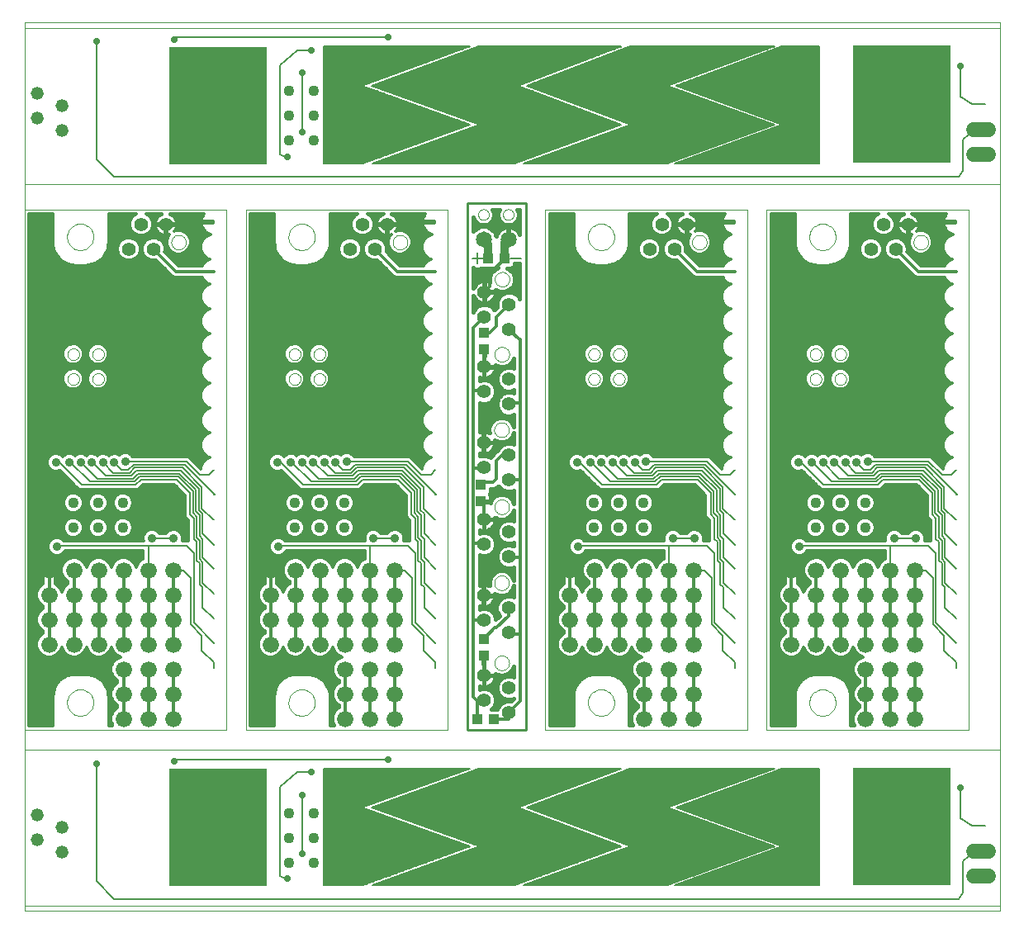
<source format=gbl>
G75*
G70*
%OFA0B0*%
%FSLAX25Y25*%
%IPPOS*%
%LPD*%
%AMOC8*
5,1,8,0,0,1.08239X$1,22.5*
%
%ADD10C,0.07000*%
%ADD13C,0.05200*%
%ADD14R,0.05000X0.02500*%
%ADD16C,0.00600*%
%ADD17C,0.01600*%
%ADD18R,0.03900X0.04000*%
%ADD19C,0.06000*%
%ADD23C,0.00500*%
%ADD25C,0.01000*%
%ADD29C,0.00790*%
%ADD30C,0.01200*%
%ADD31C,0.02770*%
%ADD33C,0.04360*%
%ADD34R,0.04330X0.03940*%
%ADD37C,0.05540*%
%ADD43C,0.06500*%
%ADD49C,0.03570*%
%ADD50R,0.03940X0.04330*%
%ADD51C,0.03200*%
%ADD59R,0.39370X0.47240*%
%ADD60C,0.06600*%
%ADD62C,0.00000*%
X0010000Y0012000D02*
G75*
%LPD*%
D62*
X0010000Y0012000D02*
X0403700Y0012000D01*
X0403700Y0074990D01*
X0010000Y0074990D01*
X0010000Y0012000D01*
D33*
X0116700Y0029400D03*
X0126700Y0029400D03*
X0126700Y0039400D03*
X0116700Y0039400D03*
X0116700Y0049400D03*
X0126700Y0049400D03*
D13*
X0025000Y0043500D03*
X0015000Y0038500D03*
X0025000Y0033500D03*
X0015000Y0048500D03*
D23*
X0130840Y0048410D02*
X0155330Y0048410D01*
X0153980Y0048890D02*
X0130840Y0048890D01*
X0130840Y0049380D02*
X0152640Y0049380D01*
X0151290Y0049860D02*
X0130840Y0049860D01*
X0130840Y0050350D02*
X0149940Y0050350D01*
X0148600Y0050840D02*
X0130840Y0050840D01*
X0130840Y0051320D02*
X0147250Y0051320D01*
X0146480Y0051810D02*
X0130840Y0051810D01*
X0130840Y0052290D02*
X0147830Y0052290D01*
X0149180Y0052780D02*
X0130840Y0052780D01*
X0130840Y0053260D02*
X0150520Y0053260D01*
X0151870Y0053750D02*
X0130840Y0053750D01*
X0130840Y0054230D02*
X0153220Y0054230D01*
X0154560Y0054720D02*
X0130840Y0054720D01*
X0130840Y0055200D02*
X0155910Y0055200D01*
X0157260Y0055690D02*
X0130840Y0055690D01*
X0130840Y0056180D02*
X0158610Y0056180D01*
X0159950Y0056660D02*
X0130840Y0056660D01*
X0130840Y0057150D02*
X0161300Y0057150D01*
X0162650Y0057630D02*
X0130840Y0057630D01*
X0130840Y0058120D02*
X0163990Y0058120D01*
X0165340Y0058600D02*
X0130840Y0058600D01*
X0130840Y0059090D02*
X0166690Y0059090D01*
X0168040Y0059570D02*
X0130840Y0059570D01*
X0130840Y0060060D02*
X0169380Y0060060D01*
X0170730Y0060540D02*
X0130840Y0060540D01*
X0130840Y0061030D02*
X0172080Y0061030D01*
X0173420Y0061520D02*
X0130840Y0061520D01*
X0130840Y0062000D02*
X0174770Y0062000D01*
X0175780Y0061030D02*
X0233900Y0061030D01*
X0232620Y0060540D02*
X0174450Y0060540D01*
X0173110Y0060060D02*
X0231330Y0060060D01*
X0232300Y0059090D02*
X0289730Y0059090D01*
X0290450Y0058120D02*
X0330840Y0058120D01*
X0330840Y0058600D02*
X0291770Y0058600D01*
X0291070Y0059570D02*
X0233590Y0059570D01*
X0234870Y0060060D02*
X0292400Y0060060D01*
X0293090Y0059090D02*
X0330840Y0059090D01*
X0330840Y0059570D02*
X0294410Y0059570D01*
X0293740Y0060540D02*
X0236160Y0060540D01*
X0235190Y0061520D02*
X0177120Y0061520D01*
X0178450Y0062000D02*
X0236480Y0062000D01*
X0237450Y0061030D02*
X0295070Y0061030D01*
X0296410Y0061520D02*
X0238730Y0061520D01*
X0240020Y0062000D02*
X0297740Y0062000D01*
X0298380Y0061030D02*
X0330840Y0061030D01*
X0330840Y0061520D02*
X0299710Y0061520D01*
X0301030Y0062000D02*
X0330840Y0062000D01*
X0330840Y0062490D02*
X0302350Y0062490D01*
X0301750Y0063460D02*
X0243880Y0063460D01*
X0242910Y0064430D02*
X0185130Y0064430D01*
X0184200Y0065400D02*
X0130840Y0065400D01*
X0130840Y0065880D02*
X0185550Y0065880D01*
X0186460Y0064910D02*
X0244190Y0064910D01*
X0245480Y0065400D02*
X0187800Y0065400D01*
X0189130Y0065880D02*
X0246770Y0065880D01*
X0247740Y0064910D02*
X0305750Y0064910D01*
X0304420Y0064430D02*
X0246450Y0064430D01*
X0245160Y0063940D02*
X0303080Y0063940D01*
X0303670Y0062970D02*
X0330840Y0062970D01*
X0330840Y0063460D02*
X0305000Y0063460D01*
X0306320Y0063940D02*
X0330840Y0063940D01*
X0330840Y0064430D02*
X0307640Y0064430D01*
X0307090Y0065400D02*
X0249020Y0065400D01*
X0250310Y0065880D02*
X0308420Y0065880D01*
X0308960Y0064910D02*
X0330840Y0064910D01*
X0330840Y0065400D02*
X0310290Y0065400D01*
X0311610Y0065880D02*
X0330840Y0065880D01*
X0330840Y0066370D02*
X0312930Y0066370D01*
X0312430Y0067340D02*
X0254170Y0067340D01*
X0254460Y0067450D02*
X0312730Y0067450D01*
X0269420Y0051700D01*
X0312730Y0035950D01*
X0269420Y0020210D01*
X0211550Y0020210D01*
X0254850Y0035950D01*
X0212730Y0051700D01*
X0254460Y0067450D01*
X0252880Y0066850D02*
X0311090Y0066850D01*
X0309760Y0066370D02*
X0251600Y0066370D01*
X0250920Y0067450D02*
X0209180Y0051700D01*
X0250920Y0035950D01*
X0207610Y0020210D01*
X0150520Y0020210D01*
X0193830Y0035950D01*
X0150130Y0051700D01*
X0193440Y0067450D01*
X0250920Y0067450D01*
X0250630Y0067340D02*
X0193130Y0067340D01*
X0191800Y0066850D02*
X0249340Y0066850D01*
X0248050Y0066370D02*
X0190470Y0066370D01*
X0189890Y0067450D02*
X0130840Y0067450D01*
X0130840Y0020210D01*
X0146590Y0020210D01*
X0189890Y0035950D01*
X0146190Y0051700D01*
X0189890Y0067450D01*
X0189590Y0067340D02*
X0130840Y0067340D01*
X0130840Y0066850D02*
X0188240Y0066850D01*
X0186890Y0066370D02*
X0130840Y0066370D01*
X0130840Y0064910D02*
X0182850Y0064910D01*
X0181510Y0064430D02*
X0130840Y0064430D01*
X0130840Y0063940D02*
X0180160Y0063940D01*
X0181120Y0062970D02*
X0239050Y0062970D01*
X0240340Y0063460D02*
X0182460Y0063460D01*
X0183790Y0063940D02*
X0241620Y0063940D01*
X0242590Y0062970D02*
X0300410Y0062970D01*
X0299080Y0062490D02*
X0241310Y0062490D01*
X0237760Y0062490D02*
X0179790Y0062490D01*
X0178810Y0063460D02*
X0130840Y0063460D01*
X0130840Y0062970D02*
X0177470Y0062970D01*
X0176120Y0062490D02*
X0130840Y0062490D01*
X0165100Y0057150D02*
X0223610Y0057150D01*
X0222330Y0056660D02*
X0163770Y0056660D01*
X0162430Y0056180D02*
X0221040Y0056180D01*
X0222010Y0055200D02*
X0279050Y0055200D01*
X0279860Y0054230D02*
X0330840Y0054230D01*
X0330840Y0053750D02*
X0278540Y0053750D01*
X0277220Y0053260D02*
X0330840Y0053260D01*
X0330840Y0052780D02*
X0275890Y0052780D01*
X0275050Y0053750D02*
X0218150Y0053750D01*
X0219440Y0054230D02*
X0276380Y0054230D01*
X0277720Y0054720D02*
X0220720Y0054720D01*
X0219750Y0055690D02*
X0161100Y0055690D01*
X0159760Y0055200D02*
X0218470Y0055200D01*
X0217180Y0054720D02*
X0158430Y0054720D01*
X0157090Y0054230D02*
X0215890Y0054230D01*
X0214610Y0053750D02*
X0155760Y0053750D01*
X0154420Y0053260D02*
X0213320Y0053260D01*
X0212030Y0052780D02*
X0153090Y0052780D01*
X0151750Y0052290D02*
X0210750Y0052290D01*
X0210190Y0051320D02*
X0151190Y0051320D01*
X0150420Y0051810D02*
X0209460Y0051810D01*
X0213000Y0051810D02*
X0269710Y0051810D01*
X0270470Y0051320D02*
X0213750Y0051320D01*
X0214290Y0052290D02*
X0271040Y0052290D01*
X0272380Y0052780D02*
X0215580Y0052780D01*
X0216860Y0053260D02*
X0273710Y0053260D01*
X0274570Y0052290D02*
X0330840Y0052290D01*
X0330840Y0051810D02*
X0273250Y0051810D01*
X0272960Y0051700D02*
X0315880Y0035950D01*
X0272570Y0020210D01*
X0330840Y0020210D01*
X0330840Y0067450D01*
X0315880Y0067450D01*
X0272960Y0051700D01*
X0274000Y0051320D02*
X0330840Y0051320D01*
X0330840Y0050840D02*
X0275320Y0050840D01*
X0274470Y0049860D02*
X0217640Y0049860D01*
X0218940Y0049380D02*
X0275810Y0049380D01*
X0276650Y0050350D02*
X0330840Y0050350D01*
X0330840Y0049860D02*
X0277970Y0049860D01*
X0277140Y0048890D02*
X0220240Y0048890D01*
X0221540Y0048410D02*
X0278480Y0048410D01*
X0279810Y0047920D02*
X0222840Y0047920D01*
X0224130Y0047440D02*
X0281150Y0047440D01*
X0281940Y0048410D02*
X0330840Y0048410D01*
X0330840Y0048890D02*
X0280610Y0048890D01*
X0279290Y0049380D02*
X0330840Y0049380D01*
X0330840Y0047920D02*
X0283260Y0047920D01*
X0284580Y0047440D02*
X0330840Y0047440D01*
X0330840Y0046950D02*
X0285910Y0046950D01*
X0285150Y0045980D02*
X0228030Y0045980D01*
X0229330Y0045500D02*
X0286490Y0045500D01*
X0287230Y0046470D02*
X0330840Y0046470D01*
X0330840Y0045980D02*
X0288550Y0045980D01*
X0287820Y0045010D02*
X0230630Y0045010D01*
X0231930Y0044520D02*
X0289160Y0044520D01*
X0290490Y0044040D02*
X0233220Y0044040D01*
X0234520Y0043550D02*
X0291830Y0043550D01*
X0292520Y0044520D02*
X0330840Y0044520D01*
X0330840Y0044040D02*
X0293840Y0044040D01*
X0295170Y0043550D02*
X0330840Y0043550D01*
X0330840Y0043070D02*
X0296490Y0043070D01*
X0295830Y0042100D02*
X0238420Y0042100D01*
X0239720Y0041610D02*
X0297170Y0041610D01*
X0297810Y0042580D02*
X0330840Y0042580D01*
X0330840Y0042100D02*
X0299130Y0042100D01*
X0298500Y0041130D02*
X0241020Y0041130D01*
X0242310Y0040640D02*
X0299840Y0040640D01*
X0301170Y0040160D02*
X0243610Y0040160D01*
X0244910Y0039670D02*
X0302510Y0039670D01*
X0303100Y0040640D02*
X0330840Y0040640D01*
X0330840Y0040160D02*
X0304430Y0040160D01*
X0305750Y0039670D02*
X0330840Y0039670D01*
X0330840Y0039190D02*
X0307070Y0039190D01*
X0306510Y0038210D02*
X0248810Y0038210D01*
X0250100Y0037730D02*
X0307850Y0037730D01*
X0308390Y0038700D02*
X0330840Y0038700D01*
X0330840Y0038210D02*
X0309720Y0038210D01*
X0309180Y0037240D02*
X0251400Y0037240D01*
X0252700Y0036760D02*
X0310520Y0036760D01*
X0311850Y0036270D02*
X0254000Y0036270D01*
X0254400Y0035790D02*
X0312270Y0035790D01*
X0312750Y0034820D02*
X0330840Y0034820D01*
X0330840Y0035300D02*
X0314080Y0035300D01*
X0315420Y0035790D02*
X0330840Y0035790D01*
X0330840Y0036270D02*
X0315010Y0036270D01*
X0313680Y0036760D02*
X0330840Y0036760D01*
X0330840Y0037240D02*
X0312360Y0037240D01*
X0311040Y0037730D02*
X0330840Y0037730D01*
X0330840Y0041130D02*
X0301780Y0041130D01*
X0300460Y0041610D02*
X0330840Y0041610D01*
X0330840Y0045010D02*
X0291200Y0045010D01*
X0289870Y0045500D02*
X0330840Y0045500D01*
X0294500Y0042580D02*
X0237120Y0042580D01*
X0235820Y0043070D02*
X0293160Y0043070D01*
X0283820Y0046470D02*
X0226730Y0046470D01*
X0225430Y0046950D02*
X0282480Y0046950D01*
X0273140Y0050350D02*
X0216340Y0050350D01*
X0215040Y0050840D02*
X0271800Y0050840D01*
X0281190Y0054720D02*
X0330840Y0054720D01*
X0330840Y0055200D02*
X0282510Y0055200D01*
X0281720Y0056180D02*
X0224580Y0056180D01*
X0223300Y0055690D02*
X0280390Y0055690D01*
X0283060Y0056660D02*
X0225870Y0056660D01*
X0224900Y0057630D02*
X0166440Y0057630D01*
X0167770Y0058120D02*
X0226180Y0058120D01*
X0227150Y0057150D02*
X0284390Y0057150D01*
X0285730Y0057630D02*
X0228440Y0057630D01*
X0229730Y0058120D02*
X0287060Y0058120D01*
X0287800Y0057150D02*
X0330840Y0057150D01*
X0330840Y0057630D02*
X0289120Y0057630D01*
X0286480Y0056660D02*
X0330840Y0056660D01*
X0330840Y0056180D02*
X0285150Y0056180D01*
X0283830Y0055690D02*
X0330840Y0055690D01*
X0330840Y0060060D02*
X0295740Y0060060D01*
X0297060Y0060540D02*
X0330840Y0060540D01*
X0330840Y0066850D02*
X0314260Y0066850D01*
X0315580Y0067340D02*
X0330840Y0067340D01*
X0288400Y0058600D02*
X0231010Y0058600D01*
X0230040Y0059570D02*
X0171780Y0059570D01*
X0170440Y0059090D02*
X0228760Y0059090D01*
X0227470Y0058600D02*
X0169110Y0058600D01*
X0153880Y0050350D02*
X0212770Y0050350D01*
X0214050Y0049860D02*
X0155230Y0049860D01*
X0156570Y0049380D02*
X0215340Y0049380D01*
X0216620Y0048890D02*
X0157920Y0048890D01*
X0159270Y0048410D02*
X0217910Y0048410D01*
X0219200Y0047920D02*
X0160620Y0047920D01*
X0161960Y0047440D02*
X0220480Y0047440D01*
X0221770Y0046950D02*
X0163310Y0046950D01*
X0164660Y0046470D02*
X0223060Y0046470D01*
X0224340Y0045980D02*
X0166000Y0045980D01*
X0167350Y0045500D02*
X0225630Y0045500D01*
X0226920Y0045010D02*
X0168700Y0045010D01*
X0170040Y0044520D02*
X0228200Y0044520D01*
X0229490Y0044040D02*
X0171390Y0044040D01*
X0172740Y0043550D02*
X0230770Y0043550D01*
X0232060Y0043070D02*
X0174090Y0043070D01*
X0175430Y0042580D02*
X0233350Y0042580D01*
X0234630Y0042100D02*
X0176780Y0042100D01*
X0178130Y0041610D02*
X0235920Y0041610D01*
X0237210Y0041130D02*
X0179470Y0041130D01*
X0180820Y0040640D02*
X0238490Y0040640D01*
X0239780Y0040160D02*
X0182170Y0040160D01*
X0183520Y0039670D02*
X0241070Y0039670D01*
X0242350Y0039190D02*
X0184860Y0039190D01*
X0186210Y0038700D02*
X0243640Y0038700D01*
X0244930Y0038210D02*
X0187560Y0038210D01*
X0188900Y0037730D02*
X0246210Y0037730D01*
X0247500Y0037240D02*
X0190250Y0037240D01*
X0191600Y0036760D02*
X0248780Y0036760D01*
X0250070Y0036270D02*
X0192950Y0036270D01*
X0193370Y0035790D02*
X0250460Y0035790D01*
X0249120Y0035300D02*
X0192040Y0035300D01*
X0190700Y0034820D02*
X0247790Y0034820D01*
X0246450Y0034330D02*
X0189370Y0034330D01*
X0188030Y0033850D02*
X0245120Y0033850D01*
X0243780Y0033360D02*
X0186700Y0033360D01*
X0185360Y0032870D02*
X0242450Y0032870D01*
X0241110Y0032390D02*
X0184030Y0032390D01*
X0182690Y0031900D02*
X0239780Y0031900D01*
X0238440Y0031420D02*
X0181360Y0031420D01*
X0180020Y0030930D02*
X0237110Y0030930D01*
X0235770Y0030450D02*
X0178690Y0030450D01*
X0177350Y0029960D02*
X0234440Y0029960D01*
X0233100Y0029480D02*
X0176020Y0029480D01*
X0174680Y0028990D02*
X0231770Y0028990D01*
X0230430Y0028510D02*
X0173350Y0028510D01*
X0172010Y0028020D02*
X0229100Y0028020D01*
X0227760Y0027530D02*
X0170680Y0027530D01*
X0169340Y0027050D02*
X0226430Y0027050D01*
X0225090Y0026560D02*
X0168010Y0026560D01*
X0166670Y0026080D02*
X0223760Y0026080D01*
X0222420Y0025590D02*
X0165340Y0025590D01*
X0164000Y0025110D02*
X0221090Y0025110D01*
X0219750Y0024620D02*
X0162670Y0024620D01*
X0161330Y0024140D02*
X0218420Y0024140D01*
X0217080Y0023650D02*
X0160000Y0023650D01*
X0158660Y0023170D02*
X0215750Y0023170D01*
X0214420Y0022680D02*
X0157330Y0022680D01*
X0155990Y0022190D02*
X0213080Y0022190D01*
X0211750Y0021710D02*
X0154660Y0021710D01*
X0153320Y0021220D02*
X0210410Y0021220D01*
X0209080Y0020740D02*
X0151990Y0020740D01*
X0150650Y0020250D02*
X0207740Y0020250D01*
X0211680Y0020250D02*
X0269550Y0020250D01*
X0270890Y0020740D02*
X0213010Y0020740D01*
X0214350Y0021220D02*
X0272220Y0021220D01*
X0272700Y0020250D02*
X0330840Y0020250D01*
X0330840Y0020740D02*
X0274040Y0020740D01*
X0273560Y0021710D02*
X0215680Y0021710D01*
X0217020Y0022190D02*
X0274890Y0022190D01*
X0275370Y0021220D02*
X0330840Y0021220D01*
X0330840Y0021710D02*
X0276710Y0021710D01*
X0276230Y0022680D02*
X0218350Y0022680D01*
X0219690Y0023170D02*
X0277560Y0023170D01*
X0278900Y0023650D02*
X0221020Y0023650D01*
X0222360Y0024140D02*
X0280230Y0024140D01*
X0280710Y0023170D02*
X0330840Y0023170D01*
X0330840Y0023650D02*
X0282050Y0023650D01*
X0283380Y0024140D02*
X0330840Y0024140D01*
X0330840Y0024620D02*
X0284720Y0024620D01*
X0284240Y0025590D02*
X0226360Y0025590D01*
X0225030Y0025110D02*
X0282900Y0025110D01*
X0281570Y0024620D02*
X0223690Y0024620D01*
X0227700Y0026080D02*
X0285570Y0026080D01*
X0286050Y0025110D02*
X0330840Y0025110D01*
X0330840Y0025590D02*
X0287390Y0025590D01*
X0286910Y0026560D02*
X0229030Y0026560D01*
X0230370Y0027050D02*
X0288240Y0027050D01*
X0289580Y0027530D02*
X0231700Y0027530D01*
X0233040Y0028020D02*
X0290910Y0028020D01*
X0291390Y0027050D02*
X0330840Y0027050D01*
X0330840Y0027530D02*
X0292720Y0027530D01*
X0294060Y0028020D02*
X0330840Y0028020D01*
X0330840Y0028510D02*
X0295400Y0028510D01*
X0294920Y0029480D02*
X0237040Y0029480D01*
X0238380Y0029960D02*
X0296250Y0029960D01*
X0296730Y0028990D02*
X0330840Y0028990D01*
X0330840Y0029480D02*
X0298060Y0029480D01*
X0297590Y0030450D02*
X0239710Y0030450D01*
X0241050Y0030930D02*
X0298920Y0030930D01*
X0300250Y0031420D02*
X0242380Y0031420D01*
X0243720Y0031900D02*
X0301590Y0031900D01*
X0302070Y0030930D02*
X0330840Y0030930D01*
X0330840Y0030450D02*
X0300730Y0030450D01*
X0299400Y0029960D02*
X0330840Y0029960D01*
X0330840Y0031420D02*
X0303400Y0031420D01*
X0304740Y0031900D02*
X0330840Y0031900D01*
X0330840Y0032390D02*
X0306070Y0032390D01*
X0305590Y0033360D02*
X0247720Y0033360D01*
X0246390Y0032870D02*
X0304260Y0032870D01*
X0302920Y0032390D02*
X0245050Y0032390D01*
X0249060Y0033850D02*
X0306930Y0033850D01*
X0308260Y0034330D02*
X0250390Y0034330D01*
X0251730Y0034820D02*
X0309600Y0034820D01*
X0310080Y0033850D02*
X0330840Y0033850D01*
X0330840Y0034330D02*
X0311410Y0034330D01*
X0310930Y0035300D02*
X0253060Y0035300D01*
X0247510Y0038700D02*
X0305180Y0038700D01*
X0303840Y0039190D02*
X0246210Y0039190D01*
X0189430Y0035790D02*
X0130840Y0035790D01*
X0130840Y0036270D02*
X0189010Y0036270D01*
X0187660Y0036760D02*
X0130840Y0036760D01*
X0130840Y0037240D02*
X0186310Y0037240D01*
X0184970Y0037730D02*
X0130840Y0037730D01*
X0130840Y0038210D02*
X0183620Y0038210D01*
X0182270Y0038700D02*
X0130840Y0038700D01*
X0130840Y0039190D02*
X0180930Y0039190D01*
X0179580Y0039670D02*
X0130840Y0039670D01*
X0130840Y0040160D02*
X0178230Y0040160D01*
X0176880Y0040640D02*
X0130840Y0040640D01*
X0130840Y0041130D02*
X0175540Y0041130D01*
X0174190Y0041610D02*
X0130840Y0041610D01*
X0130840Y0042100D02*
X0172840Y0042100D01*
X0171500Y0042580D02*
X0130840Y0042580D01*
X0130840Y0043070D02*
X0170150Y0043070D01*
X0168800Y0043550D02*
X0130840Y0043550D01*
X0130840Y0044040D02*
X0167450Y0044040D01*
X0166110Y0044520D02*
X0130840Y0044520D01*
X0130840Y0045010D02*
X0164760Y0045010D01*
X0163410Y0045500D02*
X0130840Y0045500D01*
X0130840Y0045980D02*
X0162070Y0045980D01*
X0160720Y0046470D02*
X0130840Y0046470D01*
X0130840Y0046950D02*
X0159370Y0046950D01*
X0158030Y0047440D02*
X0130840Y0047440D01*
X0130840Y0047920D02*
X0156680Y0047920D01*
X0152530Y0050840D02*
X0211480Y0050840D01*
X0188100Y0035300D02*
X0130840Y0035300D01*
X0130840Y0034820D02*
X0186760Y0034820D01*
X0185430Y0034330D02*
X0130840Y0034330D01*
X0130840Y0033850D02*
X0184090Y0033850D01*
X0182760Y0033360D02*
X0130840Y0033360D01*
X0130840Y0032870D02*
X0181420Y0032870D01*
X0180090Y0032390D02*
X0130840Y0032390D01*
X0130840Y0031900D02*
X0178750Y0031900D01*
X0177420Y0031420D02*
X0130840Y0031420D01*
X0130840Y0030930D02*
X0176090Y0030930D01*
X0174750Y0030450D02*
X0130840Y0030450D01*
X0130840Y0029960D02*
X0173420Y0029960D01*
X0172080Y0029480D02*
X0130840Y0029480D01*
X0130840Y0028990D02*
X0170750Y0028990D01*
X0169410Y0028510D02*
X0130840Y0028510D01*
X0130840Y0028020D02*
X0168080Y0028020D01*
X0166740Y0027530D02*
X0130840Y0027530D01*
X0130840Y0027050D02*
X0165410Y0027050D01*
X0164070Y0026560D02*
X0130840Y0026560D01*
X0130840Y0026080D02*
X0162740Y0026080D01*
X0161400Y0025590D02*
X0130840Y0025590D01*
X0130840Y0025110D02*
X0160070Y0025110D01*
X0158730Y0024620D02*
X0130840Y0024620D01*
X0130840Y0024140D02*
X0157400Y0024140D01*
X0156060Y0023650D02*
X0130840Y0023650D01*
X0130840Y0023170D02*
X0154730Y0023170D01*
X0153390Y0022680D02*
X0130840Y0022680D01*
X0130840Y0022190D02*
X0152060Y0022190D01*
X0150720Y0021710D02*
X0130840Y0021710D01*
X0130840Y0021220D02*
X0149390Y0021220D01*
X0148050Y0020740D02*
X0130840Y0020740D01*
X0130840Y0020250D02*
X0146720Y0020250D01*
X0234370Y0028510D02*
X0292250Y0028510D01*
X0293580Y0028990D02*
X0235710Y0028990D01*
X0278040Y0022190D02*
X0330840Y0022190D01*
X0330840Y0022680D02*
X0279380Y0022680D01*
X0288720Y0026080D02*
X0330840Y0026080D01*
X0330840Y0026560D02*
X0290060Y0026560D01*
X0307410Y0032870D02*
X0330840Y0032870D01*
X0330840Y0033360D02*
X0308740Y0033360D01*
D14*
X0320600Y0043830D03*
X0255250Y0046190D03*
X0198950Y0043830D03*
X0138320Y0042650D03*
D59*
X0087970Y0043650D03*
X0364160Y0044120D03*
D19*
X0393030Y0034000D02*
X0399030Y0034000D01*
X0399030Y0024000D02*
X0393030Y0024000D01*
D10*
X0395980Y0044010D03*
X0395980Y0054010D03*
X0395980Y0064010D03*
D31*
X0387630Y0059680D03*
X0314170Y0044440D03*
X0354330Y0043580D03*
X0254880Y0042390D03*
X0199210Y0047590D03*
X0158220Y0038060D03*
X0122000Y0033000D03*
X0116000Y0023000D03*
X0087970Y0043650D03*
X0122000Y0056730D03*
X0125920Y0065840D03*
X0156920Y0071100D03*
X0070270Y0070310D03*
X0038970Y0069400D03*
D29*
X0038970Y0022000D01*
X0046180Y0014800D01*
X0387160Y0014800D01*
X0388810Y0017320D01*
X0388810Y0029990D01*
X0393890Y0034210D01*
X0397790Y0034210D01*
X0364160Y0044120D02*
X0363620Y0043580D01*
X0354330Y0043580D01*
X0387630Y0047320D02*
X0392480Y0044240D01*
X0397750Y0044240D01*
X0387630Y0047320D02*
X0387630Y0059680D01*
X0320600Y0043830D02*
X0319990Y0044440D01*
X0314170Y0044440D01*
X0255250Y0046190D02*
X0254880Y0045820D01*
X0254880Y0042390D01*
X0199210Y0044090D02*
X0198950Y0043830D01*
X0199210Y0044090D02*
X0199210Y0047590D01*
X0158220Y0038060D02*
X0142900Y0038060D01*
X0138320Y0042650D01*
X0122000Y0033000D02*
X0122000Y0056730D01*
X0120180Y0065870D02*
X0113090Y0059840D01*
X0113090Y0023840D01*
X0115000Y0023000D01*
X0116000Y0023000D01*
X0120180Y0065870D02*
X0125920Y0065840D01*
X0156920Y0071100D02*
X0071060Y0071100D01*
X0070270Y0070310D01*
X0010000Y0082970D02*
G75*
%LPD*%
D62*
X0091500Y0082970D02*
X0010000Y0082970D01*
X0010000Y0292970D01*
X0091500Y0292970D01*
X0091500Y0082970D01*
X0039700Y0222310D02*
X0039400Y0222330D01*
X0039100Y0222390D01*
X0038810Y0222480D01*
X0038540Y0222610D01*
X0038290Y0222780D01*
X0038060Y0222970D01*
X0037850Y0223200D01*
X0037680Y0223450D01*
X0037540Y0223710D01*
X0037440Y0224000D01*
X0037370Y0224290D01*
X0037340Y0224590D01*
X0037350Y0224900D01*
X0037400Y0225200D01*
X0037490Y0225490D01*
X0037610Y0225760D01*
X0037760Y0226020D01*
X0037950Y0226260D01*
X0038170Y0226470D01*
X0038410Y0226650D01*
X0038680Y0226800D01*
X0038960Y0226910D01*
X0039250Y0226990D01*
X0039550Y0227030D01*
X0039850Y0227030D01*
X0040150Y0226990D01*
X0040440Y0226910D01*
X0040720Y0226800D01*
X0040990Y0226650D01*
X0041230Y0226470D01*
X0041450Y0226260D01*
X0041640Y0226020D01*
X0041790Y0225760D01*
X0041910Y0225490D01*
X0042000Y0225200D01*
X0042050Y0224900D01*
X0042060Y0224590D01*
X0042030Y0224290D01*
X0041960Y0224000D01*
X0041860Y0223710D01*
X0041720Y0223450D01*
X0041550Y0223200D01*
X0041340Y0222970D01*
X0041110Y0222780D01*
X0040860Y0222610D01*
X0040590Y0222480D01*
X0040300Y0222390D01*
X0040000Y0222330D01*
X0039700Y0222310D01*
X0039700Y0232310D02*
X0039400Y0232330D01*
X0039100Y0232390D01*
X0038810Y0232480D01*
X0038540Y0232610D01*
X0038290Y0232780D01*
X0038060Y0232970D01*
X0037850Y0233200D01*
X0037680Y0233450D01*
X0037540Y0233710D01*
X0037440Y0234000D01*
X0037370Y0234290D01*
X0037340Y0234590D01*
X0037350Y0234900D01*
X0037400Y0235200D01*
X0037490Y0235490D01*
X0037610Y0235760D01*
X0037760Y0236020D01*
X0037950Y0236260D01*
X0038170Y0236470D01*
X0038410Y0236650D01*
X0038680Y0236800D01*
X0038960Y0236910D01*
X0039250Y0236990D01*
X0039550Y0237030D01*
X0039850Y0237030D01*
X0040150Y0236990D01*
X0040440Y0236910D01*
X0040720Y0236800D01*
X0040990Y0236650D01*
X0041230Y0236470D01*
X0041450Y0236260D01*
X0041640Y0236020D01*
X0041790Y0235760D01*
X0041910Y0235490D01*
X0042000Y0235200D01*
X0042050Y0234900D01*
X0042060Y0234590D01*
X0042030Y0234290D01*
X0041960Y0234000D01*
X0041860Y0233710D01*
X0041720Y0233450D01*
X0041550Y0233200D01*
X0041340Y0232970D01*
X0041110Y0232780D01*
X0040860Y0232610D01*
X0040590Y0232480D01*
X0040300Y0232390D01*
X0040000Y0232330D01*
X0039700Y0232310D01*
X0029700Y0232310D02*
X0029400Y0232330D01*
X0029100Y0232390D01*
X0028810Y0232480D01*
X0028540Y0232610D01*
X0028290Y0232780D01*
X0028060Y0232970D01*
X0027850Y0233200D01*
X0027680Y0233450D01*
X0027540Y0233710D01*
X0027440Y0234000D01*
X0027370Y0234290D01*
X0027340Y0234590D01*
X0027350Y0234900D01*
X0027400Y0235200D01*
X0027490Y0235490D01*
X0027610Y0235760D01*
X0027760Y0236020D01*
X0027950Y0236260D01*
X0028170Y0236470D01*
X0028410Y0236650D01*
X0028680Y0236800D01*
X0028960Y0236910D01*
X0029250Y0236990D01*
X0029550Y0237030D01*
X0029850Y0237030D01*
X0030150Y0236990D01*
X0030440Y0236910D01*
X0030720Y0236800D01*
X0030990Y0236650D01*
X0031230Y0236470D01*
X0031450Y0236260D01*
X0031640Y0236020D01*
X0031790Y0235760D01*
X0031910Y0235490D01*
X0032000Y0235200D01*
X0032050Y0234900D01*
X0032060Y0234590D01*
X0032030Y0234290D01*
X0031960Y0234000D01*
X0031860Y0233710D01*
X0031720Y0233450D01*
X0031550Y0233200D01*
X0031340Y0232970D01*
X0031110Y0232780D01*
X0030860Y0232610D01*
X0030590Y0232480D01*
X0030300Y0232390D01*
X0030000Y0232330D01*
X0029700Y0232310D01*
X0029700Y0222310D02*
X0029400Y0222330D01*
X0029100Y0222390D01*
X0028810Y0222480D01*
X0028540Y0222610D01*
X0028290Y0222780D01*
X0028060Y0222970D01*
X0027850Y0223200D01*
X0027680Y0223450D01*
X0027540Y0223710D01*
X0027440Y0224000D01*
X0027370Y0224290D01*
X0027340Y0224590D01*
X0027350Y0224900D01*
X0027400Y0225200D01*
X0027490Y0225490D01*
X0027610Y0225760D01*
X0027760Y0226020D01*
X0027950Y0226260D01*
X0028170Y0226470D01*
X0028410Y0226650D01*
X0028680Y0226800D01*
X0028960Y0226910D01*
X0029250Y0226990D01*
X0029550Y0227030D01*
X0029850Y0227030D01*
X0030150Y0226990D01*
X0030440Y0226910D01*
X0030720Y0226800D01*
X0030990Y0226650D01*
X0031230Y0226470D01*
X0031450Y0226260D01*
X0031640Y0226020D01*
X0031790Y0225760D01*
X0031910Y0225490D01*
X0032000Y0225200D01*
X0032050Y0224900D01*
X0032060Y0224590D01*
X0032030Y0224290D01*
X0031960Y0224000D01*
X0031860Y0223710D01*
X0031720Y0223450D01*
X0031550Y0223200D01*
X0031340Y0222970D01*
X0031110Y0222780D01*
X0030860Y0222610D01*
X0030590Y0222480D01*
X0030300Y0222390D01*
X0030000Y0222330D01*
X0029700Y0222310D01*
X0032500Y0276660D02*
X0032040Y0276680D01*
X0031590Y0276740D01*
X0031140Y0276840D01*
X0030710Y0276970D01*
X0030280Y0277140D01*
X0029880Y0277350D01*
X0029490Y0277590D01*
X0029130Y0277870D01*
X0028790Y0278180D01*
X0028470Y0278510D01*
X0028190Y0278870D01*
X0027940Y0279250D01*
X0027720Y0279650D01*
X0027540Y0280070D01*
X0027400Y0280500D01*
X0027290Y0280950D01*
X0027220Y0281400D01*
X0027190Y0281860D01*
X0027200Y0282310D01*
X0027250Y0282770D01*
X0027340Y0283220D01*
X0027460Y0283650D01*
X0027630Y0284080D01*
X0027830Y0284490D01*
X0028060Y0284880D01*
X0028330Y0285260D01*
X0028630Y0285600D01*
X0028950Y0285920D01*
X0029310Y0286210D01*
X0029680Y0286470D01*
X0030080Y0286700D01*
X0030490Y0286890D01*
X0030920Y0287040D01*
X0031370Y0287160D01*
X0031820Y0287240D01*
X0032270Y0287280D01*
X0032730Y0287280D01*
X0033180Y0287240D01*
X0033630Y0287160D01*
X0034080Y0287040D01*
X0034510Y0286890D01*
X0034920Y0286700D01*
X0035320Y0286470D01*
X0035690Y0286210D01*
X0036050Y0285920D01*
X0036370Y0285600D01*
X0036670Y0285260D01*
X0036940Y0284880D01*
X0037170Y0284490D01*
X0037370Y0284080D01*
X0037540Y0283650D01*
X0037660Y0283220D01*
X0037750Y0282770D01*
X0037800Y0282310D01*
X0037810Y0281860D01*
X0037780Y0281400D01*
X0037710Y0280950D01*
X0037600Y0280500D01*
X0037460Y0280070D01*
X0037280Y0279650D01*
X0037060Y0279250D01*
X0036810Y0278870D01*
X0036530Y0278510D01*
X0036210Y0278180D01*
X0035870Y0277870D01*
X0035510Y0277590D01*
X0035120Y0277350D01*
X0034720Y0277140D01*
X0034290Y0276970D01*
X0033860Y0276840D01*
X0033410Y0276740D01*
X0032960Y0276680D01*
X0032500Y0276660D01*
X0072200Y0276910D02*
X0071860Y0276930D01*
X0071520Y0276990D01*
X0071190Y0277090D01*
X0070880Y0277220D01*
X0070580Y0277400D01*
X0070300Y0277600D01*
X0070050Y0277840D01*
X0069830Y0278100D01*
X0069650Y0278380D01*
X0069490Y0278690D01*
X0069370Y0279010D01*
X0069290Y0279350D01*
X0069250Y0279690D01*
X0069250Y0280030D01*
X0069290Y0280370D01*
X0069370Y0280710D01*
X0069490Y0281030D01*
X0069650Y0281330D01*
X0069830Y0281620D01*
X0070050Y0281880D01*
X0070300Y0282120D01*
X0070580Y0282320D01*
X0070880Y0282500D01*
X0071190Y0282630D01*
X0071520Y0282730D01*
X0071860Y0282790D01*
X0072200Y0282810D01*
X0072540Y0282790D01*
X0072880Y0282730D01*
X0073210Y0282630D01*
X0073520Y0282500D01*
X0073820Y0282320D01*
X0074100Y0282120D01*
X0074350Y0281880D01*
X0074570Y0281620D01*
X0074750Y0281340D01*
X0074910Y0281030D01*
X0075030Y0280710D01*
X0075110Y0280370D01*
X0075150Y0280030D01*
X0075150Y0279690D01*
X0075110Y0279350D01*
X0075030Y0279010D01*
X0074910Y0278690D01*
X0074750Y0278380D01*
X0074570Y0278100D01*
X0074350Y0277840D01*
X0074100Y0277600D01*
X0073820Y0277400D01*
X0073520Y0277220D01*
X0073210Y0277090D01*
X0072880Y0276990D01*
X0072540Y0276930D01*
X0072200Y0276910D01*
X0032500Y0088660D02*
X0032040Y0088680D01*
X0031590Y0088740D01*
X0031140Y0088840D01*
X0030710Y0088970D01*
X0030280Y0089140D01*
X0029880Y0089350D01*
X0029490Y0089590D01*
X0029130Y0089870D01*
X0028790Y0090180D01*
X0028470Y0090510D01*
X0028190Y0090870D01*
X0027940Y0091250D01*
X0027720Y0091650D01*
X0027540Y0092070D01*
X0027400Y0092500D01*
X0027290Y0092950D01*
X0027220Y0093400D01*
X0027190Y0093860D01*
X0027200Y0094310D01*
X0027250Y0094770D01*
X0027340Y0095220D01*
X0027460Y0095650D01*
X0027630Y0096080D01*
X0027830Y0096490D01*
X0028060Y0096880D01*
X0028330Y0097260D01*
X0028630Y0097600D01*
X0028950Y0097920D01*
X0029310Y0098210D01*
X0029680Y0098470D01*
X0030080Y0098700D01*
X0030490Y0098890D01*
X0030920Y0099040D01*
X0031370Y0099160D01*
X0031820Y0099240D01*
X0032270Y0099280D01*
X0032730Y0099280D01*
X0033180Y0099240D01*
X0033630Y0099160D01*
X0034080Y0099040D01*
X0034510Y0098890D01*
X0034920Y0098700D01*
X0035320Y0098470D01*
X0035690Y0098210D01*
X0036050Y0097920D01*
X0036370Y0097600D01*
X0036670Y0097260D01*
X0036940Y0096880D01*
X0037170Y0096490D01*
X0037370Y0096080D01*
X0037540Y0095650D01*
X0037660Y0095220D01*
X0037750Y0094770D01*
X0037800Y0094310D01*
X0037810Y0093860D01*
X0037780Y0093400D01*
X0037710Y0092950D01*
X0037600Y0092500D01*
X0037460Y0092070D01*
X0037280Y0091650D01*
X0037060Y0091250D01*
X0036810Y0090870D01*
X0036530Y0090510D01*
X0036210Y0090180D01*
X0035870Y0089870D01*
X0035510Y0089590D01*
X0035120Y0089350D01*
X0034720Y0089140D01*
X0034290Y0088970D01*
X0033860Y0088840D01*
X0033410Y0088740D01*
X0032960Y0088680D01*
X0032500Y0088660D01*
D10*
X0086500Y0087970D03*
X0086500Y0097970D03*
X0086500Y0107970D03*
X0086500Y0117970D03*
X0086500Y0127970D03*
X0086500Y0137970D03*
X0086500Y0147970D03*
X0086500Y0157970D03*
X0086500Y0167970D03*
X0086500Y0177970D03*
X0086500Y0187970D03*
X0086500Y0197970D03*
X0086500Y0207970D03*
X0086500Y0217970D03*
X0086500Y0227970D03*
X0086500Y0237970D03*
X0086500Y0247970D03*
X0086500Y0257970D03*
X0086500Y0267970D03*
X0086500Y0277970D03*
X0086500Y0287970D03*
D33*
X0049700Y0174670D03*
X0049700Y0164670D03*
X0039700Y0164670D03*
X0039700Y0174670D03*
X0029700Y0174670D03*
X0029700Y0164670D03*
D37*
X0052100Y0277070D03*
X0057100Y0287070D03*
X0062100Y0277070D03*
X0067100Y0287070D03*
D30*
X0066820Y0286790D02*
X0067390Y0286790D01*
X0067390Y0287360D01*
X0071480Y0287360D01*
X0071480Y0287420D01*
X0071370Y0288100D01*
X0071160Y0288750D01*
X0070840Y0289360D01*
X0070440Y0289920D01*
X0069950Y0290410D01*
X0069390Y0290810D01*
X0068780Y0291120D01*
X0068630Y0291170D01*
X0082530Y0291170D01*
X0082140Y0290650D01*
X0081780Y0289930D01*
X0081530Y0289170D01*
X0081400Y0288370D01*
X0081400Y0288360D01*
X0086120Y0288360D01*
X0086120Y0287590D01*
X0081400Y0287590D01*
X0081400Y0287570D01*
X0081530Y0286780D01*
X0081780Y0286020D01*
X0082140Y0285300D01*
X0082610Y0284650D01*
X0083180Y0284080D01*
X0083830Y0283610D01*
X0084550Y0283250D01*
X0085020Y0283090D01*
X0083500Y0282470D01*
X0082010Y0280980D01*
X0081200Y0279030D01*
X0081200Y0276920D01*
X0082010Y0274970D01*
X0083500Y0273480D01*
X0084730Y0272970D01*
X0083500Y0272470D01*
X0082010Y0270980D01*
X0081760Y0270370D01*
X0072200Y0270370D01*
X0066600Y0275970D01*
X0066680Y0276160D01*
X0066680Y0277980D01*
X0065980Y0279660D01*
X0064690Y0280950D01*
X0063010Y0281640D01*
X0061190Y0281640D01*
X0059510Y0280950D01*
X0058230Y0279660D01*
X0057530Y0277980D01*
X0057530Y0276160D01*
X0058230Y0274480D01*
X0059510Y0273200D01*
X0061190Y0272500D01*
X0063010Y0272500D01*
X0063200Y0272580D01*
X0069840Y0265940D01*
X0070730Y0265570D01*
X0071680Y0265570D01*
X0081760Y0265570D01*
X0082010Y0264970D01*
X0083500Y0263480D01*
X0084730Y0262970D01*
X0083500Y0262470D01*
X0082010Y0260980D01*
X0081200Y0259030D01*
X0081200Y0256920D01*
X0082010Y0254970D01*
X0083500Y0253480D01*
X0084730Y0252970D01*
X0083500Y0252470D01*
X0082010Y0250980D01*
X0081200Y0249030D01*
X0081200Y0246920D01*
X0082010Y0244970D01*
X0083500Y0243480D01*
X0084730Y0242970D01*
X0083500Y0242470D01*
X0082010Y0240980D01*
X0081200Y0239030D01*
X0081200Y0236920D01*
X0082010Y0234970D01*
X0083500Y0233480D01*
X0084730Y0232970D01*
X0083500Y0232470D01*
X0082010Y0230980D01*
X0081200Y0229030D01*
X0081200Y0226920D01*
X0082010Y0224970D01*
X0083500Y0223480D01*
X0084730Y0222970D01*
X0083500Y0222470D01*
X0082010Y0220980D01*
X0081200Y0219030D01*
X0081200Y0216920D01*
X0082010Y0214970D01*
X0083500Y0213480D01*
X0084730Y0212970D01*
X0083500Y0212470D01*
X0082010Y0210980D01*
X0081200Y0209030D01*
X0081200Y0206920D01*
X0082010Y0204970D01*
X0083500Y0203480D01*
X0084730Y0202970D01*
X0083500Y0202470D01*
X0082010Y0200980D01*
X0081200Y0199030D01*
X0081200Y0196920D01*
X0082010Y0194970D01*
X0083500Y0193480D01*
X0084730Y0192970D01*
X0083500Y0192470D01*
X0082010Y0190980D01*
X0081200Y0189030D01*
X0081200Y0188340D01*
X0076170Y0193370D01*
X0074430Y0193370D01*
X0053680Y0193370D01*
X0052740Y0194310D01*
X0051420Y0194860D01*
X0049990Y0194860D01*
X0048670Y0194310D01*
X0048300Y0193950D01*
X0048240Y0194010D01*
X0046920Y0194560D01*
X0045490Y0194560D01*
X0044170Y0194010D01*
X0043950Y0193800D01*
X0043740Y0194010D01*
X0042420Y0194560D01*
X0040990Y0194560D01*
X0039670Y0194010D01*
X0039450Y0193800D01*
X0039240Y0194010D01*
X0037920Y0194560D01*
X0036490Y0194560D01*
X0035170Y0194010D01*
X0034950Y0193800D01*
X0034740Y0194010D01*
X0033420Y0194560D01*
X0033420Y0222760D01*
X0033230Y0222320D02*
X0033870Y0223850D01*
X0033870Y0225500D01*
X0033230Y0227030D01*
X0032060Y0228200D01*
X0030530Y0228840D01*
X0028880Y0228840D01*
X0027350Y0228200D01*
X0026180Y0227030D01*
X0025540Y0225500D01*
X0025540Y0223850D01*
X0026180Y0222320D01*
X0027350Y0221140D01*
X0028880Y0220510D01*
X0030530Y0220510D01*
X0032060Y0221140D01*
X0033230Y0222320D01*
X0032230Y0221320D02*
X0032230Y0194560D01*
X0031990Y0194560D02*
X0030670Y0194010D01*
X0030450Y0193800D01*
X0030240Y0194010D01*
X0028920Y0194560D01*
X0027490Y0194560D01*
X0027490Y0221090D01*
X0028680Y0220590D02*
X0028680Y0194560D01*
X0027490Y0194560D02*
X0026170Y0194010D01*
X0025500Y0193350D01*
X0024840Y0194010D01*
X0023520Y0194560D01*
X0022090Y0194560D01*
X0020770Y0194010D01*
X0019760Y0193010D01*
X0019220Y0191690D01*
X0019220Y0190260D01*
X0019760Y0188940D01*
X0020770Y0187930D01*
X0022090Y0187390D01*
X0023520Y0187390D01*
X0024300Y0187710D01*
X0030900Y0181100D01*
X0032130Y0179870D01*
X0054030Y0179870D01*
X0055770Y0179870D01*
X0057870Y0181970D01*
X0070530Y0181970D01*
X0074700Y0177800D01*
X0074700Y0170840D01*
X0074700Y0169100D01*
X0076200Y0167600D01*
X0076200Y0160940D01*
X0076200Y0159440D01*
X0076170Y0159470D01*
X0074430Y0159470D01*
X0073710Y0159470D01*
X0073790Y0159660D01*
X0073790Y0161090D01*
X0073240Y0162410D01*
X0072240Y0163410D01*
X0070920Y0163960D01*
X0069490Y0163960D01*
X0068170Y0163410D01*
X0067230Y0162470D01*
X0064480Y0162470D01*
X0063540Y0163410D01*
X0062220Y0163960D01*
X0060790Y0163960D01*
X0059470Y0163410D01*
X0058460Y0162410D01*
X0057920Y0161090D01*
X0057920Y0159660D01*
X0057990Y0159470D01*
X0025680Y0159470D01*
X0025140Y0160010D01*
X0023820Y0160560D01*
X0022390Y0160560D01*
X0021070Y0160010D01*
X0020060Y0159010D01*
X0019520Y0157690D01*
X0019520Y0156260D01*
X0020060Y0154940D01*
X0021070Y0153930D01*
X0022390Y0153390D01*
X0023820Y0153390D01*
X0025140Y0153930D01*
X0026140Y0154940D01*
X0026280Y0155270D01*
X0057900Y0155270D01*
X0057900Y0152120D01*
X0057120Y0151800D01*
X0057130Y0151800D02*
X0057130Y0155270D01*
X0055940Y0155270D02*
X0055940Y0150620D01*
X0055680Y0150360D02*
X0055000Y0148730D01*
X0054330Y0150360D01*
X0052890Y0151800D01*
X0051020Y0152570D01*
X0048990Y0152570D01*
X0047120Y0151800D01*
X0045680Y0150360D01*
X0045000Y0148730D01*
X0044330Y0150360D01*
X0042890Y0151800D01*
X0041020Y0152570D01*
X0038990Y0152570D01*
X0037120Y0151800D01*
X0035680Y0150360D01*
X0035000Y0148730D01*
X0034330Y0150360D01*
X0032890Y0151800D01*
X0031020Y0152570D01*
X0028990Y0152570D01*
X0027120Y0151800D01*
X0025680Y0150360D01*
X0024900Y0148490D01*
X0024900Y0146460D01*
X0025680Y0144580D01*
X0027120Y0143150D01*
X0027600Y0142950D01*
X0027600Y0142000D01*
X0027120Y0141800D01*
X0025680Y0140360D01*
X0025000Y0138730D01*
X0024330Y0140360D01*
X0022890Y0141800D01*
X0022400Y0142000D01*
X0022400Y0147950D01*
X0022040Y0148830D01*
X0021360Y0149510D01*
X0020480Y0149870D01*
X0019530Y0149870D01*
X0018640Y0149510D01*
X0017970Y0148830D01*
X0017600Y0147950D01*
X0017600Y0142000D01*
X0017120Y0141800D01*
X0015680Y0140360D01*
X0014900Y0138490D01*
X0014900Y0136460D01*
X0015680Y0134580D01*
X0017120Y0133150D01*
X0017600Y0132950D01*
X0017600Y0132000D01*
X0017120Y0131800D01*
X0015680Y0130360D01*
X0014900Y0128490D01*
X0014900Y0126460D01*
X0015680Y0124580D01*
X0017120Y0123150D01*
X0017600Y0122950D01*
X0017600Y0122000D01*
X0017120Y0121800D01*
X0015680Y0120360D01*
X0014900Y0118490D01*
X0014900Y0116460D01*
X0015680Y0114580D01*
X0017120Y0113150D01*
X0018990Y0112370D01*
X0021020Y0112370D01*
X0022890Y0113150D01*
X0024330Y0114580D01*
X0025000Y0116220D01*
X0025680Y0114580D01*
X0027120Y0113150D01*
X0028990Y0112370D01*
X0031020Y0112370D01*
X0032890Y0113150D01*
X0034330Y0114580D01*
X0035000Y0116220D01*
X0035680Y0114580D01*
X0037120Y0113150D01*
X0038990Y0112370D01*
X0041020Y0112370D01*
X0042890Y0113150D01*
X0044330Y0114580D01*
X0045000Y0116220D01*
X0045680Y0114580D01*
X0047120Y0113150D01*
X0048750Y0112470D01*
X0047120Y0111800D01*
X0045680Y0110360D01*
X0044900Y0108490D01*
X0044900Y0106460D01*
X0045680Y0104580D01*
X0047120Y0103150D01*
X0047600Y0102950D01*
X0047600Y0102000D01*
X0047120Y0101800D01*
X0045680Y0100360D01*
X0044900Y0098490D01*
X0044900Y0096460D01*
X0045680Y0094580D01*
X0047120Y0093150D01*
X0047600Y0092950D01*
X0047600Y0092000D01*
X0047120Y0091800D01*
X0045680Y0090360D01*
X0044900Y0088490D01*
X0044900Y0086460D01*
X0045600Y0084770D01*
X0044000Y0084770D01*
X0044000Y0095970D01*
X0043910Y0097330D01*
X0043620Y0098650D01*
X0043140Y0099920D01*
X0042500Y0101110D01*
X0041680Y0102190D01*
X0040720Y0103150D01*
X0039640Y0103970D01*
X0038450Y0104610D01*
X0037180Y0105090D01*
X0035860Y0105380D01*
X0034500Y0105470D01*
X0030500Y0105470D01*
X0029100Y0105360D01*
X0027720Y0105030D01*
X0026420Y0104490D01*
X0025210Y0103750D01*
X0024140Y0102840D01*
X0023220Y0101760D01*
X0022480Y0100560D01*
X0021940Y0099250D01*
X0021610Y0097880D01*
X0021500Y0096470D01*
X0021500Y0084770D01*
X0011800Y0084770D01*
X0011800Y0291170D01*
X0021500Y0291170D01*
X0021500Y0279970D01*
X0021580Y0278520D01*
X0021880Y0277100D01*
X0022400Y0275750D01*
X0023120Y0274490D01*
X0024040Y0273360D01*
X0025110Y0272390D01*
X0026330Y0271590D01*
X0027660Y0271000D01*
X0029060Y0270630D01*
X0030500Y0270470D01*
X0034500Y0270470D01*
X0035860Y0270570D01*
X0037180Y0270860D01*
X0038450Y0271330D01*
X0039640Y0271980D01*
X0040720Y0272790D01*
X0041680Y0273750D01*
X0042500Y0274840D01*
X0043140Y0276030D01*
X0043620Y0277300D01*
X0043910Y0278620D01*
X0044000Y0279970D01*
X0044000Y0291170D01*
X0055060Y0291170D01*
X0054510Y0290950D01*
X0053230Y0289660D01*
X0052530Y0287980D01*
X0052530Y0286160D01*
X0053230Y0284480D01*
X0054510Y0283200D01*
X0056190Y0282500D01*
X0058010Y0282500D01*
X0059690Y0283200D01*
X0060980Y0284480D01*
X0061680Y0286160D01*
X0061680Y0287980D01*
X0060980Y0289660D01*
X0059690Y0290950D01*
X0059150Y0291170D01*
X0065580Y0291170D01*
X0065430Y0291120D01*
X0064810Y0290810D01*
X0064260Y0290410D01*
X0063770Y0289920D01*
X0063370Y0289360D01*
X0063050Y0288750D01*
X0062840Y0288100D01*
X0062730Y0287420D01*
X0062730Y0287360D01*
X0066820Y0287360D01*
X0066820Y0286790D01*
X0066820Y0282700D01*
X0066760Y0282700D01*
X0066080Y0282810D01*
X0065430Y0283020D01*
X0064810Y0283330D01*
X0064260Y0283740D01*
X0063770Y0284230D01*
X0063370Y0284780D01*
X0063050Y0285400D01*
X0062840Y0286050D01*
X0062730Y0286730D01*
X0062730Y0286790D01*
X0066820Y0286790D01*
X0066610Y0286790D02*
X0066610Y0287360D01*
X0067390Y0286790D02*
X0067390Y0282700D01*
X0067450Y0282700D01*
X0068130Y0282810D01*
X0068570Y0282950D01*
X0068170Y0282550D01*
X0067440Y0280810D01*
X0067440Y0278920D01*
X0068170Y0277170D01*
X0069510Y0275830D01*
X0071250Y0275110D01*
X0073140Y0275110D01*
X0074890Y0275830D01*
X0076230Y0277170D01*
X0076950Y0278920D01*
X0076950Y0280810D01*
X0076230Y0282550D01*
X0074890Y0283890D01*
X0073140Y0284610D01*
X0071250Y0284610D01*
X0070490Y0284300D01*
X0070840Y0284780D01*
X0071160Y0285400D01*
X0071370Y0286050D01*
X0071480Y0286730D01*
X0071480Y0286790D01*
X0067390Y0286790D01*
X0067790Y0286790D02*
X0067790Y0287360D01*
X0068980Y0287360D02*
X0068980Y0286790D01*
X0070170Y0286790D02*
X0070170Y0287360D01*
X0071350Y0287360D02*
X0071350Y0286790D01*
X0071350Y0286000D02*
X0071350Y0284610D01*
X0072540Y0284610D02*
X0072540Y0291170D01*
X0073720Y0291170D02*
X0073720Y0284370D01*
X0074910Y0283870D02*
X0074910Y0291170D01*
X0076090Y0291170D02*
X0076090Y0282690D01*
X0076090Y0277040D02*
X0076090Y0270370D01*
X0074910Y0270370D02*
X0074910Y0275850D01*
X0073720Y0275350D02*
X0073720Y0270370D01*
X0072540Y0270370D02*
X0072540Y0275110D01*
X0071350Y0275110D02*
X0071350Y0271220D01*
X0070170Y0272410D02*
X0070170Y0275560D01*
X0068980Y0276360D02*
X0068980Y0273590D01*
X0067790Y0274780D02*
X0067790Y0278070D01*
X0066610Y0278140D02*
X0066610Y0282730D01*
X0067790Y0282760D02*
X0067790Y0281650D01*
X0065420Y0283020D02*
X0065420Y0280220D01*
X0064240Y0281140D02*
X0064240Y0283760D01*
X0064240Y0286790D02*
X0064240Y0287360D01*
X0065420Y0287360D02*
X0065420Y0286790D01*
X0064240Y0290390D02*
X0064240Y0291170D01*
X0065420Y0291120D02*
X0065420Y0291170D01*
X0063050Y0291170D02*
X0063050Y0288750D01*
X0063050Y0287360D02*
X0063050Y0286790D01*
X0063050Y0285390D02*
X0063050Y0281630D01*
X0061870Y0281640D02*
X0061870Y0291170D01*
X0060680Y0291170D02*
X0060680Y0289960D01*
X0059500Y0291030D02*
X0059500Y0291170D01*
X0060680Y0284190D02*
X0060680Y0281430D01*
X0059500Y0280930D02*
X0059500Y0283120D01*
X0058310Y0282630D02*
X0058310Y0279750D01*
X0057130Y0282500D02*
X0057130Y0193370D01*
X0058310Y0193370D02*
X0058310Y0274400D01*
X0059500Y0273220D02*
X0059500Y0193370D01*
X0060680Y0193370D02*
X0060680Y0272710D01*
X0061870Y0272500D02*
X0061870Y0193370D01*
X0063050Y0193370D02*
X0063050Y0272520D01*
X0062100Y0277070D02*
X0071200Y0267970D01*
X0086500Y0267970D01*
X0084390Y0263110D02*
X0084390Y0262830D01*
X0083210Y0262170D02*
X0083210Y0263780D01*
X0082020Y0264960D02*
X0082020Y0260990D01*
X0080830Y0265570D02*
X0080830Y0188710D01*
X0079650Y0189900D02*
X0079650Y0265570D01*
X0078460Y0265570D02*
X0078460Y0191080D01*
X0077280Y0192270D02*
X0077280Y0265570D01*
X0076090Y0265570D02*
X0076090Y0193370D01*
X0074910Y0193370D02*
X0074910Y0265570D01*
X0073720Y0265570D02*
X0073720Y0193370D01*
X0072540Y0193370D02*
X0072540Y0265570D01*
X0071350Y0265570D02*
X0071350Y0193370D01*
X0070170Y0193370D02*
X0070170Y0265810D01*
X0068980Y0266800D02*
X0068980Y0193370D01*
X0067790Y0193370D02*
X0067790Y0267990D01*
X0066610Y0269170D02*
X0066610Y0193370D01*
X0065420Y0193370D02*
X0065420Y0270360D01*
X0064240Y0271540D02*
X0064240Y0193370D01*
X0064240Y0181970D02*
X0064240Y0162710D01*
X0065420Y0162470D02*
X0065420Y0181970D01*
X0066610Y0181970D02*
X0066610Y0162470D01*
X0067790Y0163040D02*
X0067790Y0181970D01*
X0068980Y0181970D02*
X0068980Y0163750D01*
X0070170Y0163960D02*
X0070170Y0181970D01*
X0071350Y0181160D02*
X0071350Y0163780D01*
X0072540Y0163110D02*
X0072540Y0179970D01*
X0073720Y0178790D02*
X0073720Y0161250D01*
X0073720Y0159490D02*
X0073720Y0159470D01*
X0074910Y0159470D02*
X0074910Y0168900D01*
X0076090Y0167710D02*
X0076090Y0159470D01*
X0070000Y0147470D02*
X0070000Y0137470D01*
X0070000Y0127470D01*
X0070000Y0117470D01*
X0070000Y0107470D02*
X0070000Y0097470D01*
X0070000Y0087470D01*
X0060000Y0087470D02*
X0060000Y0097470D01*
X0060000Y0107470D01*
X0060000Y0117470D02*
X0060000Y0127470D01*
X0060000Y0137470D01*
X0060000Y0147470D01*
X0055680Y0150360D02*
X0057120Y0151800D01*
X0054760Y0149330D02*
X0054760Y0155270D01*
X0053570Y0155270D02*
X0053570Y0151120D01*
X0052380Y0152010D02*
X0052380Y0155270D01*
X0051200Y0155270D02*
X0051200Y0152500D01*
X0050010Y0152570D02*
X0050010Y0155270D01*
X0048830Y0155270D02*
X0048830Y0152510D01*
X0047640Y0152020D02*
X0047640Y0155270D01*
X0046460Y0155270D02*
X0046460Y0151140D01*
X0045270Y0149380D02*
X0045270Y0155270D01*
X0044090Y0155270D02*
X0044090Y0150600D01*
X0042900Y0151790D02*
X0042900Y0155270D01*
X0041720Y0155270D02*
X0041720Y0152280D01*
X0040530Y0152570D02*
X0040530Y0155270D01*
X0039340Y0155270D02*
X0039340Y0152570D01*
X0038160Y0152230D02*
X0038160Y0155270D01*
X0036970Y0155270D02*
X0036970Y0151660D01*
X0035790Y0150470D02*
X0035790Y0155270D01*
X0034600Y0155270D02*
X0034600Y0149700D01*
X0033420Y0151270D02*
X0033420Y0155270D01*
X0032230Y0155270D02*
X0032230Y0152070D01*
X0031050Y0152560D02*
X0031050Y0155270D01*
X0029860Y0155270D02*
X0029860Y0152570D01*
X0028680Y0152440D02*
X0028680Y0155270D01*
X0027490Y0155270D02*
X0027490Y0151950D01*
X0026300Y0150990D02*
X0026300Y0155270D01*
X0025120Y0153930D02*
X0025120Y0149010D01*
X0025120Y0145940D02*
X0025120Y0139010D01*
X0023930Y0140760D02*
X0023930Y0153430D01*
X0022750Y0153390D02*
X0022750Y0141860D01*
X0020000Y0137470D02*
X0020000Y0147470D01*
X0019190Y0149740D02*
X0019190Y0291170D01*
X0018010Y0291170D02*
X0018010Y0148870D01*
X0020380Y0149870D02*
X0020380Y0154630D01*
X0021560Y0153730D02*
X0021560Y0149310D01*
X0016820Y0141500D02*
X0016820Y0291170D01*
X0015640Y0291170D02*
X0015640Y0140260D01*
X0015640Y0134690D02*
X0015640Y0130260D01*
X0016820Y0131500D02*
X0016820Y0133440D01*
X0020000Y0137470D02*
X0020000Y0127470D01*
X0020000Y0117470D01*
X0018010Y0112780D02*
X0018010Y0084770D01*
X0019190Y0084770D02*
X0019190Y0112370D01*
X0020380Y0112370D02*
X0020380Y0084770D01*
X0016820Y0084770D02*
X0016820Y0113440D01*
X0015640Y0114690D02*
X0015640Y0084770D01*
X0014450Y0084770D02*
X0014450Y0291170D01*
X0013270Y0291170D02*
X0013270Y0084770D01*
X0012080Y0084770D02*
X0012080Y0291170D01*
X0020380Y0291170D02*
X0020380Y0193620D01*
X0021560Y0194340D02*
X0021560Y0278820D01*
X0022750Y0275140D02*
X0022750Y0194560D01*
X0023930Y0194390D02*
X0023930Y0273490D01*
X0025120Y0272380D02*
X0025120Y0193730D01*
X0026300Y0194070D02*
X0026300Y0222190D01*
X0026300Y0227160D02*
X0026300Y0232190D01*
X0026180Y0232320D02*
X0027350Y0231140D01*
X0028880Y0230510D01*
X0030530Y0230510D01*
X0032060Y0231140D01*
X0033230Y0232320D01*
X0033870Y0233850D01*
X0033870Y0235500D01*
X0033230Y0237030D01*
X0032060Y0238200D01*
X0030530Y0238840D01*
X0028880Y0238840D01*
X0027350Y0238200D01*
X0026180Y0237030D01*
X0025540Y0235500D01*
X0025540Y0233850D01*
X0026180Y0232320D01*
X0027490Y0231090D02*
X0027490Y0228260D01*
X0028680Y0228750D02*
X0028680Y0230590D01*
X0029860Y0230510D02*
X0029860Y0228840D01*
X0031050Y0228620D02*
X0031050Y0230720D01*
X0032230Y0231320D02*
X0032230Y0228030D01*
X0033420Y0226580D02*
X0033420Y0232760D01*
X0033420Y0236580D02*
X0033420Y0270470D01*
X0032230Y0270470D02*
X0032230Y0238030D01*
X0031050Y0238620D02*
X0031050Y0270470D01*
X0029860Y0270540D02*
X0029860Y0238840D01*
X0028680Y0238750D02*
X0028680Y0270730D01*
X0027490Y0271080D02*
X0027490Y0238260D01*
X0026300Y0237160D02*
X0026300Y0271610D01*
X0034600Y0270480D02*
X0034600Y0194070D01*
X0035790Y0194270D02*
X0035790Y0223250D01*
X0035540Y0223850D02*
X0036180Y0222320D01*
X0037350Y0221140D01*
X0038880Y0220510D01*
X0040530Y0220510D01*
X0040530Y0194370D01*
X0041720Y0194560D02*
X0041720Y0221000D01*
X0042060Y0221140D02*
X0043230Y0222320D01*
X0043870Y0223850D01*
X0043870Y0225500D01*
X0043230Y0227030D01*
X0042060Y0228200D01*
X0040530Y0228840D01*
X0040530Y0230510D01*
X0042060Y0231140D01*
X0043230Y0232320D01*
X0043870Y0233850D01*
X0043870Y0235500D01*
X0043230Y0237030D01*
X0042060Y0238200D01*
X0040530Y0238840D01*
X0040530Y0272650D01*
X0039340Y0271820D02*
X0039340Y0238840D01*
X0038880Y0238840D02*
X0037350Y0238200D01*
X0036180Y0237030D01*
X0035540Y0235500D01*
X0035540Y0233850D01*
X0036180Y0232320D01*
X0037350Y0231140D01*
X0038880Y0230510D01*
X0040530Y0230510D01*
X0039340Y0230510D02*
X0039340Y0228840D01*
X0038880Y0228840D02*
X0037350Y0228200D01*
X0036180Y0227030D01*
X0035540Y0225500D01*
X0035540Y0223850D01*
X0035790Y0226100D02*
X0035790Y0233250D01*
X0036970Y0231520D02*
X0036970Y0227830D01*
X0038160Y0228540D02*
X0038160Y0230810D01*
X0038880Y0228840D02*
X0040530Y0228840D01*
X0041720Y0228350D02*
X0041720Y0231000D01*
X0042900Y0231980D02*
X0042900Y0227360D01*
X0042900Y0221980D02*
X0042900Y0194360D01*
X0044090Y0193930D02*
X0044090Y0291170D01*
X0045270Y0291170D02*
X0045270Y0194470D01*
X0046460Y0194560D02*
X0046460Y0291170D01*
X0047640Y0291170D02*
X0047640Y0278250D01*
X0047530Y0277980D02*
X0047530Y0276160D01*
X0048230Y0274480D01*
X0049510Y0273200D01*
X0051190Y0272500D01*
X0053010Y0272500D01*
X0054690Y0273200D01*
X0055980Y0274480D01*
X0056680Y0276160D01*
X0056680Y0277980D01*
X0055980Y0279660D01*
X0054690Y0280950D01*
X0053010Y0281640D01*
X0051190Y0281640D01*
X0049510Y0280950D01*
X0048230Y0279660D01*
X0047530Y0277980D01*
X0047640Y0275900D02*
X0047640Y0194260D01*
X0048830Y0194380D02*
X0048830Y0273880D01*
X0050010Y0272990D02*
X0050010Y0194860D01*
X0051200Y0194860D02*
X0051200Y0272500D01*
X0052380Y0272500D02*
X0052380Y0194460D01*
X0053570Y0193480D02*
X0053570Y0272730D01*
X0054760Y0273260D02*
X0054760Y0193370D01*
X0055940Y0193370D02*
X0055940Y0274450D01*
X0055940Y0279700D02*
X0055940Y0282610D01*
X0054760Y0283100D02*
X0054760Y0280890D01*
X0053570Y0281410D02*
X0053570Y0284140D01*
X0052380Y0281640D02*
X0052380Y0291170D01*
X0051200Y0291170D02*
X0051200Y0281640D01*
X0050010Y0281160D02*
X0050010Y0291170D01*
X0048830Y0291170D02*
X0048830Y0280260D01*
X0053570Y0290000D02*
X0053570Y0291170D01*
X0054760Y0291050D02*
X0054760Y0291170D01*
X0066610Y0276010D02*
X0066610Y0275960D01*
X0071350Y0288150D02*
X0071350Y0291170D01*
X0070170Y0291170D02*
X0070170Y0290190D01*
X0068980Y0291020D02*
X0068980Y0291170D01*
X0077280Y0291170D02*
X0077280Y0270370D01*
X0078460Y0270370D02*
X0078460Y0291170D01*
X0079650Y0291170D02*
X0079650Y0270370D01*
X0080830Y0270370D02*
X0080830Y0291170D01*
X0082020Y0291170D02*
X0082020Y0290410D01*
X0082020Y0288360D02*
X0082020Y0287590D01*
X0083210Y0287590D02*
X0083210Y0288360D01*
X0082020Y0285540D02*
X0082020Y0280990D01*
X0083210Y0282170D02*
X0083210Y0284070D01*
X0084390Y0283330D02*
X0084390Y0282840D01*
X0084390Y0287590D02*
X0084390Y0288360D01*
X0085580Y0288360D02*
X0085580Y0287590D01*
X0082020Y0274960D02*
X0082020Y0270990D01*
X0083210Y0272170D02*
X0083210Y0273780D01*
X0084390Y0273110D02*
X0084390Y0272840D01*
X0082020Y0254960D02*
X0082020Y0250990D01*
X0083210Y0252170D02*
X0083210Y0253780D01*
X0084390Y0253110D02*
X0084390Y0252830D01*
X0082020Y0244960D02*
X0082020Y0240990D01*
X0083210Y0242170D02*
X0083210Y0243780D01*
X0084390Y0243110D02*
X0084390Y0242830D01*
X0082020Y0234960D02*
X0082020Y0230990D01*
X0083210Y0232170D02*
X0083210Y0233780D01*
X0084390Y0233110D02*
X0084390Y0232830D01*
X0082020Y0224960D02*
X0082020Y0220990D01*
X0083210Y0222170D02*
X0083210Y0223780D01*
X0084390Y0223110D02*
X0084390Y0222830D01*
X0082020Y0214960D02*
X0082020Y0210990D01*
X0083210Y0212170D02*
X0083210Y0213780D01*
X0084390Y0213110D02*
X0084390Y0212830D01*
X0082020Y0204960D02*
X0082020Y0200990D01*
X0083210Y0202170D02*
X0083210Y0203780D01*
X0084390Y0203110D02*
X0084390Y0202830D01*
X0082020Y0194960D02*
X0082020Y0190990D01*
X0083210Y0192170D02*
X0083210Y0193780D01*
X0084390Y0193110D02*
X0084390Y0192830D01*
X0063050Y0181970D02*
X0063050Y0163610D01*
X0061870Y0163960D02*
X0061870Y0181970D01*
X0060680Y0181970D02*
X0060680Y0163920D01*
X0059500Y0163430D02*
X0059500Y0181970D01*
X0058310Y0181970D02*
X0058310Y0162040D01*
X0057130Y0159470D02*
X0057130Y0181230D01*
X0055940Y0180040D02*
X0055940Y0159470D01*
X0054760Y0159470D02*
X0054760Y0179870D01*
X0053080Y0176930D02*
X0053680Y0175470D01*
X0053680Y0173880D01*
X0053080Y0172420D01*
X0051960Y0171300D01*
X0050500Y0170690D01*
X0048910Y0170690D01*
X0047450Y0171300D01*
X0046330Y0172420D01*
X0045720Y0173880D01*
X0045720Y0175470D01*
X0046330Y0176930D01*
X0047450Y0178050D01*
X0048910Y0178650D01*
X0050500Y0178650D01*
X0051960Y0178050D01*
X0053080Y0176930D01*
X0052380Y0177620D02*
X0052380Y0179870D01*
X0051200Y0179870D02*
X0051200Y0178360D01*
X0050010Y0178650D02*
X0050010Y0179870D01*
X0048830Y0179870D02*
X0048830Y0178620D01*
X0047640Y0178130D02*
X0047640Y0179870D01*
X0046460Y0179870D02*
X0046460Y0177060D01*
X0045270Y0179870D02*
X0045270Y0159470D01*
X0044090Y0159470D02*
X0044090Y0179870D01*
X0041960Y0178050D02*
X0043080Y0176930D01*
X0043680Y0175470D01*
X0043680Y0173880D01*
X0043080Y0172420D01*
X0041960Y0171300D01*
X0040500Y0170690D01*
X0038910Y0170690D01*
X0037450Y0171300D01*
X0036330Y0172420D01*
X0035720Y0173880D01*
X0035720Y0175470D01*
X0036330Y0176930D01*
X0037450Y0178050D01*
X0038910Y0178650D01*
X0040500Y0178650D01*
X0041960Y0178050D01*
X0041720Y0178150D02*
X0041720Y0179870D01*
X0042900Y0179870D02*
X0042900Y0177110D01*
X0042900Y0172240D02*
X0042900Y0167110D01*
X0043080Y0166930D02*
X0041960Y0168050D01*
X0040500Y0168650D01*
X0038910Y0168650D01*
X0037450Y0168050D01*
X0036330Y0166930D01*
X0035720Y0165470D01*
X0035720Y0163880D01*
X0036330Y0162420D01*
X0037450Y0161300D01*
X0038910Y0160690D01*
X0040500Y0160690D01*
X0041960Y0161300D01*
X0043080Y0162420D01*
X0043680Y0163880D01*
X0043680Y0165470D01*
X0043080Y0166930D01*
X0042900Y0162240D02*
X0042900Y0159470D01*
X0041720Y0159470D02*
X0041720Y0161200D01*
X0040530Y0160710D02*
X0040530Y0159470D01*
X0039340Y0159470D02*
X0039340Y0160690D01*
X0038160Y0161000D02*
X0038160Y0159470D01*
X0036970Y0159470D02*
X0036970Y0161770D01*
X0035790Y0163720D02*
X0035790Y0159470D01*
X0034600Y0159470D02*
X0034600Y0179870D01*
X0035790Y0179870D02*
X0035790Y0175620D01*
X0035790Y0173720D02*
X0035790Y0165620D01*
X0036970Y0167570D02*
X0036970Y0171770D01*
X0038160Y0171000D02*
X0038160Y0168340D01*
X0039340Y0168650D02*
X0039340Y0170690D01*
X0040530Y0170710D02*
X0040530Y0168640D01*
X0041720Y0168150D02*
X0041720Y0171200D01*
X0040530Y0178640D02*
X0040530Y0179870D01*
X0039340Y0179870D02*
X0039340Y0178650D01*
X0038160Y0178340D02*
X0038160Y0179870D01*
X0036970Y0179870D02*
X0036970Y0177570D01*
X0033680Y0175470D02*
X0033680Y0173880D01*
X0033080Y0172420D01*
X0031960Y0171300D01*
X0030500Y0170690D01*
X0028910Y0170690D01*
X0027450Y0171300D01*
X0026330Y0172420D01*
X0025720Y0173880D01*
X0025720Y0175470D01*
X0026330Y0176930D01*
X0027450Y0178050D01*
X0028910Y0178650D01*
X0030500Y0178650D01*
X0031960Y0178050D01*
X0033080Y0176930D01*
X0033680Y0175470D01*
X0033420Y0176110D02*
X0033420Y0179870D01*
X0032230Y0179870D02*
X0032230Y0177780D01*
X0031050Y0178430D02*
X0031050Y0180960D01*
X0029860Y0182150D02*
X0029860Y0178650D01*
X0028680Y0178560D02*
X0028680Y0183330D01*
X0027490Y0184520D02*
X0027490Y0178070D01*
X0026300Y0176870D02*
X0026300Y0185700D01*
X0025120Y0186890D02*
X0025120Y0160020D01*
X0023930Y0160510D02*
X0023930Y0187560D01*
X0022750Y0187390D02*
X0022750Y0160560D01*
X0021560Y0160220D02*
X0021560Y0187600D01*
X0020380Y0188330D02*
X0020380Y0159320D01*
X0026330Y0162420D02*
X0025720Y0163880D01*
X0025720Y0165470D01*
X0026330Y0166930D01*
X0027450Y0168050D01*
X0028910Y0168650D01*
X0030500Y0168650D01*
X0031960Y0168050D01*
X0033080Y0166930D01*
X0033680Y0165470D01*
X0033680Y0163880D01*
X0033080Y0162420D01*
X0031960Y0161300D01*
X0030500Y0160690D01*
X0028910Y0160690D01*
X0027450Y0161300D01*
X0026330Y0162420D01*
X0026300Y0162480D02*
X0026300Y0159470D01*
X0027490Y0159470D02*
X0027490Y0161280D01*
X0028680Y0160790D02*
X0028680Y0159470D01*
X0029860Y0159470D02*
X0029860Y0160690D01*
X0031050Y0160920D02*
X0031050Y0159470D01*
X0032230Y0159470D02*
X0032230Y0161570D01*
X0033420Y0163240D02*
X0033420Y0159470D01*
X0033420Y0166110D02*
X0033420Y0173240D01*
X0032230Y0171570D02*
X0032230Y0167780D01*
X0031050Y0168430D02*
X0031050Y0170920D01*
X0029860Y0170690D02*
X0029860Y0168650D01*
X0028680Y0168560D02*
X0028680Y0170790D01*
X0027490Y0171280D02*
X0027490Y0168070D01*
X0026300Y0166870D02*
X0026300Y0172480D01*
X0029860Y0194170D02*
X0029860Y0220510D01*
X0031050Y0220720D02*
X0031050Y0194170D01*
X0031990Y0194560D02*
X0033420Y0194560D01*
X0036970Y0194560D02*
X0036970Y0221520D01*
X0038160Y0220810D02*
X0038160Y0194460D01*
X0039340Y0193910D02*
X0039340Y0220510D01*
X0040530Y0220510D02*
X0042060Y0221140D01*
X0042900Y0237360D02*
X0042900Y0275580D01*
X0041720Y0273800D02*
X0041720Y0238350D01*
X0040530Y0238840D02*
X0038880Y0238840D01*
X0038160Y0238540D02*
X0038160Y0271220D01*
X0036970Y0270810D02*
X0036970Y0237830D01*
X0035790Y0236100D02*
X0035790Y0270570D01*
X0053570Y0179870D02*
X0053570Y0175740D01*
X0053570Y0173600D02*
X0053570Y0165740D01*
X0053680Y0165470D02*
X0053080Y0166930D01*
X0051960Y0168050D01*
X0050500Y0168650D01*
X0048910Y0168650D01*
X0047450Y0168050D01*
X0046330Y0166930D01*
X0045720Y0165470D01*
X0045720Y0163880D01*
X0046330Y0162420D01*
X0047450Y0161300D01*
X0048910Y0160690D01*
X0050500Y0160690D01*
X0051960Y0161300D01*
X0053080Y0162420D01*
X0053680Y0163880D01*
X0053680Y0165470D01*
X0053570Y0163600D02*
X0053570Y0159470D01*
X0052380Y0159470D02*
X0052380Y0161720D01*
X0051200Y0160980D02*
X0051200Y0159470D01*
X0050010Y0159470D02*
X0050010Y0160690D01*
X0048830Y0160730D02*
X0048830Y0159470D01*
X0047640Y0159470D02*
X0047640Y0161220D01*
X0046460Y0162290D02*
X0046460Y0159470D01*
X0046460Y0167060D02*
X0046460Y0172290D01*
X0047640Y0171220D02*
X0047640Y0168130D01*
X0048830Y0168620D02*
X0048830Y0170730D01*
X0050010Y0170690D02*
X0050010Y0168650D01*
X0051200Y0168360D02*
X0051200Y0170980D01*
X0052380Y0171720D02*
X0052380Y0167620D01*
X0050000Y0147470D02*
X0050000Y0137470D01*
X0050000Y0127470D01*
X0050000Y0117470D01*
X0047640Y0112930D02*
X0047640Y0112020D01*
X0046460Y0111140D02*
X0046460Y0113810D01*
X0045270Y0115570D02*
X0045270Y0109380D01*
X0045270Y0105570D02*
X0045270Y0099380D01*
X0046460Y0101140D02*
X0046460Y0103810D01*
X0045270Y0095570D02*
X0045270Y0089380D01*
X0046460Y0091140D02*
X0046460Y0093810D01*
X0050000Y0097470D02*
X0050000Y0087470D01*
X0050000Y0097470D02*
X0050000Y0107470D01*
X0044090Y0114340D02*
X0044090Y0084770D01*
X0045270Y0084770D02*
X0045270Y0085570D01*
X0042900Y0100370D02*
X0042900Y0113160D01*
X0041720Y0112660D02*
X0041720Y0102150D01*
X0040530Y0103300D02*
X0040530Y0112370D01*
X0039340Y0112370D02*
X0039340Y0104130D01*
X0038160Y0104720D02*
X0038160Y0112720D01*
X0036970Y0113290D02*
X0036970Y0105130D01*
X0035790Y0105380D02*
X0035790Y0114480D01*
X0034600Y0115250D02*
X0034600Y0105470D01*
X0033420Y0105470D02*
X0033420Y0113670D01*
X0032230Y0112880D02*
X0032230Y0105470D01*
X0031050Y0105470D02*
X0031050Y0112390D01*
X0029860Y0112370D02*
X0029860Y0105420D01*
X0028680Y0105260D02*
X0028680Y0112500D01*
X0027490Y0112990D02*
X0027490Y0104940D01*
X0026300Y0104420D02*
X0026300Y0113960D01*
X0025120Y0115940D02*
X0025120Y0103670D01*
X0023930Y0102600D02*
X0023930Y0114190D01*
X0022750Y0113090D02*
X0022750Y0100990D01*
X0021560Y0097230D02*
X0021560Y0112600D01*
X0016820Y0121500D02*
X0016820Y0123440D01*
X0015640Y0124690D02*
X0015640Y0120260D01*
X0026300Y0140990D02*
X0026300Y0143960D01*
X0027490Y0142990D02*
X0027490Y0141950D01*
X0030000Y0137470D02*
X0030000Y0147470D01*
X0030000Y0137470D02*
X0030000Y0127470D01*
X0030000Y0117470D01*
X0040000Y0117470D02*
X0040000Y0127470D01*
X0040000Y0137470D01*
X0040000Y0147470D01*
D60*
X0040000Y0147470D03*
X0040000Y0137470D03*
X0040000Y0127470D03*
X0040000Y0117470D03*
X0050000Y0117470D03*
X0050000Y0107470D03*
X0050000Y0097470D03*
X0050000Y0087470D03*
X0060000Y0087470D03*
X0060000Y0097470D03*
X0060000Y0107470D03*
X0060000Y0117470D03*
X0060000Y0127470D03*
X0060000Y0137470D03*
X0060000Y0147470D03*
X0070000Y0147470D03*
X0070000Y0137470D03*
X0070000Y0127470D03*
X0070000Y0117470D03*
X0070000Y0107470D03*
X0070000Y0097470D03*
X0070000Y0087470D03*
X0050000Y0127470D03*
X0050000Y0137470D03*
X0050000Y0147470D03*
X0030000Y0147470D03*
X0030000Y0137470D03*
X0030000Y0127470D03*
X0030000Y0117470D03*
X0020000Y0117470D03*
X0020000Y0127470D03*
X0020000Y0137470D03*
X0020000Y0147470D03*
D49*
X0023100Y0156970D03*
X0022800Y0190970D03*
X0028200Y0190970D03*
X0032700Y0190970D03*
X0037200Y0190970D03*
X0041700Y0190970D03*
X0046200Y0190970D03*
X0050700Y0191270D03*
X0061500Y0160370D03*
X0070200Y0160370D03*
D16*
X0061500Y0160370D01*
X0060000Y0157370D02*
X0060000Y0147470D01*
X0060000Y0157370D02*
X0023700Y0157370D01*
X0023100Y0156770D01*
X0023100Y0156970D01*
X0033000Y0181970D02*
X0054900Y0181970D01*
X0057000Y0184070D01*
X0071400Y0184070D01*
X0076800Y0178670D01*
X0076800Y0169970D01*
X0078300Y0168470D01*
X0078300Y0160070D01*
X0079500Y0158870D01*
X0079500Y0151370D01*
X0080700Y0150170D01*
X0080700Y0141770D01*
X0081900Y0140570D01*
X0081900Y0132470D01*
X0086400Y0127970D01*
X0086500Y0127970D01*
X0078300Y0126470D02*
X0086500Y0117970D01*
X0081600Y0115070D02*
X0086400Y0110270D01*
X0086400Y0108170D01*
X0086500Y0108070D01*
X0086500Y0107970D01*
X0081600Y0115070D02*
X0081600Y0121070D01*
X0077100Y0125570D01*
X0077100Y0144470D01*
X0074100Y0147470D01*
X0070000Y0147470D01*
X0078300Y0154370D02*
X0075300Y0157370D01*
X0060000Y0157370D01*
X0054300Y0183170D02*
X0056400Y0185270D01*
X0072000Y0185270D01*
X0078000Y0179270D01*
X0078000Y0170570D01*
X0079500Y0169070D01*
X0079500Y0160670D01*
X0080700Y0159470D01*
X0080700Y0151970D01*
X0081900Y0150770D01*
X0081900Y0142370D01*
X0086400Y0137870D01*
X0086500Y0137970D01*
X0086500Y0147970D02*
X0081900Y0152570D01*
X0081900Y0160070D01*
X0080700Y0161270D01*
X0080700Y0169670D01*
X0079200Y0171170D01*
X0079200Y0179870D01*
X0072600Y0186470D01*
X0055800Y0186470D01*
X0053700Y0184370D01*
X0039300Y0184370D01*
X0032700Y0190970D01*
X0028500Y0190970D02*
X0036300Y0183170D01*
X0054300Y0183170D01*
X0053100Y0185570D02*
X0055200Y0187670D01*
X0073200Y0187670D01*
X0080400Y0180470D01*
X0080400Y0171770D01*
X0081900Y0170270D01*
X0081900Y0162170D01*
X0086400Y0157670D01*
X0086500Y0157770D01*
X0086500Y0157970D01*
X0086100Y0167870D02*
X0081600Y0172370D01*
X0081600Y0181070D01*
X0073800Y0188870D01*
X0054600Y0188870D01*
X0052500Y0186770D01*
X0045900Y0186770D01*
X0041700Y0190970D01*
X0037500Y0190970D02*
X0042900Y0185570D01*
X0053100Y0185570D01*
X0051900Y0187970D02*
X0054000Y0190070D01*
X0074700Y0190070D01*
X0086700Y0178070D01*
X0086600Y0177970D01*
X0086500Y0177970D01*
X0084600Y0185870D02*
X0086400Y0187970D01*
X0086500Y0187970D01*
X0084600Y0185870D02*
X0080700Y0185870D01*
X0075300Y0191270D01*
X0050700Y0191270D01*
X0051900Y0187970D02*
X0049200Y0187970D01*
X0046200Y0190970D01*
X0037500Y0190970D02*
X0037200Y0190970D01*
X0033000Y0181970D02*
X0024000Y0190970D01*
X0022800Y0190970D01*
X0028200Y0190970D02*
X0028500Y0190970D01*
X0078300Y0154370D02*
X0078300Y0126470D01*
X0086100Y0167870D02*
X0086200Y0167970D01*
X0086500Y0167970D01*
X0099370Y0082970D02*
G75*
%LPD*%
D62*
X0180870Y0082970D02*
X0099370Y0082970D01*
X0099370Y0292970D01*
X0180870Y0292970D01*
X0180870Y0082970D01*
X0129070Y0222310D02*
X0128770Y0222330D01*
X0128470Y0222390D01*
X0128180Y0222480D01*
X0127910Y0222610D01*
X0127660Y0222780D01*
X0127430Y0222970D01*
X0127220Y0223200D01*
X0127050Y0223450D01*
X0126910Y0223710D01*
X0126810Y0224000D01*
X0126740Y0224290D01*
X0126710Y0224590D01*
X0126720Y0224900D01*
X0126770Y0225200D01*
X0126860Y0225490D01*
X0126980Y0225760D01*
X0127130Y0226020D01*
X0127320Y0226260D01*
X0127540Y0226470D01*
X0127780Y0226650D01*
X0128050Y0226800D01*
X0128330Y0226910D01*
X0128620Y0226990D01*
X0128920Y0227030D01*
X0129220Y0227030D01*
X0129520Y0226990D01*
X0129810Y0226910D01*
X0130090Y0226800D01*
X0130360Y0226650D01*
X0130600Y0226470D01*
X0130820Y0226260D01*
X0131010Y0226020D01*
X0131160Y0225760D01*
X0131280Y0225490D01*
X0131370Y0225200D01*
X0131420Y0224900D01*
X0131430Y0224590D01*
X0131400Y0224290D01*
X0131330Y0224000D01*
X0131230Y0223710D01*
X0131090Y0223450D01*
X0130920Y0223200D01*
X0130710Y0222970D01*
X0130480Y0222780D01*
X0130230Y0222610D01*
X0129960Y0222480D01*
X0129670Y0222390D01*
X0129370Y0222330D01*
X0129070Y0222310D01*
X0129070Y0232310D02*
X0128770Y0232330D01*
X0128470Y0232390D01*
X0128180Y0232480D01*
X0127910Y0232610D01*
X0127660Y0232780D01*
X0127430Y0232970D01*
X0127220Y0233200D01*
X0127050Y0233450D01*
X0126910Y0233710D01*
X0126810Y0234000D01*
X0126740Y0234290D01*
X0126710Y0234590D01*
X0126720Y0234900D01*
X0126770Y0235200D01*
X0126860Y0235490D01*
X0126980Y0235760D01*
X0127130Y0236020D01*
X0127320Y0236260D01*
X0127540Y0236470D01*
X0127780Y0236650D01*
X0128050Y0236800D01*
X0128330Y0236910D01*
X0128620Y0236990D01*
X0128920Y0237030D01*
X0129220Y0237030D01*
X0129520Y0236990D01*
X0129810Y0236910D01*
X0130090Y0236800D01*
X0130360Y0236650D01*
X0130600Y0236470D01*
X0130820Y0236260D01*
X0131010Y0236020D01*
X0131160Y0235760D01*
X0131280Y0235490D01*
X0131370Y0235200D01*
X0131420Y0234900D01*
X0131430Y0234590D01*
X0131400Y0234290D01*
X0131330Y0234000D01*
X0131230Y0233710D01*
X0131090Y0233450D01*
X0130920Y0233200D01*
X0130710Y0232970D01*
X0130480Y0232780D01*
X0130230Y0232610D01*
X0129960Y0232480D01*
X0129670Y0232390D01*
X0129370Y0232330D01*
X0129070Y0232310D01*
X0119070Y0232310D02*
X0118770Y0232330D01*
X0118470Y0232390D01*
X0118180Y0232480D01*
X0117910Y0232610D01*
X0117660Y0232780D01*
X0117430Y0232970D01*
X0117220Y0233200D01*
X0117050Y0233450D01*
X0116910Y0233710D01*
X0116810Y0234000D01*
X0116740Y0234290D01*
X0116710Y0234590D01*
X0116720Y0234900D01*
X0116770Y0235200D01*
X0116860Y0235490D01*
X0116980Y0235760D01*
X0117130Y0236020D01*
X0117320Y0236260D01*
X0117540Y0236470D01*
X0117780Y0236650D01*
X0118050Y0236800D01*
X0118330Y0236910D01*
X0118620Y0236990D01*
X0118920Y0237030D01*
X0119220Y0237030D01*
X0119520Y0236990D01*
X0119810Y0236910D01*
X0120090Y0236800D01*
X0120360Y0236650D01*
X0120600Y0236470D01*
X0120820Y0236260D01*
X0121010Y0236020D01*
X0121160Y0235760D01*
X0121280Y0235490D01*
X0121370Y0235200D01*
X0121420Y0234900D01*
X0121430Y0234590D01*
X0121400Y0234290D01*
X0121330Y0234000D01*
X0121230Y0233710D01*
X0121090Y0233450D01*
X0120920Y0233200D01*
X0120710Y0232970D01*
X0120480Y0232780D01*
X0120230Y0232610D01*
X0119960Y0232480D01*
X0119670Y0232390D01*
X0119370Y0232330D01*
X0119070Y0232310D01*
X0119070Y0222310D02*
X0118770Y0222330D01*
X0118470Y0222390D01*
X0118180Y0222480D01*
X0117910Y0222610D01*
X0117660Y0222780D01*
X0117430Y0222970D01*
X0117220Y0223200D01*
X0117050Y0223450D01*
X0116910Y0223710D01*
X0116810Y0224000D01*
X0116740Y0224290D01*
X0116710Y0224590D01*
X0116720Y0224900D01*
X0116770Y0225200D01*
X0116860Y0225490D01*
X0116980Y0225760D01*
X0117130Y0226020D01*
X0117320Y0226260D01*
X0117540Y0226470D01*
X0117780Y0226650D01*
X0118050Y0226800D01*
X0118330Y0226910D01*
X0118620Y0226990D01*
X0118920Y0227030D01*
X0119220Y0227030D01*
X0119520Y0226990D01*
X0119810Y0226910D01*
X0120090Y0226800D01*
X0120360Y0226650D01*
X0120600Y0226470D01*
X0120820Y0226260D01*
X0121010Y0226020D01*
X0121160Y0225760D01*
X0121280Y0225490D01*
X0121370Y0225200D01*
X0121420Y0224900D01*
X0121430Y0224590D01*
X0121400Y0224290D01*
X0121330Y0224000D01*
X0121230Y0223710D01*
X0121090Y0223450D01*
X0120920Y0223200D01*
X0120710Y0222970D01*
X0120480Y0222780D01*
X0120230Y0222610D01*
X0119960Y0222480D01*
X0119670Y0222390D01*
X0119370Y0222330D01*
X0119070Y0222310D01*
X0121870Y0276660D02*
X0121410Y0276680D01*
X0120960Y0276740D01*
X0120510Y0276840D01*
X0120080Y0276970D01*
X0119650Y0277140D01*
X0119250Y0277350D01*
X0118860Y0277590D01*
X0118500Y0277870D01*
X0118160Y0278180D01*
X0117840Y0278510D01*
X0117560Y0278870D01*
X0117310Y0279250D01*
X0117090Y0279650D01*
X0116910Y0280070D01*
X0116770Y0280500D01*
X0116660Y0280950D01*
X0116590Y0281400D01*
X0116560Y0281860D01*
X0116570Y0282310D01*
X0116620Y0282770D01*
X0116710Y0283220D01*
X0116830Y0283650D01*
X0117000Y0284080D01*
X0117200Y0284490D01*
X0117430Y0284880D01*
X0117700Y0285260D01*
X0118000Y0285600D01*
X0118320Y0285920D01*
X0118680Y0286210D01*
X0119050Y0286470D01*
X0119450Y0286700D01*
X0119860Y0286890D01*
X0120290Y0287040D01*
X0120740Y0287160D01*
X0121190Y0287240D01*
X0121640Y0287280D01*
X0122100Y0287280D01*
X0122550Y0287240D01*
X0123000Y0287160D01*
X0123450Y0287040D01*
X0123880Y0286890D01*
X0124290Y0286700D01*
X0124690Y0286470D01*
X0125060Y0286210D01*
X0125420Y0285920D01*
X0125740Y0285600D01*
X0126040Y0285260D01*
X0126310Y0284880D01*
X0126540Y0284490D01*
X0126740Y0284080D01*
X0126910Y0283650D01*
X0127030Y0283220D01*
X0127120Y0282770D01*
X0127170Y0282310D01*
X0127180Y0281860D01*
X0127150Y0281400D01*
X0127080Y0280950D01*
X0126970Y0280500D01*
X0126830Y0280070D01*
X0126650Y0279650D01*
X0126430Y0279250D01*
X0126180Y0278870D01*
X0125900Y0278510D01*
X0125580Y0278180D01*
X0125240Y0277870D01*
X0124880Y0277590D01*
X0124490Y0277350D01*
X0124090Y0277140D01*
X0123660Y0276970D01*
X0123230Y0276840D01*
X0122780Y0276740D01*
X0122330Y0276680D01*
X0121870Y0276660D01*
X0161570Y0276910D02*
X0161230Y0276930D01*
X0160890Y0276990D01*
X0160560Y0277090D01*
X0160250Y0277220D01*
X0159950Y0277400D01*
X0159670Y0277600D01*
X0159420Y0277840D01*
X0159200Y0278100D01*
X0159020Y0278380D01*
X0158860Y0278690D01*
X0158740Y0279010D01*
X0158660Y0279350D01*
X0158620Y0279690D01*
X0158620Y0280030D01*
X0158660Y0280370D01*
X0158740Y0280710D01*
X0158860Y0281030D01*
X0159020Y0281330D01*
X0159200Y0281620D01*
X0159420Y0281880D01*
X0159670Y0282120D01*
X0159950Y0282320D01*
X0160250Y0282500D01*
X0160560Y0282630D01*
X0160890Y0282730D01*
X0161230Y0282790D01*
X0161570Y0282810D01*
X0161910Y0282790D01*
X0162250Y0282730D01*
X0162580Y0282630D01*
X0162890Y0282500D01*
X0163190Y0282320D01*
X0163470Y0282120D01*
X0163720Y0281880D01*
X0163940Y0281620D01*
X0164120Y0281340D01*
X0164280Y0281030D01*
X0164400Y0280710D01*
X0164480Y0280370D01*
X0164520Y0280030D01*
X0164520Y0279690D01*
X0164480Y0279350D01*
X0164400Y0279010D01*
X0164280Y0278690D01*
X0164120Y0278380D01*
X0163940Y0278100D01*
X0163720Y0277840D01*
X0163470Y0277600D01*
X0163190Y0277400D01*
X0162890Y0277220D01*
X0162580Y0277090D01*
X0162250Y0276990D01*
X0161910Y0276930D01*
X0161570Y0276910D01*
X0121870Y0088660D02*
X0121410Y0088680D01*
X0120960Y0088740D01*
X0120510Y0088840D01*
X0120080Y0088970D01*
X0119650Y0089140D01*
X0119250Y0089350D01*
X0118860Y0089590D01*
X0118500Y0089870D01*
X0118160Y0090180D01*
X0117840Y0090510D01*
X0117560Y0090870D01*
X0117310Y0091250D01*
X0117090Y0091650D01*
X0116910Y0092070D01*
X0116770Y0092500D01*
X0116660Y0092950D01*
X0116590Y0093400D01*
X0116560Y0093860D01*
X0116570Y0094310D01*
X0116620Y0094770D01*
X0116710Y0095220D01*
X0116830Y0095650D01*
X0117000Y0096080D01*
X0117200Y0096490D01*
X0117430Y0096880D01*
X0117700Y0097260D01*
X0118000Y0097600D01*
X0118320Y0097920D01*
X0118680Y0098210D01*
X0119050Y0098470D01*
X0119450Y0098700D01*
X0119860Y0098890D01*
X0120290Y0099040D01*
X0120740Y0099160D01*
X0121190Y0099240D01*
X0121640Y0099280D01*
X0122100Y0099280D01*
X0122550Y0099240D01*
X0123000Y0099160D01*
X0123450Y0099040D01*
X0123880Y0098890D01*
X0124290Y0098700D01*
X0124690Y0098470D01*
X0125060Y0098210D01*
X0125420Y0097920D01*
X0125740Y0097600D01*
X0126040Y0097260D01*
X0126310Y0096880D01*
X0126540Y0096490D01*
X0126740Y0096080D01*
X0126910Y0095650D01*
X0127030Y0095220D01*
X0127120Y0094770D01*
X0127170Y0094310D01*
X0127180Y0093860D01*
X0127150Y0093400D01*
X0127080Y0092950D01*
X0126970Y0092500D01*
X0126830Y0092070D01*
X0126650Y0091650D01*
X0126430Y0091250D01*
X0126180Y0090870D01*
X0125900Y0090510D01*
X0125580Y0090180D01*
X0125240Y0089870D01*
X0124880Y0089590D01*
X0124490Y0089350D01*
X0124090Y0089140D01*
X0123660Y0088970D01*
X0123230Y0088840D01*
X0122780Y0088740D01*
X0122330Y0088680D01*
X0121870Y0088660D01*
D10*
X0175870Y0087970D03*
X0175870Y0097970D03*
X0175870Y0107970D03*
X0175870Y0117970D03*
X0175870Y0127970D03*
X0175870Y0137970D03*
X0175870Y0147970D03*
X0175870Y0157970D03*
X0175870Y0167970D03*
X0175870Y0177970D03*
X0175870Y0187970D03*
X0175870Y0197970D03*
X0175870Y0207970D03*
X0175870Y0217970D03*
X0175870Y0227970D03*
X0175870Y0237970D03*
X0175870Y0247970D03*
X0175870Y0257970D03*
X0175870Y0267970D03*
X0175870Y0277970D03*
X0175870Y0287970D03*
D33*
X0139070Y0174670D03*
X0139070Y0164670D03*
X0129070Y0164670D03*
X0129070Y0174670D03*
X0119070Y0174670D03*
X0119070Y0164670D03*
D37*
X0141470Y0277070D03*
X0146470Y0287070D03*
X0151470Y0277070D03*
X0156470Y0287070D03*
D30*
X0156190Y0286790D02*
X0156760Y0286790D01*
X0156760Y0287360D01*
X0160850Y0287360D01*
X0160850Y0287420D01*
X0160740Y0288100D01*
X0160530Y0288750D01*
X0160210Y0289360D01*
X0159810Y0289920D01*
X0159320Y0290410D01*
X0158760Y0290810D01*
X0158150Y0291120D01*
X0158000Y0291170D01*
X0171900Y0291170D01*
X0171510Y0290650D01*
X0171150Y0289930D01*
X0170900Y0289170D01*
X0170770Y0288370D01*
X0170770Y0288360D01*
X0175490Y0288360D01*
X0175490Y0287590D01*
X0170770Y0287590D01*
X0170770Y0287570D01*
X0170900Y0286780D01*
X0171150Y0286020D01*
X0171510Y0285300D01*
X0171980Y0284650D01*
X0172550Y0284080D01*
X0173200Y0283610D01*
X0173920Y0283250D01*
X0174390Y0283090D01*
X0172870Y0282470D01*
X0171380Y0280980D01*
X0170570Y0279030D01*
X0170570Y0276920D01*
X0171380Y0274970D01*
X0172870Y0273480D01*
X0174100Y0272970D01*
X0172870Y0272470D01*
X0171380Y0270980D01*
X0171130Y0270370D01*
X0161570Y0270370D01*
X0155970Y0275970D01*
X0156050Y0276160D01*
X0156050Y0277980D01*
X0155350Y0279660D01*
X0154060Y0280950D01*
X0152380Y0281640D01*
X0150560Y0281640D01*
X0148880Y0280950D01*
X0147600Y0279660D01*
X0146900Y0277980D01*
X0146900Y0276160D01*
X0147600Y0274480D01*
X0148880Y0273200D01*
X0150560Y0272500D01*
X0152380Y0272500D01*
X0152570Y0272580D01*
X0159210Y0265940D01*
X0160100Y0265570D01*
X0161050Y0265570D01*
X0171130Y0265570D01*
X0171380Y0264970D01*
X0172870Y0263480D01*
X0174100Y0262970D01*
X0172870Y0262470D01*
X0171380Y0260980D01*
X0170570Y0259030D01*
X0170570Y0256920D01*
X0171380Y0254970D01*
X0172870Y0253480D01*
X0174100Y0252970D01*
X0172870Y0252470D01*
X0171380Y0250980D01*
X0170570Y0249030D01*
X0170570Y0246920D01*
X0171380Y0244970D01*
X0172870Y0243480D01*
X0174100Y0242970D01*
X0172870Y0242470D01*
X0171380Y0240980D01*
X0170570Y0239030D01*
X0170570Y0236920D01*
X0171380Y0234970D01*
X0172870Y0233480D01*
X0174100Y0232970D01*
X0172870Y0232470D01*
X0171380Y0230980D01*
X0170570Y0229030D01*
X0170570Y0226920D01*
X0171380Y0224970D01*
X0172870Y0223480D01*
X0174100Y0222970D01*
X0172870Y0222470D01*
X0171380Y0220980D01*
X0170570Y0219030D01*
X0170570Y0216920D01*
X0171380Y0214970D01*
X0172870Y0213480D01*
X0174100Y0212970D01*
X0172870Y0212470D01*
X0171380Y0210980D01*
X0170570Y0209030D01*
X0170570Y0206920D01*
X0171380Y0204970D01*
X0172870Y0203480D01*
X0174100Y0202970D01*
X0172870Y0202470D01*
X0171380Y0200980D01*
X0170570Y0199030D01*
X0170570Y0196920D01*
X0171380Y0194970D01*
X0172870Y0193480D01*
X0174100Y0192970D01*
X0172870Y0192470D01*
X0171380Y0190980D01*
X0170570Y0189030D01*
X0170570Y0188340D01*
X0165540Y0193370D01*
X0163800Y0193370D01*
X0143050Y0193370D01*
X0142110Y0194310D01*
X0140790Y0194860D01*
X0139360Y0194860D01*
X0138040Y0194310D01*
X0137670Y0193950D01*
X0137610Y0194010D01*
X0136290Y0194560D01*
X0134860Y0194560D01*
X0133540Y0194010D01*
X0133320Y0193800D01*
X0133110Y0194010D01*
X0131790Y0194560D01*
X0130360Y0194560D01*
X0129040Y0194010D01*
X0128820Y0193800D01*
X0128610Y0194010D01*
X0127290Y0194560D01*
X0125860Y0194560D01*
X0124540Y0194010D01*
X0124320Y0193800D01*
X0124110Y0194010D01*
X0122790Y0194560D01*
X0122790Y0222760D01*
X0122600Y0222320D02*
X0123240Y0223850D01*
X0123240Y0225500D01*
X0122600Y0227030D01*
X0121430Y0228200D01*
X0119900Y0228840D01*
X0118250Y0228840D01*
X0116720Y0228200D01*
X0115550Y0227030D01*
X0114910Y0225500D01*
X0114910Y0223850D01*
X0115550Y0222320D01*
X0116720Y0221140D01*
X0118250Y0220510D01*
X0119900Y0220510D01*
X0121430Y0221140D01*
X0122600Y0222320D01*
X0121600Y0221320D02*
X0121600Y0194560D01*
X0121360Y0194560D02*
X0120040Y0194010D01*
X0119820Y0193800D01*
X0119610Y0194010D01*
X0118290Y0194560D01*
X0116860Y0194560D01*
X0116860Y0221090D01*
X0118050Y0220590D02*
X0118050Y0194560D01*
X0116860Y0194560D02*
X0115540Y0194010D01*
X0114870Y0193350D01*
X0114210Y0194010D01*
X0112890Y0194560D01*
X0111460Y0194560D01*
X0110140Y0194010D01*
X0109130Y0193010D01*
X0108590Y0191690D01*
X0108590Y0190260D01*
X0109130Y0188940D01*
X0110140Y0187930D01*
X0111460Y0187390D01*
X0112890Y0187390D01*
X0113670Y0187710D01*
X0120270Y0181100D01*
X0121500Y0179870D01*
X0143400Y0179870D01*
X0145140Y0179870D01*
X0147240Y0181970D01*
X0159900Y0181970D01*
X0164070Y0177800D01*
X0164070Y0170840D01*
X0164070Y0169100D01*
X0165570Y0167600D01*
X0165570Y0160940D01*
X0165570Y0159440D01*
X0165540Y0159470D01*
X0163800Y0159470D01*
X0163080Y0159470D01*
X0163160Y0159660D01*
X0163160Y0161090D01*
X0162610Y0162410D01*
X0161610Y0163410D01*
X0160290Y0163960D01*
X0158860Y0163960D01*
X0157540Y0163410D01*
X0156600Y0162470D01*
X0153850Y0162470D01*
X0152910Y0163410D01*
X0151590Y0163960D01*
X0150160Y0163960D01*
X0148840Y0163410D01*
X0147830Y0162410D01*
X0147290Y0161090D01*
X0147290Y0159660D01*
X0147360Y0159470D01*
X0115050Y0159470D01*
X0114510Y0160010D01*
X0113190Y0160560D01*
X0111760Y0160560D01*
X0110440Y0160010D01*
X0109430Y0159010D01*
X0108890Y0157690D01*
X0108890Y0156260D01*
X0109430Y0154940D01*
X0110440Y0153930D01*
X0111760Y0153390D01*
X0113190Y0153390D01*
X0114510Y0153930D01*
X0115510Y0154940D01*
X0115650Y0155270D01*
X0147270Y0155270D01*
X0147270Y0152120D01*
X0146490Y0151800D01*
X0146500Y0151800D02*
X0146500Y0155270D01*
X0145310Y0155270D02*
X0145310Y0150620D01*
X0145050Y0150360D02*
X0144370Y0148730D01*
X0143700Y0150360D01*
X0142260Y0151800D01*
X0140390Y0152570D01*
X0138360Y0152570D01*
X0136490Y0151800D01*
X0135050Y0150360D01*
X0134370Y0148730D01*
X0133700Y0150360D01*
X0132260Y0151800D01*
X0130390Y0152570D01*
X0128360Y0152570D01*
X0126490Y0151800D01*
X0125050Y0150360D01*
X0124370Y0148730D01*
X0123700Y0150360D01*
X0122260Y0151800D01*
X0120390Y0152570D01*
X0118360Y0152570D01*
X0116490Y0151800D01*
X0115050Y0150360D01*
X0114270Y0148490D01*
X0114270Y0146460D01*
X0115050Y0144580D01*
X0116490Y0143150D01*
X0116970Y0142950D01*
X0116970Y0142000D01*
X0116490Y0141800D01*
X0115050Y0140360D01*
X0114370Y0138730D01*
X0113700Y0140360D01*
X0112260Y0141800D01*
X0111770Y0142000D01*
X0111770Y0147950D01*
X0111410Y0148830D01*
X0110730Y0149510D01*
X0109850Y0149870D01*
X0108900Y0149870D01*
X0108010Y0149510D01*
X0107340Y0148830D01*
X0106970Y0147950D01*
X0106970Y0142000D01*
X0106490Y0141800D01*
X0105050Y0140360D01*
X0104270Y0138490D01*
X0104270Y0136460D01*
X0105050Y0134580D01*
X0106490Y0133150D01*
X0106970Y0132950D01*
X0106970Y0132000D01*
X0106490Y0131800D01*
X0105050Y0130360D01*
X0104270Y0128490D01*
X0104270Y0126460D01*
X0105050Y0124580D01*
X0106490Y0123150D01*
X0106970Y0122950D01*
X0106970Y0122000D01*
X0106490Y0121800D01*
X0105050Y0120360D01*
X0104270Y0118490D01*
X0104270Y0116460D01*
X0105050Y0114580D01*
X0106490Y0113150D01*
X0108360Y0112370D01*
X0110390Y0112370D01*
X0112260Y0113150D01*
X0113700Y0114580D01*
X0114370Y0116220D01*
X0115050Y0114580D01*
X0116490Y0113150D01*
X0118360Y0112370D01*
X0120390Y0112370D01*
X0122260Y0113150D01*
X0123700Y0114580D01*
X0124370Y0116220D01*
X0125050Y0114580D01*
X0126490Y0113150D01*
X0128360Y0112370D01*
X0130390Y0112370D01*
X0132260Y0113150D01*
X0133700Y0114580D01*
X0134370Y0116220D01*
X0135050Y0114580D01*
X0136490Y0113150D01*
X0138120Y0112470D01*
X0136490Y0111800D01*
X0135050Y0110360D01*
X0134270Y0108490D01*
X0134270Y0106460D01*
X0135050Y0104580D01*
X0136490Y0103150D01*
X0136970Y0102950D01*
X0136970Y0102000D01*
X0136490Y0101800D01*
X0135050Y0100360D01*
X0134270Y0098490D01*
X0134270Y0096460D01*
X0135050Y0094580D01*
X0136490Y0093150D01*
X0136970Y0092950D01*
X0136970Y0092000D01*
X0136490Y0091800D01*
X0135050Y0090360D01*
X0134270Y0088490D01*
X0134270Y0086460D01*
X0134970Y0084770D01*
X0133370Y0084770D01*
X0133370Y0095970D01*
X0133280Y0097330D01*
X0132990Y0098650D01*
X0132510Y0099920D01*
X0131870Y0101110D01*
X0131050Y0102190D01*
X0130090Y0103150D01*
X0129010Y0103970D01*
X0127820Y0104610D01*
X0126550Y0105090D01*
X0125230Y0105380D01*
X0123870Y0105470D01*
X0119870Y0105470D01*
X0118470Y0105360D01*
X0117090Y0105030D01*
X0115790Y0104490D01*
X0114580Y0103750D01*
X0113510Y0102840D01*
X0112590Y0101760D01*
X0111850Y0100560D01*
X0111310Y0099250D01*
X0110980Y0097880D01*
X0110870Y0096470D01*
X0110870Y0084770D01*
X0101170Y0084770D01*
X0101170Y0291170D01*
X0110870Y0291170D01*
X0110870Y0279970D01*
X0110950Y0278520D01*
X0111250Y0277100D01*
X0111770Y0275750D01*
X0112490Y0274490D01*
X0113410Y0273360D01*
X0114480Y0272390D01*
X0115700Y0271590D01*
X0117030Y0271000D01*
X0118430Y0270630D01*
X0119870Y0270470D01*
X0123870Y0270470D01*
X0125230Y0270570D01*
X0126550Y0270860D01*
X0127820Y0271330D01*
X0129010Y0271980D01*
X0130090Y0272790D01*
X0131050Y0273750D01*
X0131870Y0274840D01*
X0132510Y0276030D01*
X0132990Y0277300D01*
X0133280Y0278620D01*
X0133370Y0279970D01*
X0133370Y0291170D01*
X0144430Y0291170D01*
X0143880Y0290950D01*
X0142600Y0289660D01*
X0141900Y0287980D01*
X0141900Y0286160D01*
X0142600Y0284480D01*
X0143880Y0283200D01*
X0145560Y0282500D01*
X0147380Y0282500D01*
X0149060Y0283200D01*
X0150350Y0284480D01*
X0151050Y0286160D01*
X0151050Y0287980D01*
X0150350Y0289660D01*
X0149060Y0290950D01*
X0148520Y0291170D01*
X0154950Y0291170D01*
X0154800Y0291120D01*
X0154180Y0290810D01*
X0153630Y0290410D01*
X0153140Y0289920D01*
X0152740Y0289360D01*
X0152420Y0288750D01*
X0152210Y0288100D01*
X0152100Y0287420D01*
X0152100Y0287360D01*
X0156190Y0287360D01*
X0156190Y0286790D01*
X0156190Y0282700D01*
X0156130Y0282700D01*
X0155450Y0282810D01*
X0154800Y0283020D01*
X0154180Y0283330D01*
X0153630Y0283740D01*
X0153140Y0284230D01*
X0152740Y0284780D01*
X0152420Y0285400D01*
X0152210Y0286050D01*
X0152100Y0286730D01*
X0152100Y0286790D01*
X0156190Y0286790D01*
X0155980Y0286790D02*
X0155980Y0287360D01*
X0156760Y0286790D02*
X0156760Y0282700D01*
X0156820Y0282700D01*
X0157500Y0282810D01*
X0157940Y0282950D01*
X0157540Y0282550D01*
X0156810Y0280810D01*
X0156810Y0278920D01*
X0157540Y0277170D01*
X0158880Y0275830D01*
X0160620Y0275110D01*
X0162510Y0275110D01*
X0164260Y0275830D01*
X0165600Y0277170D01*
X0166320Y0278920D01*
X0166320Y0280810D01*
X0165600Y0282550D01*
X0164260Y0283890D01*
X0162510Y0284610D01*
X0160620Y0284610D01*
X0159860Y0284300D01*
X0160210Y0284780D01*
X0160530Y0285400D01*
X0160740Y0286050D01*
X0160850Y0286730D01*
X0160850Y0286790D01*
X0156760Y0286790D01*
X0157160Y0286790D02*
X0157160Y0287360D01*
X0158350Y0287360D02*
X0158350Y0286790D01*
X0159540Y0286790D02*
X0159540Y0287360D01*
X0160720Y0287360D02*
X0160720Y0286790D01*
X0160720Y0286000D02*
X0160720Y0284610D01*
X0161910Y0284610D02*
X0161910Y0291170D01*
X0163090Y0291170D02*
X0163090Y0284370D01*
X0164280Y0283870D02*
X0164280Y0291170D01*
X0165460Y0291170D02*
X0165460Y0282690D01*
X0165460Y0277040D02*
X0165460Y0270370D01*
X0164280Y0270370D02*
X0164280Y0275850D01*
X0163090Y0275350D02*
X0163090Y0270370D01*
X0161910Y0270370D02*
X0161910Y0275110D01*
X0160720Y0275110D02*
X0160720Y0271220D01*
X0159540Y0272410D02*
X0159540Y0275560D01*
X0158350Y0276360D02*
X0158350Y0273590D01*
X0157160Y0274780D02*
X0157160Y0278070D01*
X0155980Y0278140D02*
X0155980Y0282730D01*
X0157160Y0282760D02*
X0157160Y0281650D01*
X0154790Y0283020D02*
X0154790Y0280220D01*
X0153610Y0281140D02*
X0153610Y0283760D01*
X0153610Y0286790D02*
X0153610Y0287360D01*
X0154790Y0287360D02*
X0154790Y0286790D01*
X0153610Y0290390D02*
X0153610Y0291170D01*
X0154790Y0291120D02*
X0154790Y0291170D01*
X0152420Y0291170D02*
X0152420Y0288750D01*
X0152420Y0287360D02*
X0152420Y0286790D01*
X0152420Y0285390D02*
X0152420Y0281630D01*
X0151240Y0281640D02*
X0151240Y0291170D01*
X0150050Y0291170D02*
X0150050Y0289960D01*
X0148870Y0291030D02*
X0148870Y0291170D01*
X0150050Y0284190D02*
X0150050Y0281430D01*
X0148870Y0280930D02*
X0148870Y0283120D01*
X0147680Y0282630D02*
X0147680Y0279750D01*
X0146500Y0282500D02*
X0146500Y0193370D01*
X0147680Y0193370D02*
X0147680Y0274400D01*
X0148870Y0273220D02*
X0148870Y0193370D01*
X0150050Y0193370D02*
X0150050Y0272710D01*
X0151240Y0272500D02*
X0151240Y0193370D01*
X0152420Y0193370D02*
X0152420Y0272520D01*
X0151470Y0277070D02*
X0160570Y0267970D01*
X0175870Y0267970D01*
X0173760Y0263110D02*
X0173760Y0262830D01*
X0172580Y0262170D02*
X0172580Y0263780D01*
X0171390Y0264960D02*
X0171390Y0260990D01*
X0170200Y0265570D02*
X0170200Y0188710D01*
X0169020Y0189900D02*
X0169020Y0265570D01*
X0167830Y0265570D02*
X0167830Y0191080D01*
X0166650Y0192270D02*
X0166650Y0265570D01*
X0165460Y0265570D02*
X0165460Y0193370D01*
X0164280Y0193370D02*
X0164280Y0265570D01*
X0163090Y0265570D02*
X0163090Y0193370D01*
X0161910Y0193370D02*
X0161910Y0265570D01*
X0160720Y0265570D02*
X0160720Y0193370D01*
X0159540Y0193370D02*
X0159540Y0265810D01*
X0158350Y0266800D02*
X0158350Y0193370D01*
X0157160Y0193370D02*
X0157160Y0267990D01*
X0155980Y0269170D02*
X0155980Y0193370D01*
X0154790Y0193370D02*
X0154790Y0270360D01*
X0153610Y0271540D02*
X0153610Y0193370D01*
X0153610Y0181970D02*
X0153610Y0162710D01*
X0154790Y0162470D02*
X0154790Y0181970D01*
X0155980Y0181970D02*
X0155980Y0162470D01*
X0157160Y0163040D02*
X0157160Y0181970D01*
X0158350Y0181970D02*
X0158350Y0163750D01*
X0159540Y0163960D02*
X0159540Y0181970D01*
X0160720Y0181160D02*
X0160720Y0163780D01*
X0161910Y0163110D02*
X0161910Y0179970D01*
X0163090Y0178790D02*
X0163090Y0161250D01*
X0163090Y0159490D02*
X0163090Y0159470D01*
X0164280Y0159470D02*
X0164280Y0168900D01*
X0165460Y0167710D02*
X0165460Y0159470D01*
X0159370Y0147470D02*
X0159370Y0137470D01*
X0159370Y0127470D01*
X0159370Y0117470D01*
X0159370Y0107470D02*
X0159370Y0097470D01*
X0159370Y0087470D01*
X0149370Y0087470D02*
X0149370Y0097470D01*
X0149370Y0107470D01*
X0149370Y0117470D02*
X0149370Y0127470D01*
X0149370Y0137470D01*
X0149370Y0147470D01*
X0145050Y0150360D02*
X0146490Y0151800D01*
X0144130Y0149330D02*
X0144130Y0155270D01*
X0142940Y0155270D02*
X0142940Y0151120D01*
X0141750Y0152010D02*
X0141750Y0155270D01*
X0140570Y0155270D02*
X0140570Y0152500D01*
X0139380Y0152570D02*
X0139380Y0155270D01*
X0138200Y0155270D02*
X0138200Y0152510D01*
X0137010Y0152020D02*
X0137010Y0155270D01*
X0135830Y0155270D02*
X0135830Y0151140D01*
X0134640Y0149380D02*
X0134640Y0155270D01*
X0133460Y0155270D02*
X0133460Y0150600D01*
X0132270Y0151790D02*
X0132270Y0155270D01*
X0131090Y0155270D02*
X0131090Y0152280D01*
X0129900Y0152570D02*
X0129900Y0155270D01*
X0128710Y0155270D02*
X0128710Y0152570D01*
X0127530Y0152230D02*
X0127530Y0155270D01*
X0126340Y0155270D02*
X0126340Y0151660D01*
X0125160Y0150470D02*
X0125160Y0155270D01*
X0123970Y0155270D02*
X0123970Y0149700D01*
X0122790Y0151270D02*
X0122790Y0155270D01*
X0121600Y0155270D02*
X0121600Y0152070D01*
X0120420Y0152560D02*
X0120420Y0155270D01*
X0119230Y0155270D02*
X0119230Y0152570D01*
X0118050Y0152440D02*
X0118050Y0155270D01*
X0116860Y0155270D02*
X0116860Y0151950D01*
X0115670Y0150990D02*
X0115670Y0155270D01*
X0114490Y0153930D02*
X0114490Y0149010D01*
X0114490Y0145940D02*
X0114490Y0139010D01*
X0113300Y0140760D02*
X0113300Y0153430D01*
X0112120Y0153390D02*
X0112120Y0141860D01*
X0109370Y0137470D02*
X0109370Y0147470D01*
X0108560Y0149740D02*
X0108560Y0291170D01*
X0107380Y0291170D02*
X0107380Y0148870D01*
X0109750Y0149870D02*
X0109750Y0154630D01*
X0110930Y0153730D02*
X0110930Y0149310D01*
X0106190Y0141500D02*
X0106190Y0291170D01*
X0105010Y0291170D02*
X0105010Y0140260D01*
X0105010Y0134690D02*
X0105010Y0130260D01*
X0106190Y0131500D02*
X0106190Y0133440D01*
X0109370Y0137470D02*
X0109370Y0127470D01*
X0109370Y0117470D01*
X0107380Y0112780D02*
X0107380Y0084770D01*
X0108560Y0084770D02*
X0108560Y0112370D01*
X0109750Y0112370D02*
X0109750Y0084770D01*
X0106190Y0084770D02*
X0106190Y0113440D01*
X0105010Y0114690D02*
X0105010Y0084770D01*
X0103820Y0084770D02*
X0103820Y0291170D01*
X0102640Y0291170D02*
X0102640Y0084770D01*
X0101450Y0084770D02*
X0101450Y0291170D01*
X0109750Y0291170D02*
X0109750Y0193620D01*
X0110930Y0194340D02*
X0110930Y0278820D01*
X0112120Y0275140D02*
X0112120Y0194560D01*
X0113300Y0194390D02*
X0113300Y0273490D01*
X0114490Y0272380D02*
X0114490Y0193730D01*
X0115670Y0194070D02*
X0115670Y0222190D01*
X0115670Y0227160D02*
X0115670Y0232190D01*
X0115550Y0232320D02*
X0116720Y0231140D01*
X0118250Y0230510D01*
X0119900Y0230510D01*
X0121430Y0231140D01*
X0122600Y0232320D01*
X0123240Y0233850D01*
X0123240Y0235500D01*
X0122600Y0237030D01*
X0121430Y0238200D01*
X0119900Y0238840D01*
X0118250Y0238840D01*
X0116720Y0238200D01*
X0115550Y0237030D01*
X0114910Y0235500D01*
X0114910Y0233850D01*
X0115550Y0232320D01*
X0116860Y0231090D02*
X0116860Y0228260D01*
X0118050Y0228750D02*
X0118050Y0230590D01*
X0119230Y0230510D02*
X0119230Y0228840D01*
X0120420Y0228620D02*
X0120420Y0230720D01*
X0121600Y0231320D02*
X0121600Y0228030D01*
X0122790Y0226580D02*
X0122790Y0232760D01*
X0122790Y0236580D02*
X0122790Y0270470D01*
X0121600Y0270470D02*
X0121600Y0238030D01*
X0120420Y0238620D02*
X0120420Y0270470D01*
X0119230Y0270540D02*
X0119230Y0238840D01*
X0118050Y0238750D02*
X0118050Y0270730D01*
X0116860Y0271080D02*
X0116860Y0238260D01*
X0115670Y0237160D02*
X0115670Y0271610D01*
X0123970Y0270480D02*
X0123970Y0194070D01*
X0125160Y0194270D02*
X0125160Y0223250D01*
X0124910Y0223850D02*
X0125550Y0222320D01*
X0126720Y0221140D01*
X0128250Y0220510D01*
X0129900Y0220510D01*
X0129900Y0194370D01*
X0131090Y0194560D02*
X0131090Y0221000D01*
X0131430Y0221140D02*
X0132600Y0222320D01*
X0133240Y0223850D01*
X0133240Y0225500D01*
X0132600Y0227030D01*
X0131430Y0228200D01*
X0129900Y0228840D01*
X0129900Y0230510D01*
X0131430Y0231140D01*
X0132600Y0232320D01*
X0133240Y0233850D01*
X0133240Y0235500D01*
X0132600Y0237030D01*
X0131430Y0238200D01*
X0129900Y0238840D01*
X0129900Y0272650D01*
X0128710Y0271820D02*
X0128710Y0238840D01*
X0128250Y0238840D02*
X0126720Y0238200D01*
X0125550Y0237030D01*
X0124910Y0235500D01*
X0124910Y0233850D01*
X0125550Y0232320D01*
X0126720Y0231140D01*
X0128250Y0230510D01*
X0129900Y0230510D01*
X0128710Y0230510D02*
X0128710Y0228840D01*
X0128250Y0228840D02*
X0126720Y0228200D01*
X0125550Y0227030D01*
X0124910Y0225500D01*
X0124910Y0223850D01*
X0125160Y0226100D02*
X0125160Y0233250D01*
X0126340Y0231520D02*
X0126340Y0227830D01*
X0127530Y0228540D02*
X0127530Y0230810D01*
X0128250Y0228840D02*
X0129900Y0228840D01*
X0131090Y0228350D02*
X0131090Y0231000D01*
X0132270Y0231980D02*
X0132270Y0227360D01*
X0132270Y0221980D02*
X0132270Y0194360D01*
X0133460Y0193930D02*
X0133460Y0291170D01*
X0134640Y0291170D02*
X0134640Y0194470D01*
X0135830Y0194560D02*
X0135830Y0291170D01*
X0137010Y0291170D02*
X0137010Y0278250D01*
X0136900Y0277980D02*
X0136900Y0276160D01*
X0137600Y0274480D01*
X0138880Y0273200D01*
X0140560Y0272500D01*
X0142380Y0272500D01*
X0144060Y0273200D01*
X0145350Y0274480D01*
X0146050Y0276160D01*
X0146050Y0277980D01*
X0145350Y0279660D01*
X0144060Y0280950D01*
X0142380Y0281640D01*
X0140560Y0281640D01*
X0138880Y0280950D01*
X0137600Y0279660D01*
X0136900Y0277980D01*
X0137010Y0275900D02*
X0137010Y0194260D01*
X0138200Y0194380D02*
X0138200Y0273880D01*
X0139380Y0272990D02*
X0139380Y0194860D01*
X0140570Y0194860D02*
X0140570Y0272500D01*
X0141750Y0272500D02*
X0141750Y0194460D01*
X0142940Y0193480D02*
X0142940Y0272730D01*
X0144130Y0273260D02*
X0144130Y0193370D01*
X0145310Y0193370D02*
X0145310Y0274450D01*
X0145310Y0279700D02*
X0145310Y0282610D01*
X0144130Y0283100D02*
X0144130Y0280890D01*
X0142940Y0281410D02*
X0142940Y0284140D01*
X0141750Y0281640D02*
X0141750Y0291170D01*
X0140570Y0291170D02*
X0140570Y0281640D01*
X0139380Y0281160D02*
X0139380Y0291170D01*
X0138200Y0291170D02*
X0138200Y0280260D01*
X0142940Y0290000D02*
X0142940Y0291170D01*
X0144130Y0291050D02*
X0144130Y0291170D01*
X0155980Y0276010D02*
X0155980Y0275960D01*
X0160720Y0288150D02*
X0160720Y0291170D01*
X0159540Y0291170D02*
X0159540Y0290190D01*
X0158350Y0291020D02*
X0158350Y0291170D01*
X0166650Y0291170D02*
X0166650Y0270370D01*
X0167830Y0270370D02*
X0167830Y0291170D01*
X0169020Y0291170D02*
X0169020Y0270370D01*
X0170200Y0270370D02*
X0170200Y0291170D01*
X0171390Y0291170D02*
X0171390Y0290410D01*
X0171390Y0288360D02*
X0171390Y0287590D01*
X0172580Y0287590D02*
X0172580Y0288360D01*
X0171390Y0285540D02*
X0171390Y0280990D01*
X0172580Y0282170D02*
X0172580Y0284070D01*
X0173760Y0283330D02*
X0173760Y0282840D01*
X0173760Y0287590D02*
X0173760Y0288360D01*
X0174950Y0288360D02*
X0174950Y0287590D01*
X0171390Y0274960D02*
X0171390Y0270990D01*
X0172580Y0272170D02*
X0172580Y0273780D01*
X0173760Y0273110D02*
X0173760Y0272840D01*
X0171390Y0254960D02*
X0171390Y0250990D01*
X0172580Y0252170D02*
X0172580Y0253780D01*
X0173760Y0253110D02*
X0173760Y0252830D01*
X0171390Y0244960D02*
X0171390Y0240990D01*
X0172580Y0242170D02*
X0172580Y0243780D01*
X0173760Y0243110D02*
X0173760Y0242830D01*
X0171390Y0234960D02*
X0171390Y0230990D01*
X0172580Y0232170D02*
X0172580Y0233780D01*
X0173760Y0233110D02*
X0173760Y0232830D01*
X0171390Y0224960D02*
X0171390Y0220990D01*
X0172580Y0222170D02*
X0172580Y0223780D01*
X0173760Y0223110D02*
X0173760Y0222830D01*
X0171390Y0214960D02*
X0171390Y0210990D01*
X0172580Y0212170D02*
X0172580Y0213780D01*
X0173760Y0213110D02*
X0173760Y0212830D01*
X0171390Y0204960D02*
X0171390Y0200990D01*
X0172580Y0202170D02*
X0172580Y0203780D01*
X0173760Y0203110D02*
X0173760Y0202830D01*
X0171390Y0194960D02*
X0171390Y0190990D01*
X0172580Y0192170D02*
X0172580Y0193780D01*
X0173760Y0193110D02*
X0173760Y0192830D01*
X0152420Y0181970D02*
X0152420Y0163610D01*
X0151240Y0163960D02*
X0151240Y0181970D01*
X0150050Y0181970D02*
X0150050Y0163920D01*
X0148870Y0163430D02*
X0148870Y0181970D01*
X0147680Y0181970D02*
X0147680Y0162040D01*
X0146500Y0159470D02*
X0146500Y0181230D01*
X0145310Y0180040D02*
X0145310Y0159470D01*
X0144130Y0159470D02*
X0144130Y0179870D01*
X0142450Y0176930D02*
X0143050Y0175470D01*
X0143050Y0173880D01*
X0142450Y0172420D01*
X0141330Y0171300D01*
X0139870Y0170690D01*
X0138280Y0170690D01*
X0136820Y0171300D01*
X0135700Y0172420D01*
X0135090Y0173880D01*
X0135090Y0175470D01*
X0135700Y0176930D01*
X0136820Y0178050D01*
X0138280Y0178650D01*
X0139870Y0178650D01*
X0141330Y0178050D01*
X0142450Y0176930D01*
X0141750Y0177620D02*
X0141750Y0179870D01*
X0140570Y0179870D02*
X0140570Y0178360D01*
X0139380Y0178650D02*
X0139380Y0179870D01*
X0138200Y0179870D02*
X0138200Y0178620D01*
X0137010Y0178130D02*
X0137010Y0179870D01*
X0135830Y0179870D02*
X0135830Y0177060D01*
X0134640Y0179870D02*
X0134640Y0159470D01*
X0133460Y0159470D02*
X0133460Y0179870D01*
X0131330Y0178050D02*
X0132450Y0176930D01*
X0133050Y0175470D01*
X0133050Y0173880D01*
X0132450Y0172420D01*
X0131330Y0171300D01*
X0129870Y0170690D01*
X0128280Y0170690D01*
X0126820Y0171300D01*
X0125700Y0172420D01*
X0125090Y0173880D01*
X0125090Y0175470D01*
X0125700Y0176930D01*
X0126820Y0178050D01*
X0128280Y0178650D01*
X0129870Y0178650D01*
X0131330Y0178050D01*
X0131090Y0178150D02*
X0131090Y0179870D01*
X0132270Y0179870D02*
X0132270Y0177110D01*
X0132270Y0172240D02*
X0132270Y0167110D01*
X0132450Y0166930D02*
X0131330Y0168050D01*
X0129870Y0168650D01*
X0128280Y0168650D01*
X0126820Y0168050D01*
X0125700Y0166930D01*
X0125090Y0165470D01*
X0125090Y0163880D01*
X0125700Y0162420D01*
X0126820Y0161300D01*
X0128280Y0160690D01*
X0129870Y0160690D01*
X0131330Y0161300D01*
X0132450Y0162420D01*
X0133050Y0163880D01*
X0133050Y0165470D01*
X0132450Y0166930D01*
X0132270Y0162240D02*
X0132270Y0159470D01*
X0131090Y0159470D02*
X0131090Y0161200D01*
X0129900Y0160710D02*
X0129900Y0159470D01*
X0128710Y0159470D02*
X0128710Y0160690D01*
X0127530Y0161000D02*
X0127530Y0159470D01*
X0126340Y0159470D02*
X0126340Y0161770D01*
X0125160Y0163720D02*
X0125160Y0159470D01*
X0123970Y0159470D02*
X0123970Y0179870D01*
X0125160Y0179870D02*
X0125160Y0175620D01*
X0125160Y0173720D02*
X0125160Y0165620D01*
X0126340Y0167570D02*
X0126340Y0171770D01*
X0127530Y0171000D02*
X0127530Y0168340D01*
X0128710Y0168650D02*
X0128710Y0170690D01*
X0129900Y0170710D02*
X0129900Y0168640D01*
X0131090Y0168150D02*
X0131090Y0171200D01*
X0129900Y0178640D02*
X0129900Y0179870D01*
X0128710Y0179870D02*
X0128710Y0178650D01*
X0127530Y0178340D02*
X0127530Y0179870D01*
X0126340Y0179870D02*
X0126340Y0177570D01*
X0123050Y0175470D02*
X0123050Y0173880D01*
X0122450Y0172420D01*
X0121330Y0171300D01*
X0119870Y0170690D01*
X0118280Y0170690D01*
X0116820Y0171300D01*
X0115700Y0172420D01*
X0115090Y0173880D01*
X0115090Y0175470D01*
X0115700Y0176930D01*
X0116820Y0178050D01*
X0118280Y0178650D01*
X0119870Y0178650D01*
X0121330Y0178050D01*
X0122450Y0176930D01*
X0123050Y0175470D01*
X0122790Y0176110D02*
X0122790Y0179870D01*
X0121600Y0179870D02*
X0121600Y0177780D01*
X0120420Y0178430D02*
X0120420Y0180960D01*
X0119230Y0182150D02*
X0119230Y0178650D01*
X0118050Y0178560D02*
X0118050Y0183330D01*
X0116860Y0184520D02*
X0116860Y0178070D01*
X0115670Y0176870D02*
X0115670Y0185700D01*
X0114490Y0186890D02*
X0114490Y0160020D01*
X0113300Y0160510D02*
X0113300Y0187560D01*
X0112120Y0187390D02*
X0112120Y0160560D01*
X0110930Y0160220D02*
X0110930Y0187600D01*
X0109750Y0188330D02*
X0109750Y0159320D01*
X0115700Y0162420D02*
X0115090Y0163880D01*
X0115090Y0165470D01*
X0115700Y0166930D01*
X0116820Y0168050D01*
X0118280Y0168650D01*
X0119870Y0168650D01*
X0121330Y0168050D01*
X0122450Y0166930D01*
X0123050Y0165470D01*
X0123050Y0163880D01*
X0122450Y0162420D01*
X0121330Y0161300D01*
X0119870Y0160690D01*
X0118280Y0160690D01*
X0116820Y0161300D01*
X0115700Y0162420D01*
X0115670Y0162480D02*
X0115670Y0159470D01*
X0116860Y0159470D02*
X0116860Y0161280D01*
X0118050Y0160790D02*
X0118050Y0159470D01*
X0119230Y0159470D02*
X0119230Y0160690D01*
X0120420Y0160920D02*
X0120420Y0159470D01*
X0121600Y0159470D02*
X0121600Y0161570D01*
X0122790Y0163240D02*
X0122790Y0159470D01*
X0122790Y0166110D02*
X0122790Y0173240D01*
X0121600Y0171570D02*
X0121600Y0167780D01*
X0120420Y0168430D02*
X0120420Y0170920D01*
X0119230Y0170690D02*
X0119230Y0168650D01*
X0118050Y0168560D02*
X0118050Y0170790D01*
X0116860Y0171280D02*
X0116860Y0168070D01*
X0115670Y0166870D02*
X0115670Y0172480D01*
X0119230Y0194170D02*
X0119230Y0220510D01*
X0120420Y0220720D02*
X0120420Y0194170D01*
X0121360Y0194560D02*
X0122790Y0194560D01*
X0126340Y0194560D02*
X0126340Y0221520D01*
X0127530Y0220810D02*
X0127530Y0194460D01*
X0128710Y0193910D02*
X0128710Y0220510D01*
X0129900Y0220510D02*
X0131430Y0221140D01*
X0132270Y0237360D02*
X0132270Y0275580D01*
X0131090Y0273800D02*
X0131090Y0238350D01*
X0129900Y0238840D02*
X0128250Y0238840D01*
X0127530Y0238540D02*
X0127530Y0271220D01*
X0126340Y0270810D02*
X0126340Y0237830D01*
X0125160Y0236100D02*
X0125160Y0270570D01*
X0142940Y0179870D02*
X0142940Y0175740D01*
X0142940Y0173600D02*
X0142940Y0165740D01*
X0143050Y0165470D02*
X0142450Y0166930D01*
X0141330Y0168050D01*
X0139870Y0168650D01*
X0138280Y0168650D01*
X0136820Y0168050D01*
X0135700Y0166930D01*
X0135090Y0165470D01*
X0135090Y0163880D01*
X0135700Y0162420D01*
X0136820Y0161300D01*
X0138280Y0160690D01*
X0139870Y0160690D01*
X0141330Y0161300D01*
X0142450Y0162420D01*
X0143050Y0163880D01*
X0143050Y0165470D01*
X0142940Y0163600D02*
X0142940Y0159470D01*
X0141750Y0159470D02*
X0141750Y0161720D01*
X0140570Y0160980D02*
X0140570Y0159470D01*
X0139380Y0159470D02*
X0139380Y0160690D01*
X0138200Y0160730D02*
X0138200Y0159470D01*
X0137010Y0159470D02*
X0137010Y0161220D01*
X0135830Y0162290D02*
X0135830Y0159470D01*
X0135830Y0167060D02*
X0135830Y0172290D01*
X0137010Y0171220D02*
X0137010Y0168130D01*
X0138200Y0168620D02*
X0138200Y0170730D01*
X0139380Y0170690D02*
X0139380Y0168650D01*
X0140570Y0168360D02*
X0140570Y0170980D01*
X0141750Y0171720D02*
X0141750Y0167620D01*
X0139370Y0147470D02*
X0139370Y0137470D01*
X0139370Y0127470D01*
X0139370Y0117470D01*
X0137010Y0112930D02*
X0137010Y0112020D01*
X0135830Y0111140D02*
X0135830Y0113810D01*
X0134640Y0115570D02*
X0134640Y0109380D01*
X0134640Y0105570D02*
X0134640Y0099380D01*
X0135830Y0101140D02*
X0135830Y0103810D01*
X0134640Y0095570D02*
X0134640Y0089380D01*
X0135830Y0091140D02*
X0135830Y0093810D01*
X0139370Y0097470D02*
X0139370Y0087470D01*
X0139370Y0097470D02*
X0139370Y0107470D01*
X0133460Y0114340D02*
X0133460Y0084770D01*
X0134640Y0084770D02*
X0134640Y0085570D01*
X0132270Y0100370D02*
X0132270Y0113160D01*
X0131090Y0112660D02*
X0131090Y0102150D01*
X0129900Y0103300D02*
X0129900Y0112370D01*
X0128710Y0112370D02*
X0128710Y0104130D01*
X0127530Y0104720D02*
X0127530Y0112720D01*
X0126340Y0113290D02*
X0126340Y0105130D01*
X0125160Y0105380D02*
X0125160Y0114480D01*
X0123970Y0115250D02*
X0123970Y0105470D01*
X0122790Y0105470D02*
X0122790Y0113670D01*
X0121600Y0112880D02*
X0121600Y0105470D01*
X0120420Y0105470D02*
X0120420Y0112390D01*
X0119230Y0112370D02*
X0119230Y0105420D01*
X0118050Y0105260D02*
X0118050Y0112500D01*
X0116860Y0112990D02*
X0116860Y0104940D01*
X0115670Y0104420D02*
X0115670Y0113960D01*
X0114490Y0115940D02*
X0114490Y0103670D01*
X0113300Y0102600D02*
X0113300Y0114190D01*
X0112120Y0113090D02*
X0112120Y0100990D01*
X0110930Y0097230D02*
X0110930Y0112600D01*
X0106190Y0121500D02*
X0106190Y0123440D01*
X0105010Y0124690D02*
X0105010Y0120260D01*
X0115670Y0140990D02*
X0115670Y0143960D01*
X0116860Y0142990D02*
X0116860Y0141950D01*
X0119370Y0137470D02*
X0119370Y0147470D01*
X0119370Y0137470D02*
X0119370Y0127470D01*
X0119370Y0117470D01*
X0129370Y0117470D02*
X0129370Y0127470D01*
X0129370Y0137470D01*
X0129370Y0147470D01*
D60*
X0129370Y0147470D03*
X0129370Y0137470D03*
X0129370Y0127470D03*
X0129370Y0117470D03*
X0139370Y0117470D03*
X0139370Y0107470D03*
X0139370Y0097470D03*
X0139370Y0087470D03*
X0149370Y0087470D03*
X0149370Y0097470D03*
X0149370Y0107470D03*
X0149370Y0117470D03*
X0149370Y0127470D03*
X0149370Y0137470D03*
X0149370Y0147470D03*
X0159370Y0147470D03*
X0159370Y0137470D03*
X0159370Y0127470D03*
X0159370Y0117470D03*
X0159370Y0107470D03*
X0159370Y0097470D03*
X0159370Y0087470D03*
X0139370Y0127470D03*
X0139370Y0137470D03*
X0139370Y0147470D03*
X0119370Y0147470D03*
X0119370Y0137470D03*
X0119370Y0127470D03*
X0119370Y0117470D03*
X0109370Y0117470D03*
X0109370Y0127470D03*
X0109370Y0137470D03*
X0109370Y0147470D03*
D49*
X0112470Y0156970D03*
X0112170Y0190970D03*
X0117570Y0190970D03*
X0122070Y0190970D03*
X0126570Y0190970D03*
X0131070Y0190970D03*
X0135570Y0190970D03*
X0140070Y0191270D03*
X0150870Y0160370D03*
X0159570Y0160370D03*
D16*
X0150870Y0160370D01*
X0149370Y0157370D02*
X0149370Y0147470D01*
X0149370Y0157370D02*
X0113070Y0157370D01*
X0112470Y0156770D01*
X0112470Y0156970D01*
X0122370Y0181970D02*
X0144270Y0181970D01*
X0146370Y0184070D01*
X0160770Y0184070D01*
X0166170Y0178670D01*
X0166170Y0169970D01*
X0167670Y0168470D01*
X0167670Y0160070D01*
X0168870Y0158870D01*
X0168870Y0151370D01*
X0170070Y0150170D01*
X0170070Y0141770D01*
X0171270Y0140570D01*
X0171270Y0132470D01*
X0175770Y0127970D01*
X0175870Y0127970D01*
X0167670Y0126470D02*
X0175870Y0117970D01*
X0170970Y0115070D02*
X0175770Y0110270D01*
X0175770Y0108170D01*
X0175870Y0108070D01*
X0175870Y0107970D01*
X0170970Y0115070D02*
X0170970Y0121070D01*
X0166470Y0125570D01*
X0166470Y0144470D01*
X0163470Y0147470D01*
X0159370Y0147470D01*
X0167670Y0154370D02*
X0164670Y0157370D01*
X0149370Y0157370D01*
X0143670Y0183170D02*
X0145770Y0185270D01*
X0161370Y0185270D01*
X0167370Y0179270D01*
X0167370Y0170570D01*
X0168870Y0169070D01*
X0168870Y0160670D01*
X0170070Y0159470D01*
X0170070Y0151970D01*
X0171270Y0150770D01*
X0171270Y0142370D01*
X0175770Y0137870D01*
X0175870Y0137970D01*
X0175870Y0147970D02*
X0171270Y0152570D01*
X0171270Y0160070D01*
X0170070Y0161270D01*
X0170070Y0169670D01*
X0168570Y0171170D01*
X0168570Y0179870D01*
X0161970Y0186470D01*
X0145170Y0186470D01*
X0143070Y0184370D01*
X0128670Y0184370D01*
X0122070Y0190970D01*
X0117870Y0190970D02*
X0125670Y0183170D01*
X0143670Y0183170D01*
X0142470Y0185570D02*
X0144570Y0187670D01*
X0162570Y0187670D01*
X0169770Y0180470D01*
X0169770Y0171770D01*
X0171270Y0170270D01*
X0171270Y0162170D01*
X0175770Y0157670D01*
X0175870Y0157770D01*
X0175870Y0157970D01*
X0175470Y0167870D02*
X0170970Y0172370D01*
X0170970Y0181070D01*
X0163170Y0188870D01*
X0143970Y0188870D01*
X0141870Y0186770D01*
X0135270Y0186770D01*
X0131070Y0190970D01*
X0126870Y0190970D02*
X0132270Y0185570D01*
X0142470Y0185570D01*
X0141270Y0187970D02*
X0143370Y0190070D01*
X0164070Y0190070D01*
X0176070Y0178070D01*
X0175970Y0177970D01*
X0175870Y0177970D01*
X0173970Y0185870D02*
X0175770Y0187970D01*
X0175870Y0187970D01*
X0173970Y0185870D02*
X0170070Y0185870D01*
X0164670Y0191270D01*
X0140070Y0191270D01*
X0141270Y0187970D02*
X0138570Y0187970D01*
X0135570Y0190970D01*
X0126870Y0190970D02*
X0126570Y0190970D01*
X0122370Y0181970D02*
X0113370Y0190970D01*
X0112170Y0190970D01*
X0117570Y0190970D02*
X0117870Y0190970D01*
X0167670Y0154370D02*
X0167670Y0126470D01*
X0175470Y0167870D02*
X0175570Y0167970D01*
X0175870Y0167970D01*
X0188740Y0082970D02*
G75*
%LPD*%
D25*
X0188740Y0082970D02*
X0212360Y0082970D01*
X0212360Y0295570D01*
X0188740Y0295570D01*
X0188740Y0082970D01*
D16*
X0192810Y0271240D02*
X0192810Y0275510D01*
X0194940Y0273370D02*
X0190670Y0273370D01*
X0206170Y0273470D02*
X0210440Y0273470D01*
D37*
X0205580Y0254810D03*
X0205580Y0244810D03*
X0205490Y0224520D03*
X0205490Y0214520D03*
X0205320Y0194040D03*
X0205320Y0184040D03*
X0205420Y0162930D03*
X0205420Y0152930D03*
X0205350Y0132220D03*
X0205350Y0122220D03*
X0205450Y0099940D03*
X0205450Y0089940D03*
X0195450Y0094940D03*
X0195450Y0104940D03*
X0195350Y0127220D03*
X0195350Y0137220D03*
X0195420Y0157930D03*
X0195420Y0167930D03*
X0195320Y0189040D03*
X0195320Y0199040D03*
X0195490Y0219520D03*
X0195490Y0229520D03*
X0195580Y0249810D03*
X0195580Y0259810D03*
D62*
X0199840Y0264900D02*
X0199860Y0265240D01*
X0199920Y0265580D01*
X0200020Y0265910D01*
X0200150Y0266220D01*
X0200330Y0266520D01*
X0200530Y0266800D01*
X0200770Y0267050D01*
X0201030Y0267270D01*
X0201310Y0267450D01*
X0201620Y0267610D01*
X0201940Y0267730D01*
X0202280Y0267810D01*
X0202620Y0267850D01*
X0202960Y0267850D01*
X0203300Y0267810D01*
X0203640Y0267730D01*
X0203960Y0267610D01*
X0204260Y0267450D01*
X0204550Y0267270D01*
X0204810Y0267050D01*
X0205050Y0266800D01*
X0205250Y0266520D01*
X0205430Y0266220D01*
X0205560Y0265910D01*
X0205660Y0265580D01*
X0205720Y0265240D01*
X0205740Y0264900D01*
X0205720Y0264560D01*
X0205660Y0264220D01*
X0205560Y0263890D01*
X0205430Y0263580D01*
X0205250Y0263280D01*
X0205050Y0263000D01*
X0204810Y0262750D01*
X0204550Y0262530D01*
X0204270Y0262350D01*
X0203960Y0262190D01*
X0203640Y0262070D01*
X0203300Y0261990D01*
X0202960Y0261950D01*
X0202620Y0261950D01*
X0202280Y0261990D01*
X0201940Y0262070D01*
X0201620Y0262190D01*
X0201310Y0262350D01*
X0201030Y0262530D01*
X0200770Y0262750D01*
X0200530Y0263000D01*
X0200330Y0263280D01*
X0200150Y0263580D01*
X0200020Y0263890D01*
X0199920Y0264220D01*
X0199860Y0264560D01*
X0199840Y0264900D01*
X0193110Y0291000D02*
X0193130Y0291290D01*
X0193190Y0291570D01*
X0193280Y0291850D01*
X0193410Y0292110D01*
X0193580Y0292340D01*
X0193770Y0292560D01*
X0193990Y0292750D01*
X0194240Y0292900D01*
X0194500Y0293030D01*
X0194780Y0293110D01*
X0195060Y0293160D01*
X0195350Y0293170D01*
X0195640Y0293140D01*
X0195920Y0293070D01*
X0196190Y0292970D01*
X0196450Y0292830D01*
X0196680Y0292660D01*
X0196890Y0292460D01*
X0197070Y0292230D01*
X0197220Y0291980D01*
X0197330Y0291710D01*
X0197410Y0291430D01*
X0197450Y0291140D01*
X0197450Y0290860D01*
X0197410Y0290570D01*
X0197330Y0290290D01*
X0197220Y0290020D01*
X0197070Y0289770D01*
X0196890Y0289540D01*
X0196680Y0289340D01*
X0196450Y0289170D01*
X0196190Y0289030D01*
X0195920Y0288930D01*
X0195640Y0288860D01*
X0195350Y0288830D01*
X0195060Y0288840D01*
X0194780Y0288890D01*
X0194500Y0288970D01*
X0194240Y0289100D01*
X0193990Y0289250D01*
X0193770Y0289440D01*
X0193580Y0289660D01*
X0193410Y0289890D01*
X0193280Y0290150D01*
X0193190Y0290430D01*
X0193130Y0290710D01*
X0193110Y0291000D01*
X0203110Y0291000D02*
X0203130Y0291290D01*
X0203190Y0291570D01*
X0203280Y0291850D01*
X0203410Y0292110D01*
X0203580Y0292340D01*
X0203770Y0292560D01*
X0203990Y0292750D01*
X0204240Y0292900D01*
X0204500Y0293030D01*
X0204780Y0293110D01*
X0205060Y0293160D01*
X0205350Y0293170D01*
X0205640Y0293140D01*
X0205920Y0293070D01*
X0206190Y0292970D01*
X0206450Y0292830D01*
X0206680Y0292660D01*
X0206890Y0292460D01*
X0207070Y0292230D01*
X0207220Y0291980D01*
X0207330Y0291710D01*
X0207410Y0291430D01*
X0207450Y0291140D01*
X0207450Y0290860D01*
X0207410Y0290570D01*
X0207330Y0290290D01*
X0207220Y0290020D01*
X0207070Y0289770D01*
X0206890Y0289540D01*
X0206680Y0289340D01*
X0206450Y0289170D01*
X0206190Y0289030D01*
X0205920Y0288930D01*
X0205640Y0288860D01*
X0205350Y0288830D01*
X0205060Y0288840D01*
X0204780Y0288890D01*
X0204500Y0288970D01*
X0204240Y0289100D01*
X0203990Y0289250D01*
X0203770Y0289440D01*
X0203580Y0289660D01*
X0203410Y0289890D01*
X0203280Y0290150D01*
X0203190Y0290430D01*
X0203130Y0290710D01*
X0203110Y0291000D01*
X0199750Y0234620D02*
X0199770Y0234960D01*
X0199830Y0235300D01*
X0199930Y0235630D01*
X0200060Y0235940D01*
X0200240Y0236240D01*
X0200440Y0236520D01*
X0200680Y0236770D01*
X0200940Y0236990D01*
X0201220Y0237170D01*
X0201530Y0237330D01*
X0201850Y0237450D01*
X0202190Y0237530D01*
X0202530Y0237570D01*
X0202870Y0237570D01*
X0203210Y0237530D01*
X0203550Y0237450D01*
X0203870Y0237330D01*
X0204170Y0237170D01*
X0204460Y0236990D01*
X0204720Y0236770D01*
X0204960Y0236520D01*
X0205160Y0236240D01*
X0205340Y0235940D01*
X0205470Y0235630D01*
X0205570Y0235300D01*
X0205630Y0234960D01*
X0205650Y0234620D01*
X0205630Y0234280D01*
X0205570Y0233940D01*
X0205470Y0233610D01*
X0205340Y0233300D01*
X0205160Y0233000D01*
X0204960Y0232720D01*
X0204720Y0232470D01*
X0204460Y0232250D01*
X0204180Y0232070D01*
X0203870Y0231910D01*
X0203550Y0231790D01*
X0203210Y0231710D01*
X0202870Y0231670D01*
X0202530Y0231670D01*
X0202190Y0231710D01*
X0201850Y0231790D01*
X0201530Y0231910D01*
X0201220Y0232070D01*
X0200940Y0232250D01*
X0200680Y0232470D01*
X0200440Y0232720D01*
X0200240Y0233000D01*
X0200060Y0233300D01*
X0199930Y0233610D01*
X0199830Y0233940D01*
X0199770Y0234280D01*
X0199750Y0234620D01*
X0199580Y0204130D02*
X0199600Y0204470D01*
X0199660Y0204810D01*
X0199760Y0205140D01*
X0199890Y0205450D01*
X0200070Y0205750D01*
X0200270Y0206030D01*
X0200510Y0206280D01*
X0200770Y0206500D01*
X0201050Y0206680D01*
X0201360Y0206840D01*
X0201680Y0206960D01*
X0202020Y0207040D01*
X0202360Y0207080D01*
X0202700Y0207080D01*
X0203040Y0207040D01*
X0203380Y0206960D01*
X0203700Y0206840D01*
X0204000Y0206680D01*
X0204290Y0206500D01*
X0204550Y0206280D01*
X0204790Y0206030D01*
X0204990Y0205750D01*
X0205170Y0205450D01*
X0205300Y0205140D01*
X0205400Y0204810D01*
X0205460Y0204470D01*
X0205480Y0204130D01*
X0205460Y0203790D01*
X0205400Y0203450D01*
X0205300Y0203120D01*
X0205170Y0202810D01*
X0204990Y0202510D01*
X0204790Y0202230D01*
X0204550Y0201980D01*
X0204290Y0201760D01*
X0204010Y0201580D01*
X0203700Y0201420D01*
X0203380Y0201300D01*
X0203040Y0201220D01*
X0202700Y0201180D01*
X0202360Y0201180D01*
X0202020Y0201220D01*
X0201680Y0201300D01*
X0201360Y0201420D01*
X0201050Y0201580D01*
X0200770Y0201760D01*
X0200510Y0201980D01*
X0200270Y0202230D01*
X0200070Y0202510D01*
X0199890Y0202810D01*
X0199760Y0203120D01*
X0199660Y0203450D01*
X0199600Y0203790D01*
X0199580Y0204130D01*
X0199680Y0173030D02*
X0199700Y0173370D01*
X0199760Y0173710D01*
X0199860Y0174040D01*
X0199990Y0174350D01*
X0200170Y0174650D01*
X0200370Y0174930D01*
X0200610Y0175180D01*
X0200870Y0175400D01*
X0201150Y0175580D01*
X0201460Y0175740D01*
X0201780Y0175860D01*
X0202120Y0175940D01*
X0202460Y0175980D01*
X0202800Y0175980D01*
X0203140Y0175940D01*
X0203480Y0175860D01*
X0203800Y0175740D01*
X0204100Y0175580D01*
X0204390Y0175400D01*
X0204650Y0175180D01*
X0204890Y0174930D01*
X0205090Y0174650D01*
X0205270Y0174350D01*
X0205400Y0174040D01*
X0205500Y0173710D01*
X0205560Y0173370D01*
X0205580Y0173030D01*
X0205560Y0172690D01*
X0205500Y0172350D01*
X0205400Y0172020D01*
X0205270Y0171710D01*
X0205090Y0171410D01*
X0204890Y0171130D01*
X0204650Y0170880D01*
X0204390Y0170660D01*
X0204110Y0170480D01*
X0203800Y0170320D01*
X0203480Y0170200D01*
X0203140Y0170120D01*
X0202800Y0170080D01*
X0202460Y0170080D01*
X0202120Y0170120D01*
X0201780Y0170200D01*
X0201460Y0170320D01*
X0201150Y0170480D01*
X0200870Y0170660D01*
X0200610Y0170880D01*
X0200370Y0171130D01*
X0200170Y0171410D01*
X0199990Y0171710D01*
X0199860Y0172020D01*
X0199760Y0172350D01*
X0199700Y0172690D01*
X0199680Y0173030D01*
X0199610Y0142320D02*
X0199630Y0142660D01*
X0199690Y0143000D01*
X0199790Y0143330D01*
X0199920Y0143640D01*
X0200100Y0143940D01*
X0200300Y0144220D01*
X0200540Y0144470D01*
X0200800Y0144690D01*
X0201080Y0144870D01*
X0201390Y0145030D01*
X0201710Y0145150D01*
X0202050Y0145230D01*
X0202390Y0145270D01*
X0202730Y0145270D01*
X0203070Y0145230D01*
X0203410Y0145150D01*
X0203730Y0145030D01*
X0204030Y0144870D01*
X0204320Y0144690D01*
X0204580Y0144470D01*
X0204820Y0144220D01*
X0205020Y0143940D01*
X0205200Y0143640D01*
X0205330Y0143330D01*
X0205430Y0143000D01*
X0205490Y0142660D01*
X0205510Y0142320D01*
X0205490Y0141980D01*
X0205430Y0141640D01*
X0205330Y0141310D01*
X0205200Y0141000D01*
X0205020Y0140700D01*
X0204820Y0140420D01*
X0204580Y0140170D01*
X0204320Y0139950D01*
X0204040Y0139770D01*
X0203730Y0139610D01*
X0203410Y0139490D01*
X0203070Y0139410D01*
X0202730Y0139370D01*
X0202390Y0139370D01*
X0202050Y0139410D01*
X0201710Y0139490D01*
X0201390Y0139610D01*
X0201080Y0139770D01*
X0200800Y0139950D01*
X0200540Y0140170D01*
X0200300Y0140420D01*
X0200100Y0140700D01*
X0199920Y0141000D01*
X0199790Y0141310D01*
X0199690Y0141640D01*
X0199630Y0141980D01*
X0199610Y0142320D01*
X0199710Y0110030D02*
X0199730Y0110370D01*
X0199790Y0110710D01*
X0199890Y0111040D01*
X0200020Y0111350D01*
X0200200Y0111650D01*
X0200400Y0111930D01*
X0200640Y0112180D01*
X0200900Y0112400D01*
X0201180Y0112580D01*
X0201490Y0112740D01*
X0201810Y0112860D01*
X0202150Y0112940D01*
X0202490Y0112980D01*
X0202830Y0112980D01*
X0203170Y0112940D01*
X0203510Y0112860D01*
X0203830Y0112740D01*
X0204130Y0112580D01*
X0204420Y0112400D01*
X0204680Y0112180D01*
X0204920Y0111930D01*
X0205120Y0111650D01*
X0205300Y0111350D01*
X0205430Y0111040D01*
X0205530Y0110710D01*
X0205590Y0110370D01*
X0205610Y0110030D01*
X0205590Y0109690D01*
X0205530Y0109350D01*
X0205430Y0109020D01*
X0205300Y0108710D01*
X0205120Y0108410D01*
X0204920Y0108130D01*
X0204680Y0107880D01*
X0204420Y0107660D01*
X0204140Y0107480D01*
X0203830Y0107320D01*
X0203510Y0107200D01*
X0203170Y0107120D01*
X0202830Y0107080D01*
X0202490Y0107080D01*
X0202150Y0107120D01*
X0201810Y0107200D01*
X0201490Y0107320D01*
X0201180Y0107480D01*
X0200900Y0107660D01*
X0200640Y0107880D01*
X0200400Y0108130D01*
X0200200Y0108410D01*
X0200020Y0108710D01*
X0199890Y0109020D01*
X0199790Y0109350D01*
X0199730Y0109690D01*
X0199710Y0110030D01*
D50*
X0195290Y0113050D03*
X0195290Y0119740D03*
X0194240Y0175150D03*
X0194240Y0181850D03*
X0195480Y0236580D03*
X0195480Y0243270D03*
D18*
X0192710Y0087280D03*
X0199400Y0087280D03*
D34*
X0197200Y0273180D03*
X0203890Y0273180D03*
D43*
X0205280Y0281000D03*
X0195280Y0281000D03*
D17*
X0198250Y0285450D02*
X0196320Y0286250D01*
X0194230Y0286250D01*
X0192300Y0285450D01*
X0191240Y0284390D01*
X0191240Y0289860D01*
X0191750Y0288640D01*
X0192920Y0287470D01*
X0194450Y0286830D01*
X0196110Y0286830D01*
X0197640Y0287470D01*
X0198810Y0288640D01*
X0199440Y0290170D01*
X0199440Y0291830D01*
X0198930Y0293070D01*
X0201630Y0293070D01*
X0201110Y0291830D01*
X0201110Y0290170D01*
X0201750Y0288640D01*
X0202920Y0287470D01*
X0204450Y0286830D01*
X0206110Y0286830D01*
X0207640Y0287470D01*
X0208810Y0288640D01*
X0209440Y0290170D01*
X0209440Y0291830D01*
X0208930Y0293070D01*
X0209860Y0293070D01*
X0209860Y0283120D01*
X0209590Y0283650D01*
X0209130Y0284290D01*
X0208570Y0284850D01*
X0207920Y0285320D01*
X0207210Y0285680D01*
X0206460Y0285920D01*
X0205670Y0286050D01*
X0205560Y0286050D01*
X0205560Y0281280D01*
X0204990Y0281280D01*
X0204990Y0286050D01*
X0204880Y0286050D01*
X0204090Y0285920D01*
X0203340Y0285680D01*
X0202630Y0285320D01*
X0201990Y0284850D01*
X0201430Y0284290D01*
X0200960Y0283650D01*
X0200600Y0282940D01*
X0200400Y0282340D01*
X0199730Y0283970D01*
X0198250Y0285450D01*
X0197660Y0287490D02*
X0202900Y0287490D01*
X0204040Y0285900D02*
X0197150Y0285900D01*
X0198990Y0289070D02*
X0201570Y0289070D01*
X0201110Y0290660D02*
X0199440Y0290660D01*
X0199270Y0292250D02*
X0201280Y0292250D01*
X0201460Y0284320D02*
X0199380Y0284320D01*
X0200240Y0282730D02*
X0200530Y0282730D01*
X0200700Y0269730D02*
X0200190Y0269220D01*
X0194200Y0269220D01*
X0194120Y0269300D01*
X0193760Y0268940D01*
X0191850Y0268940D01*
X0191240Y0269550D01*
X0191240Y0261250D01*
X0191340Y0261560D01*
X0191670Y0262200D01*
X0192090Y0262780D01*
X0192600Y0263290D01*
X0193180Y0263720D01*
X0193820Y0264040D01*
X0194510Y0264270D01*
X0195220Y0264380D01*
X0195490Y0264380D01*
X0195490Y0259890D01*
X0195660Y0259890D01*
X0195660Y0264380D01*
X0195940Y0264380D01*
X0196650Y0264270D01*
X0197330Y0264040D01*
X0197910Y0263750D01*
X0197840Y0263910D01*
X0197840Y0265890D01*
X0198590Y0267710D01*
X0199980Y0269100D01*
X0201040Y0269540D01*
X0201030Y0269540D01*
X0200700Y0269730D01*
X0199350Y0268460D02*
X0191240Y0268460D01*
X0191240Y0266880D02*
X0198250Y0266880D01*
X0197840Y0265290D02*
X0191240Y0265290D01*
X0191240Y0263710D02*
X0193170Y0263710D01*
X0191630Y0262120D02*
X0191240Y0262120D01*
X0191240Y0258360D02*
X0191240Y0251810D01*
X0191530Y0252510D01*
X0192870Y0253850D01*
X0194630Y0254580D01*
X0196530Y0254580D01*
X0198280Y0253850D01*
X0199610Y0252520D01*
X0200850Y0253750D01*
X0200810Y0253860D01*
X0200810Y0255760D01*
X0201530Y0257510D01*
X0202870Y0258850D01*
X0204630Y0259580D01*
X0206530Y0259580D01*
X0208280Y0258850D01*
X0209620Y0257510D01*
X0209860Y0256930D01*
X0209860Y0271170D01*
X0207860Y0271170D01*
X0207860Y0270980D01*
X0207730Y0270520D01*
X0207500Y0270110D01*
X0207160Y0269780D01*
X0206750Y0269540D01*
X0206290Y0269420D01*
X0204830Y0269420D01*
X0205600Y0269100D01*
X0206990Y0267710D01*
X0207740Y0265890D01*
X0207740Y0263910D01*
X0206990Y0262090D01*
X0205600Y0260700D01*
X0203780Y0259950D01*
X0201810Y0259950D01*
X0200070Y0260670D01*
X0200150Y0260170D01*
X0200150Y0259890D01*
X0195670Y0259890D01*
X0195670Y0259720D01*
X0200150Y0259720D01*
X0200150Y0259450D01*
X0200040Y0258740D01*
X0199810Y0258050D01*
X0199490Y0257410D01*
X0199060Y0256830D01*
X0198560Y0256320D01*
X0197970Y0255900D01*
X0197330Y0255570D01*
X0196650Y0255350D01*
X0195940Y0255240D01*
X0195660Y0255240D01*
X0195660Y0259720D01*
X0195490Y0259720D01*
X0195490Y0255240D01*
X0195220Y0255240D01*
X0194510Y0255350D01*
X0193820Y0255570D01*
X0193180Y0255900D01*
X0192600Y0256320D01*
X0192090Y0256830D01*
X0191670Y0257410D01*
X0191340Y0258050D01*
X0191240Y0258360D01*
X0191240Y0257370D02*
X0191700Y0257370D01*
X0191240Y0255780D02*
X0193410Y0255780D01*
X0193700Y0254190D02*
X0191240Y0254190D01*
X0191240Y0252610D02*
X0191630Y0252610D01*
X0195490Y0255780D02*
X0195660Y0255780D01*
X0195490Y0257370D02*
X0195660Y0257370D01*
X0195490Y0258950D02*
X0195660Y0258950D01*
X0195490Y0260540D02*
X0195660Y0260540D01*
X0195490Y0262120D02*
X0195660Y0262120D01*
X0195490Y0263710D02*
X0195660Y0263710D01*
X0197750Y0255780D02*
X0200820Y0255780D01*
X0200810Y0254190D02*
X0197450Y0254190D01*
X0199520Y0252610D02*
X0199700Y0252610D01*
X0199460Y0257370D02*
X0201470Y0257370D01*
X0200070Y0258950D02*
X0203120Y0258950D01*
X0205200Y0260540D02*
X0209860Y0260540D01*
X0209860Y0262120D02*
X0207000Y0262120D01*
X0207660Y0263710D02*
X0209860Y0263710D01*
X0209860Y0265290D02*
X0207740Y0265290D01*
X0207330Y0266880D02*
X0209860Y0266880D01*
X0209860Y0268460D02*
X0206230Y0268460D01*
X0207440Y0270050D02*
X0209860Y0270050D01*
X0209860Y0258950D02*
X0208040Y0258950D01*
X0209680Y0257370D02*
X0209860Y0257370D01*
X0207440Y0233130D02*
X0207440Y0228880D01*
X0206440Y0229290D01*
X0204540Y0229290D01*
X0202780Y0228570D01*
X0201440Y0227230D01*
X0200710Y0225470D01*
X0200710Y0223570D01*
X0201440Y0221820D01*
X0202780Y0220480D01*
X0204540Y0219750D01*
X0206440Y0219750D01*
X0207440Y0220170D01*
X0207440Y0218880D01*
X0206440Y0219290D01*
X0204540Y0219290D01*
X0202780Y0218570D01*
X0201440Y0217230D01*
X0200710Y0215470D01*
X0200710Y0213570D01*
X0201440Y0211820D01*
X0202780Y0210480D01*
X0204540Y0209750D01*
X0206440Y0209750D01*
X0207440Y0210170D01*
X0207440Y0205220D01*
X0206730Y0206930D01*
X0205340Y0208330D01*
X0203520Y0209080D01*
X0201550Y0209080D01*
X0199730Y0208330D01*
X0198330Y0206930D01*
X0197580Y0205110D01*
X0197580Y0203140D01*
X0197650Y0202980D01*
X0197070Y0203270D01*
X0196390Y0203490D01*
X0195680Y0203610D01*
X0195410Y0203610D01*
X0195410Y0199120D01*
X0199890Y0199120D01*
X0199890Y0199390D01*
X0199810Y0199890D01*
X0201550Y0199180D01*
X0203520Y0199180D01*
X0205340Y0199930D01*
X0206730Y0201320D01*
X0207440Y0203040D01*
X0207440Y0198320D01*
X0206270Y0198810D01*
X0204370Y0198810D01*
X0202620Y0198080D01*
X0201270Y0196740D01*
X0200880Y0195780D01*
X0200600Y0195510D01*
X0198140Y0193040D01*
X0198120Y0192990D01*
X0198020Y0193080D01*
X0196270Y0193810D01*
X0194370Y0193810D01*
X0193640Y0193500D01*
X0193640Y0194770D01*
X0194250Y0194580D01*
X0194960Y0194460D01*
X0195230Y0194460D01*
X0195230Y0198950D01*
X0195410Y0198950D01*
X0195410Y0199120D01*
X0195230Y0199120D01*
X0195230Y0203610D01*
X0194960Y0203610D01*
X0194250Y0203490D01*
X0193640Y0203300D01*
X0193640Y0215120D01*
X0194540Y0214750D01*
X0196440Y0214750D01*
X0198190Y0215480D01*
X0199530Y0216820D01*
X0200260Y0218570D01*
X0200260Y0220470D01*
X0199530Y0222230D01*
X0198190Y0223570D01*
X0196440Y0224290D01*
X0194540Y0224290D01*
X0193640Y0223920D01*
X0193640Y0225330D01*
X0193730Y0225290D01*
X0194420Y0225060D01*
X0195130Y0224950D01*
X0195400Y0224950D01*
X0195400Y0229430D01*
X0195570Y0229430D01*
X0195570Y0224950D01*
X0195850Y0224950D01*
X0196560Y0225060D01*
X0197240Y0225290D01*
X0197880Y0225610D01*
X0198460Y0226040D01*
X0198970Y0226540D01*
X0199400Y0227130D01*
X0199720Y0227770D01*
X0199950Y0228450D01*
X0200060Y0229160D01*
X0200060Y0229440D01*
X0195570Y0229440D01*
X0195570Y0229610D01*
X0195400Y0229610D01*
X0195400Y0234090D01*
X0195300Y0234090D01*
X0195300Y0236390D01*
X0195670Y0236390D01*
X0195670Y0234090D01*
X0195570Y0234090D01*
X0195570Y0229610D01*
X0200060Y0229610D01*
X0200060Y0229880D01*
X0199980Y0230380D01*
X0201710Y0229660D01*
X0203680Y0229660D01*
X0205500Y0230420D01*
X0206900Y0231810D01*
X0207440Y0233130D01*
X0207440Y0232000D02*
X0206980Y0232000D01*
X0207440Y0230410D02*
X0205490Y0230410D01*
X0203410Y0228830D02*
X0200000Y0228830D01*
X0199460Y0227240D02*
X0201460Y0227240D01*
X0200790Y0225660D02*
X0197940Y0225660D01*
X0196970Y0224070D02*
X0200710Y0224070D01*
X0201170Y0222490D02*
X0199270Y0222490D01*
X0200080Y0220900D02*
X0202360Y0220900D01*
X0201950Y0217730D02*
X0199910Y0217730D01*
X0200260Y0219320D02*
X0207440Y0219320D01*
X0207440Y0209800D02*
X0206560Y0209800D01*
X0207440Y0208220D02*
X0205450Y0208220D01*
X0204410Y0209800D02*
X0193640Y0209800D01*
X0193640Y0208220D02*
X0199620Y0208220D01*
X0198210Y0206630D02*
X0193640Y0206630D01*
X0193640Y0205050D02*
X0197580Y0205050D01*
X0197580Y0203460D02*
X0196490Y0203460D01*
X0195410Y0203460D02*
X0195230Y0203460D01*
X0194150Y0203460D02*
X0193640Y0203460D01*
X0195230Y0201880D02*
X0195410Y0201880D01*
X0195410Y0200290D02*
X0195230Y0200290D01*
X0195410Y0198950D02*
X0199890Y0198950D01*
X0199890Y0198670D01*
X0199780Y0197960D01*
X0199560Y0197280D01*
X0199230Y0196640D01*
X0198810Y0196060D01*
X0198300Y0195550D01*
X0197720Y0195120D01*
X0197070Y0194800D01*
X0196390Y0194580D01*
X0195680Y0194460D01*
X0195410Y0194460D01*
X0195410Y0198950D01*
X0195410Y0198700D02*
X0195230Y0198700D01*
X0195230Y0197120D02*
X0195410Y0197120D01*
X0195410Y0195530D02*
X0195230Y0195530D01*
X0193640Y0193950D02*
X0199050Y0193950D01*
X0198280Y0195530D02*
X0200630Y0195530D01*
X0201660Y0197120D02*
X0199470Y0197120D01*
X0199890Y0198700D02*
X0204130Y0198700D01*
X0205700Y0200290D02*
X0207440Y0200290D01*
X0207440Y0201880D02*
X0206960Y0201880D01*
X0206510Y0198700D02*
X0207440Y0198700D01*
X0207440Y0206630D02*
X0206860Y0206630D01*
X0201870Y0211390D02*
X0193640Y0211390D01*
X0193640Y0212970D02*
X0200960Y0212970D01*
X0200710Y0214560D02*
X0193640Y0214560D01*
X0193640Y0224070D02*
X0194000Y0224070D01*
X0195400Y0225660D02*
X0195570Y0225660D01*
X0195400Y0227240D02*
X0195570Y0227240D01*
X0195400Y0228830D02*
X0195570Y0228830D01*
X0195400Y0230410D02*
X0195570Y0230410D01*
X0195400Y0232000D02*
X0195570Y0232000D01*
X0195400Y0233580D02*
X0195570Y0233580D01*
X0195670Y0235170D02*
X0195300Y0235170D01*
X0198860Y0216140D02*
X0200990Y0216140D01*
X0201250Y0181400D02*
X0201270Y0181330D01*
X0202620Y0179990D01*
X0204370Y0179260D01*
X0206270Y0179260D01*
X0207440Y0179750D01*
X0207440Y0174360D01*
X0206830Y0175830D01*
X0205440Y0177220D01*
X0203620Y0177980D01*
X0201650Y0177980D01*
X0199830Y0177220D01*
X0198430Y0175830D01*
X0198010Y0174800D01*
X0198010Y0174970D01*
X0194430Y0174970D01*
X0194430Y0175340D01*
X0198010Y0175340D01*
X0198010Y0177560D01*
X0197890Y0178010D01*
X0197700Y0178340D01*
X0198210Y0178850D01*
X0198210Y0180470D01*
X0198720Y0180470D01*
X0199760Y0180470D01*
X0200710Y0180860D01*
X0201250Y0181400D01*
X0201340Y0181260D02*
X0201120Y0181260D01*
X0199110Y0176510D02*
X0198010Y0176510D01*
X0198010Y0174920D02*
X0198060Y0174920D01*
X0197840Y0178090D02*
X0207440Y0178090D01*
X0207440Y0176510D02*
X0206150Y0176510D01*
X0207210Y0174920D02*
X0207440Y0174920D01*
X0207440Y0171690D02*
X0206830Y0170220D01*
X0205440Y0168830D01*
X0203620Y0168070D01*
X0201650Y0168070D01*
X0199910Y0168790D01*
X0199990Y0168290D01*
X0199990Y0168020D01*
X0195510Y0168020D01*
X0195510Y0167850D01*
X0199990Y0167850D01*
X0199990Y0167570D01*
X0199880Y0166860D01*
X0199660Y0166180D01*
X0199330Y0165540D01*
X0198910Y0164950D01*
X0198400Y0164450D01*
X0197820Y0164020D01*
X0197180Y0163700D01*
X0196490Y0163470D01*
X0195780Y0163360D01*
X0195510Y0163360D01*
X0195510Y0167840D01*
X0195330Y0167840D01*
X0195330Y0163360D01*
X0195060Y0163360D01*
X0194350Y0163470D01*
X0193670Y0163700D01*
X0193640Y0163710D01*
X0193640Y0162360D01*
X0194470Y0162700D01*
X0196370Y0162700D01*
X0198120Y0161980D01*
X0199470Y0160640D01*
X0200190Y0158880D01*
X0200190Y0156980D01*
X0199470Y0155230D01*
X0198120Y0153890D01*
X0196370Y0153160D01*
X0194470Y0153160D01*
X0193640Y0153500D01*
X0193640Y0141480D01*
X0194280Y0141680D01*
X0194990Y0141800D01*
X0195260Y0141800D01*
X0195260Y0137310D01*
X0195430Y0137310D01*
X0195430Y0141800D01*
X0195710Y0141800D01*
X0196420Y0141680D01*
X0197100Y0141460D01*
X0197680Y0141170D01*
X0197610Y0141330D01*
X0197610Y0143300D01*
X0198360Y0145120D01*
X0199760Y0146520D01*
X0201580Y0147270D01*
X0203550Y0147270D01*
X0205370Y0146520D01*
X0206760Y0145120D01*
X0207440Y0143470D01*
X0207440Y0148610D01*
X0206370Y0148160D01*
X0204470Y0148160D01*
X0202720Y0148890D01*
X0201380Y0150230D01*
X0200650Y0151980D01*
X0200650Y0153880D01*
X0201380Y0155640D01*
X0202720Y0156980D01*
X0204470Y0157700D01*
X0206370Y0157700D01*
X0207440Y0157260D01*
X0207440Y0158610D01*
X0206370Y0158160D01*
X0204470Y0158160D01*
X0202720Y0158890D01*
X0201380Y0160230D01*
X0200650Y0161980D01*
X0200650Y0163880D01*
X0201380Y0165640D01*
X0202720Y0166980D01*
X0204470Y0167700D01*
X0206370Y0167700D01*
X0207440Y0167260D01*
X0207440Y0171690D01*
X0207440Y0170170D02*
X0206780Y0170170D01*
X0207440Y0168580D02*
X0204840Y0168580D01*
X0202760Y0167000D02*
X0199900Y0167000D01*
X0199950Y0168580D02*
X0200420Y0168580D01*
X0201280Y0165410D02*
X0199240Y0165410D01*
X0200650Y0163830D02*
X0197430Y0163830D01*
X0197490Y0162240D02*
X0200650Y0162240D01*
X0201200Y0160650D02*
X0199450Y0160650D01*
X0200110Y0159070D02*
X0202540Y0159070D01*
X0203940Y0157480D02*
X0200190Y0157480D01*
X0199740Y0155900D02*
X0201640Y0155900D01*
X0200830Y0154310D02*
X0198550Y0154310D01*
X0200650Y0152730D02*
X0193640Y0152730D01*
X0193640Y0151140D02*
X0201000Y0151140D01*
X0202050Y0149560D02*
X0193640Y0149560D01*
X0193640Y0147970D02*
X0207440Y0147970D01*
X0207440Y0146390D02*
X0205500Y0146390D01*
X0206890Y0144800D02*
X0207440Y0144800D01*
X0207440Y0141160D02*
X0207440Y0136520D01*
X0206300Y0137000D01*
X0204400Y0137000D01*
X0202640Y0136270D01*
X0201300Y0134930D01*
X0200580Y0133170D01*
X0200580Y0131270D01*
X0201300Y0129520D01*
X0201710Y0129110D01*
X0200120Y0127520D01*
X0200120Y0128170D01*
X0199390Y0129930D01*
X0198050Y0131270D01*
X0196300Y0132000D01*
X0194400Y0132000D01*
X0193640Y0131680D01*
X0193640Y0132970D01*
X0194280Y0132760D01*
X0194990Y0132650D01*
X0195260Y0132650D01*
X0195260Y0137140D01*
X0195430Y0137140D01*
X0195430Y0132650D01*
X0195710Y0132650D01*
X0196420Y0132760D01*
X0197100Y0132990D01*
X0197740Y0133310D01*
X0198330Y0133740D01*
X0198830Y0134250D01*
X0199260Y0134830D01*
X0199580Y0135470D01*
X0199810Y0136150D01*
X0199920Y0136860D01*
X0199920Y0137140D01*
X0195440Y0137140D01*
X0195440Y0137310D01*
X0199920Y0137310D01*
X0199920Y0137580D01*
X0199840Y0138080D01*
X0201580Y0137360D01*
X0203550Y0137360D01*
X0205370Y0138120D01*
X0206760Y0139510D01*
X0207440Y0141160D01*
X0207440Y0140040D02*
X0206980Y0140040D01*
X0207440Y0138460D02*
X0205710Y0138460D01*
X0206590Y0136870D02*
X0207440Y0136870D01*
X0204100Y0136870D02*
X0199920Y0136870D01*
X0199490Y0135290D02*
X0201660Y0135290D01*
X0200800Y0133700D02*
X0198280Y0133700D01*
X0198790Y0130530D02*
X0200880Y0130530D01*
X0200580Y0132120D02*
X0193640Y0132120D01*
X0195260Y0133700D02*
X0195430Y0133700D01*
X0195260Y0135290D02*
X0195430Y0135290D01*
X0195260Y0136870D02*
X0195430Y0136870D01*
X0195260Y0138460D02*
X0195430Y0138460D01*
X0195260Y0140040D02*
X0195430Y0140040D01*
X0195260Y0141630D02*
X0195430Y0141630D01*
X0196580Y0141630D02*
X0197610Y0141630D01*
X0197610Y0143210D02*
X0193640Y0143210D01*
X0193640Y0141630D02*
X0194110Y0141630D01*
X0193640Y0144800D02*
X0198230Y0144800D01*
X0199620Y0146390D02*
X0193640Y0146390D01*
X0195330Y0163830D02*
X0195510Y0163830D01*
X0195510Y0165410D02*
X0195330Y0165410D01*
X0195330Y0167000D02*
X0195510Y0167000D01*
X0198210Y0179680D02*
X0203370Y0179680D01*
X0207270Y0179680D02*
X0207440Y0179680D01*
X0206900Y0157480D02*
X0207440Y0157480D01*
X0201540Y0128950D02*
X0199800Y0128950D01*
X0195480Y0112860D02*
X0195110Y0112860D01*
X0195110Y0109510D01*
X0195360Y0109510D01*
X0195360Y0105030D01*
X0195530Y0105030D01*
X0195530Y0109080D01*
X0195480Y0109080D01*
X0195480Y0112860D01*
X0195480Y0111510D02*
X0195110Y0111510D01*
X0195110Y0109920D02*
X0195480Y0109920D01*
X0195360Y0108340D02*
X0195530Y0108340D01*
X0195360Y0106750D02*
X0195530Y0106750D01*
X0195360Y0105160D02*
X0195530Y0105160D01*
X0195540Y0105030D02*
X0200020Y0105030D01*
X0200020Y0105300D01*
X0199940Y0105800D01*
X0201680Y0105080D01*
X0203650Y0105080D01*
X0205470Y0105840D01*
X0206860Y0107230D01*
X0207440Y0108630D01*
X0207440Y0104280D01*
X0206400Y0104710D01*
X0204500Y0104710D01*
X0202750Y0103990D01*
X0201400Y0102640D01*
X0200680Y0100890D01*
X0200680Y0098990D01*
X0201400Y0097240D01*
X0202750Y0095900D01*
X0204500Y0095170D01*
X0206400Y0095170D01*
X0207430Y0095600D01*
X0206500Y0094670D01*
X0206400Y0094710D01*
X0204500Y0094710D01*
X0202750Y0093990D01*
X0201400Y0092640D01*
X0200840Y0091280D01*
X0198530Y0091280D01*
X0199490Y0092240D01*
X0200220Y0093990D01*
X0200220Y0095890D01*
X0199490Y0097640D01*
X0198150Y0098990D01*
X0196400Y0099710D01*
X0194500Y0099710D01*
X0193640Y0099360D01*
X0193640Y0100730D01*
X0193690Y0100700D01*
X0194380Y0100480D01*
X0195090Y0100370D01*
X0195360Y0100370D01*
X0195360Y0104850D01*
X0195530Y0104850D01*
X0195530Y0100370D01*
X0195810Y0100370D01*
X0196520Y0100480D01*
X0197200Y0100700D01*
X0197840Y0101030D01*
X0198430Y0101450D01*
X0198940Y0101960D01*
X0199360Y0102540D01*
X0199680Y0103190D01*
X0199910Y0103870D01*
X0200020Y0104580D01*
X0200020Y0104850D01*
X0195540Y0104850D01*
X0195540Y0105030D01*
X0195530Y0103580D02*
X0195360Y0103580D01*
X0195360Y0101990D02*
X0195530Y0101990D01*
X0195360Y0100410D02*
X0195530Y0100410D01*
X0196050Y0100410D02*
X0200680Y0100410D01*
X0200750Y0098820D02*
X0198310Y0098820D01*
X0198960Y0101990D02*
X0201130Y0101990D01*
X0201480Y0105160D02*
X0200020Y0105160D01*
X0199810Y0103580D02*
X0202340Y0103580D01*
X0203850Y0105160D02*
X0207440Y0105160D01*
X0207440Y0106750D02*
X0206380Y0106750D01*
X0207320Y0108340D02*
X0207440Y0108340D01*
X0203330Y0095650D02*
X0200220Y0095650D01*
X0200220Y0094070D02*
X0202940Y0094070D01*
X0201400Y0097240D02*
X0199660Y0097240D01*
X0199590Y0092480D02*
X0201340Y0092480D01*
X0194840Y0100410D02*
X0193640Y0100410D01*
X0200090Y0260540D02*
X0200380Y0260540D01*
X0204990Y0282730D02*
X0205560Y0282730D01*
X0205560Y0284320D02*
X0204990Y0284320D01*
X0204990Y0285900D02*
X0205560Y0285900D01*
X0206520Y0285900D02*
X0209860Y0285900D01*
X0209860Y0284320D02*
X0209100Y0284320D01*
X0209860Y0287490D02*
X0207660Y0287490D01*
X0208990Y0289070D02*
X0209860Y0289070D01*
X0209860Y0290660D02*
X0209440Y0290660D01*
X0209270Y0292250D02*
X0209860Y0292250D01*
X0192900Y0287490D02*
X0191240Y0287490D01*
X0191240Y0289070D02*
X0191570Y0289070D01*
X0191240Y0285900D02*
X0193400Y0285900D01*
D30*
X0203890Y0273180D02*
X0197840Y0267140D01*
X0197840Y0262070D01*
X0195580Y0259810D01*
X0195580Y0249810D02*
X0195580Y0249710D01*
X0191040Y0245170D01*
X0191040Y0219970D01*
X0195040Y0219970D01*
X0195490Y0219520D01*
X0195490Y0229520D02*
X0195480Y0229520D01*
X0195480Y0236580D01*
X0195480Y0243270D02*
X0197850Y0243270D01*
X0200540Y0245970D01*
X0200540Y0249770D01*
X0205580Y0254810D01*
X0205580Y0244810D02*
X0209620Y0240770D01*
X0210040Y0240770D01*
X0210040Y0214970D01*
X0205930Y0214970D01*
X0205490Y0214520D01*
X0210040Y0214970D02*
X0210040Y0183870D01*
X0205490Y0183870D01*
X0205320Y0184040D01*
X0200340Y0191570D02*
X0202810Y0194040D01*
X0205320Y0194040D01*
X0210040Y0183870D02*
X0210040Y0152670D01*
X0205680Y0152670D01*
X0205420Y0152930D01*
X0210040Y0152670D02*
X0210040Y0121670D01*
X0205900Y0121670D01*
X0205350Y0122220D01*
X0200440Y0124170D02*
X0205350Y0129070D01*
X0205350Y0132220D01*
X0210040Y0121670D02*
X0210040Y0094530D01*
X0205450Y0089940D01*
X0205450Y0087280D01*
X0199400Y0087280D01*
X0195450Y0094940D02*
X0192710Y0094940D01*
X0192570Y0094940D01*
X0191040Y0096470D01*
X0191040Y0127170D01*
X0195290Y0127170D01*
X0195350Y0127220D01*
X0199720Y0124170D02*
X0195290Y0119740D01*
X0191040Y0127170D02*
X0191040Y0158470D01*
X0194880Y0158470D01*
X0195420Y0157930D01*
X0195420Y0167930D02*
X0195420Y0173970D01*
X0194240Y0175150D01*
X0194240Y0181850D02*
X0194240Y0182450D01*
X0194860Y0183070D01*
X0199240Y0183070D01*
X0200340Y0184170D01*
X0200340Y0191570D01*
X0195320Y0189040D02*
X0195050Y0188770D01*
X0191040Y0188770D01*
X0191040Y0219970D01*
X0191040Y0188770D02*
X0191040Y0158470D01*
X0199720Y0124170D02*
X0200440Y0124170D01*
X0192710Y0094940D02*
X0192710Y0087280D01*
D51*
X0197200Y0273180D02*
X0197200Y0279080D01*
X0195280Y0281000D01*
X0203890Y0279610D02*
X0203890Y0273180D01*
X0203890Y0279610D02*
X0205280Y0281000D01*
X0220230Y0082970D02*
G75*
%LPD*%
D62*
X0301730Y0082970D02*
X0220230Y0082970D01*
X0220230Y0292970D01*
X0301730Y0292970D01*
X0301730Y0082970D01*
X0249930Y0222310D02*
X0249630Y0222330D01*
X0249330Y0222390D01*
X0249040Y0222480D01*
X0248770Y0222610D01*
X0248520Y0222780D01*
X0248290Y0222970D01*
X0248080Y0223200D01*
X0247910Y0223450D01*
X0247770Y0223710D01*
X0247670Y0224000D01*
X0247600Y0224290D01*
X0247570Y0224590D01*
X0247580Y0224900D01*
X0247630Y0225200D01*
X0247720Y0225490D01*
X0247840Y0225760D01*
X0247990Y0226020D01*
X0248180Y0226260D01*
X0248400Y0226470D01*
X0248640Y0226650D01*
X0248910Y0226800D01*
X0249190Y0226910D01*
X0249480Y0226990D01*
X0249780Y0227030D01*
X0250080Y0227030D01*
X0250380Y0226990D01*
X0250670Y0226910D01*
X0250950Y0226800D01*
X0251220Y0226650D01*
X0251460Y0226470D01*
X0251680Y0226260D01*
X0251870Y0226020D01*
X0252020Y0225760D01*
X0252140Y0225490D01*
X0252230Y0225200D01*
X0252280Y0224900D01*
X0252290Y0224590D01*
X0252260Y0224290D01*
X0252190Y0224000D01*
X0252090Y0223710D01*
X0251950Y0223450D01*
X0251780Y0223200D01*
X0251570Y0222970D01*
X0251340Y0222780D01*
X0251090Y0222610D01*
X0250820Y0222480D01*
X0250530Y0222390D01*
X0250230Y0222330D01*
X0249930Y0222310D01*
X0249930Y0232310D02*
X0249630Y0232330D01*
X0249330Y0232390D01*
X0249040Y0232480D01*
X0248770Y0232610D01*
X0248520Y0232780D01*
X0248290Y0232970D01*
X0248080Y0233200D01*
X0247910Y0233450D01*
X0247770Y0233710D01*
X0247670Y0234000D01*
X0247600Y0234290D01*
X0247570Y0234590D01*
X0247580Y0234900D01*
X0247630Y0235200D01*
X0247720Y0235490D01*
X0247840Y0235760D01*
X0247990Y0236020D01*
X0248180Y0236260D01*
X0248400Y0236470D01*
X0248640Y0236650D01*
X0248910Y0236800D01*
X0249190Y0236910D01*
X0249480Y0236990D01*
X0249780Y0237030D01*
X0250080Y0237030D01*
X0250380Y0236990D01*
X0250670Y0236910D01*
X0250950Y0236800D01*
X0251220Y0236650D01*
X0251460Y0236470D01*
X0251680Y0236260D01*
X0251870Y0236020D01*
X0252020Y0235760D01*
X0252140Y0235490D01*
X0252230Y0235200D01*
X0252280Y0234900D01*
X0252290Y0234590D01*
X0252260Y0234290D01*
X0252190Y0234000D01*
X0252090Y0233710D01*
X0251950Y0233450D01*
X0251780Y0233200D01*
X0251570Y0232970D01*
X0251340Y0232780D01*
X0251090Y0232610D01*
X0250820Y0232480D01*
X0250530Y0232390D01*
X0250230Y0232330D01*
X0249930Y0232310D01*
X0239930Y0232310D02*
X0239630Y0232330D01*
X0239330Y0232390D01*
X0239040Y0232480D01*
X0238770Y0232610D01*
X0238520Y0232780D01*
X0238290Y0232970D01*
X0238080Y0233200D01*
X0237910Y0233450D01*
X0237770Y0233710D01*
X0237670Y0234000D01*
X0237600Y0234290D01*
X0237570Y0234590D01*
X0237580Y0234900D01*
X0237630Y0235200D01*
X0237720Y0235490D01*
X0237840Y0235760D01*
X0237990Y0236020D01*
X0238180Y0236260D01*
X0238400Y0236470D01*
X0238640Y0236650D01*
X0238910Y0236800D01*
X0239190Y0236910D01*
X0239480Y0236990D01*
X0239780Y0237030D01*
X0240080Y0237030D01*
X0240380Y0236990D01*
X0240670Y0236910D01*
X0240950Y0236800D01*
X0241220Y0236650D01*
X0241460Y0236470D01*
X0241680Y0236260D01*
X0241870Y0236020D01*
X0242020Y0235760D01*
X0242140Y0235490D01*
X0242230Y0235200D01*
X0242280Y0234900D01*
X0242290Y0234590D01*
X0242260Y0234290D01*
X0242190Y0234000D01*
X0242090Y0233710D01*
X0241950Y0233450D01*
X0241780Y0233200D01*
X0241570Y0232970D01*
X0241340Y0232780D01*
X0241090Y0232610D01*
X0240820Y0232480D01*
X0240530Y0232390D01*
X0240230Y0232330D01*
X0239930Y0232310D01*
X0239930Y0222310D02*
X0239630Y0222330D01*
X0239330Y0222390D01*
X0239040Y0222480D01*
X0238770Y0222610D01*
X0238520Y0222780D01*
X0238290Y0222970D01*
X0238080Y0223200D01*
X0237910Y0223450D01*
X0237770Y0223710D01*
X0237670Y0224000D01*
X0237600Y0224290D01*
X0237570Y0224590D01*
X0237580Y0224900D01*
X0237630Y0225200D01*
X0237720Y0225490D01*
X0237840Y0225760D01*
X0237990Y0226020D01*
X0238180Y0226260D01*
X0238400Y0226470D01*
X0238640Y0226650D01*
X0238910Y0226800D01*
X0239190Y0226910D01*
X0239480Y0226990D01*
X0239780Y0227030D01*
X0240080Y0227030D01*
X0240380Y0226990D01*
X0240670Y0226910D01*
X0240950Y0226800D01*
X0241220Y0226650D01*
X0241460Y0226470D01*
X0241680Y0226260D01*
X0241870Y0226020D01*
X0242020Y0225760D01*
X0242140Y0225490D01*
X0242230Y0225200D01*
X0242280Y0224900D01*
X0242290Y0224590D01*
X0242260Y0224290D01*
X0242190Y0224000D01*
X0242090Y0223710D01*
X0241950Y0223450D01*
X0241780Y0223200D01*
X0241570Y0222970D01*
X0241340Y0222780D01*
X0241090Y0222610D01*
X0240820Y0222480D01*
X0240530Y0222390D01*
X0240230Y0222330D01*
X0239930Y0222310D01*
X0242730Y0276660D02*
X0242270Y0276680D01*
X0241820Y0276740D01*
X0241370Y0276840D01*
X0240940Y0276970D01*
X0240510Y0277140D01*
X0240110Y0277350D01*
X0239720Y0277590D01*
X0239360Y0277870D01*
X0239020Y0278180D01*
X0238700Y0278510D01*
X0238420Y0278870D01*
X0238170Y0279250D01*
X0237950Y0279650D01*
X0237770Y0280070D01*
X0237630Y0280500D01*
X0237520Y0280950D01*
X0237450Y0281400D01*
X0237420Y0281860D01*
X0237430Y0282310D01*
X0237480Y0282770D01*
X0237570Y0283220D01*
X0237690Y0283650D01*
X0237860Y0284080D01*
X0238060Y0284490D01*
X0238290Y0284880D01*
X0238560Y0285260D01*
X0238860Y0285600D01*
X0239180Y0285920D01*
X0239540Y0286210D01*
X0239910Y0286470D01*
X0240310Y0286700D01*
X0240720Y0286890D01*
X0241150Y0287040D01*
X0241600Y0287160D01*
X0242050Y0287240D01*
X0242500Y0287280D01*
X0242960Y0287280D01*
X0243410Y0287240D01*
X0243860Y0287160D01*
X0244310Y0287040D01*
X0244740Y0286890D01*
X0245150Y0286700D01*
X0245550Y0286470D01*
X0245920Y0286210D01*
X0246280Y0285920D01*
X0246600Y0285600D01*
X0246900Y0285260D01*
X0247170Y0284880D01*
X0247400Y0284490D01*
X0247600Y0284080D01*
X0247770Y0283650D01*
X0247890Y0283220D01*
X0247980Y0282770D01*
X0248030Y0282310D01*
X0248040Y0281860D01*
X0248010Y0281400D01*
X0247940Y0280950D01*
X0247830Y0280500D01*
X0247690Y0280070D01*
X0247510Y0279650D01*
X0247290Y0279250D01*
X0247040Y0278870D01*
X0246760Y0278510D01*
X0246440Y0278180D01*
X0246100Y0277870D01*
X0245740Y0277590D01*
X0245350Y0277350D01*
X0244950Y0277140D01*
X0244520Y0276970D01*
X0244090Y0276840D01*
X0243640Y0276740D01*
X0243190Y0276680D01*
X0242730Y0276660D01*
X0282430Y0276910D02*
X0282090Y0276930D01*
X0281750Y0276990D01*
X0281420Y0277090D01*
X0281110Y0277220D01*
X0280810Y0277400D01*
X0280530Y0277600D01*
X0280280Y0277840D01*
X0280060Y0278100D01*
X0279880Y0278380D01*
X0279720Y0278690D01*
X0279600Y0279010D01*
X0279520Y0279350D01*
X0279480Y0279690D01*
X0279480Y0280030D01*
X0279520Y0280370D01*
X0279600Y0280710D01*
X0279720Y0281030D01*
X0279880Y0281330D01*
X0280060Y0281620D01*
X0280280Y0281880D01*
X0280530Y0282120D01*
X0280810Y0282320D01*
X0281110Y0282500D01*
X0281420Y0282630D01*
X0281750Y0282730D01*
X0282090Y0282790D01*
X0282430Y0282810D01*
X0282770Y0282790D01*
X0283110Y0282730D01*
X0283440Y0282630D01*
X0283750Y0282500D01*
X0284050Y0282320D01*
X0284330Y0282120D01*
X0284580Y0281880D01*
X0284800Y0281620D01*
X0284980Y0281340D01*
X0285140Y0281030D01*
X0285260Y0280710D01*
X0285340Y0280370D01*
X0285380Y0280030D01*
X0285380Y0279690D01*
X0285340Y0279350D01*
X0285260Y0279010D01*
X0285140Y0278690D01*
X0284980Y0278380D01*
X0284800Y0278100D01*
X0284580Y0277840D01*
X0284330Y0277600D01*
X0284050Y0277400D01*
X0283750Y0277220D01*
X0283440Y0277090D01*
X0283110Y0276990D01*
X0282770Y0276930D01*
X0282430Y0276910D01*
X0242730Y0088660D02*
X0242270Y0088680D01*
X0241820Y0088740D01*
X0241370Y0088840D01*
X0240940Y0088970D01*
X0240510Y0089140D01*
X0240110Y0089350D01*
X0239720Y0089590D01*
X0239360Y0089870D01*
X0239020Y0090180D01*
X0238700Y0090510D01*
X0238420Y0090870D01*
X0238170Y0091250D01*
X0237950Y0091650D01*
X0237770Y0092070D01*
X0237630Y0092500D01*
X0237520Y0092950D01*
X0237450Y0093400D01*
X0237420Y0093860D01*
X0237430Y0094310D01*
X0237480Y0094770D01*
X0237570Y0095220D01*
X0237690Y0095650D01*
X0237860Y0096080D01*
X0238060Y0096490D01*
X0238290Y0096880D01*
X0238560Y0097260D01*
X0238860Y0097600D01*
X0239180Y0097920D01*
X0239540Y0098210D01*
X0239910Y0098470D01*
X0240310Y0098700D01*
X0240720Y0098890D01*
X0241150Y0099040D01*
X0241600Y0099160D01*
X0242050Y0099240D01*
X0242500Y0099280D01*
X0242960Y0099280D01*
X0243410Y0099240D01*
X0243860Y0099160D01*
X0244310Y0099040D01*
X0244740Y0098890D01*
X0245150Y0098700D01*
X0245550Y0098470D01*
X0245920Y0098210D01*
X0246280Y0097920D01*
X0246600Y0097600D01*
X0246900Y0097260D01*
X0247170Y0096880D01*
X0247400Y0096490D01*
X0247600Y0096080D01*
X0247770Y0095650D01*
X0247890Y0095220D01*
X0247980Y0094770D01*
X0248030Y0094310D01*
X0248040Y0093860D01*
X0248010Y0093400D01*
X0247940Y0092950D01*
X0247830Y0092500D01*
X0247690Y0092070D01*
X0247510Y0091650D01*
X0247290Y0091250D01*
X0247040Y0090870D01*
X0246760Y0090510D01*
X0246440Y0090180D01*
X0246100Y0089870D01*
X0245740Y0089590D01*
X0245350Y0089350D01*
X0244950Y0089140D01*
X0244520Y0088970D01*
X0244090Y0088840D01*
X0243640Y0088740D01*
X0243190Y0088680D01*
X0242730Y0088660D01*
D10*
X0296730Y0087970D03*
X0296730Y0097970D03*
X0296730Y0107970D03*
X0296730Y0117970D03*
X0296730Y0127970D03*
X0296730Y0137970D03*
X0296730Y0147970D03*
X0296730Y0157970D03*
X0296730Y0167970D03*
X0296730Y0177970D03*
X0296730Y0187970D03*
X0296730Y0197970D03*
X0296730Y0207970D03*
X0296730Y0217970D03*
X0296730Y0227970D03*
X0296730Y0237970D03*
X0296730Y0247970D03*
X0296730Y0257970D03*
X0296730Y0267970D03*
X0296730Y0277970D03*
X0296730Y0287970D03*
D33*
X0259930Y0174670D03*
X0259930Y0164670D03*
X0249930Y0164670D03*
X0249930Y0174670D03*
X0239930Y0174670D03*
X0239930Y0164670D03*
D37*
X0262330Y0277070D03*
X0267330Y0287070D03*
X0272330Y0277070D03*
X0277330Y0287070D03*
D30*
X0277050Y0286790D02*
X0277620Y0286790D01*
X0277620Y0287360D01*
X0281710Y0287360D01*
X0281710Y0287420D01*
X0281600Y0288100D01*
X0281390Y0288750D01*
X0281070Y0289360D01*
X0280670Y0289920D01*
X0280180Y0290410D01*
X0279620Y0290810D01*
X0279010Y0291120D01*
X0278860Y0291170D01*
X0292760Y0291170D01*
X0292370Y0290650D01*
X0292010Y0289930D01*
X0291760Y0289170D01*
X0291630Y0288370D01*
X0291630Y0288360D01*
X0296350Y0288360D01*
X0296350Y0287590D01*
X0291630Y0287590D01*
X0291630Y0287570D01*
X0291760Y0286780D01*
X0292010Y0286020D01*
X0292370Y0285300D01*
X0292840Y0284650D01*
X0293410Y0284080D01*
X0294060Y0283610D01*
X0294780Y0283250D01*
X0295250Y0283090D01*
X0293730Y0282470D01*
X0292240Y0280980D01*
X0291430Y0279030D01*
X0291430Y0276920D01*
X0292240Y0274970D01*
X0293730Y0273480D01*
X0294960Y0272970D01*
X0293730Y0272470D01*
X0292240Y0270980D01*
X0291990Y0270370D01*
X0282430Y0270370D01*
X0276830Y0275970D01*
X0276910Y0276160D01*
X0276910Y0277980D01*
X0276210Y0279660D01*
X0274920Y0280950D01*
X0273240Y0281640D01*
X0271420Y0281640D01*
X0269740Y0280950D01*
X0268460Y0279660D01*
X0267760Y0277980D01*
X0267760Y0276160D01*
X0268460Y0274480D01*
X0269740Y0273200D01*
X0271420Y0272500D01*
X0273240Y0272500D01*
X0273430Y0272580D01*
X0280070Y0265940D01*
X0280960Y0265570D01*
X0281910Y0265570D01*
X0291990Y0265570D01*
X0292240Y0264970D01*
X0293730Y0263480D01*
X0294960Y0262970D01*
X0293730Y0262470D01*
X0292240Y0260980D01*
X0291430Y0259030D01*
X0291430Y0256920D01*
X0292240Y0254970D01*
X0293730Y0253480D01*
X0294960Y0252970D01*
X0293730Y0252470D01*
X0292240Y0250980D01*
X0291430Y0249030D01*
X0291430Y0246920D01*
X0292240Y0244970D01*
X0293730Y0243480D01*
X0294960Y0242970D01*
X0293730Y0242470D01*
X0292240Y0240980D01*
X0291430Y0239030D01*
X0291430Y0236920D01*
X0292240Y0234970D01*
X0293730Y0233480D01*
X0294960Y0232970D01*
X0293730Y0232470D01*
X0292240Y0230980D01*
X0291430Y0229030D01*
X0291430Y0226920D01*
X0292240Y0224970D01*
X0293730Y0223480D01*
X0294960Y0222970D01*
X0293730Y0222470D01*
X0292240Y0220980D01*
X0291430Y0219030D01*
X0291430Y0216920D01*
X0292240Y0214970D01*
X0293730Y0213480D01*
X0294960Y0212970D01*
X0293730Y0212470D01*
X0292240Y0210980D01*
X0291430Y0209030D01*
X0291430Y0206920D01*
X0292240Y0204970D01*
X0293730Y0203480D01*
X0294960Y0202970D01*
X0293730Y0202470D01*
X0292240Y0200980D01*
X0291430Y0199030D01*
X0291430Y0196920D01*
X0292240Y0194970D01*
X0293730Y0193480D01*
X0294960Y0192970D01*
X0293730Y0192470D01*
X0292240Y0190980D01*
X0291430Y0189030D01*
X0291430Y0188340D01*
X0286400Y0193370D01*
X0284660Y0193370D01*
X0263910Y0193370D01*
X0262970Y0194310D01*
X0261650Y0194860D01*
X0260220Y0194860D01*
X0258900Y0194310D01*
X0258530Y0193950D01*
X0258470Y0194010D01*
X0257150Y0194560D01*
X0255720Y0194560D01*
X0254400Y0194010D01*
X0254180Y0193800D01*
X0253970Y0194010D01*
X0252650Y0194560D01*
X0251220Y0194560D01*
X0249900Y0194010D01*
X0249680Y0193800D01*
X0249470Y0194010D01*
X0248150Y0194560D01*
X0246720Y0194560D01*
X0245400Y0194010D01*
X0245180Y0193800D01*
X0244970Y0194010D01*
X0243650Y0194560D01*
X0243650Y0222760D01*
X0243460Y0222320D02*
X0244100Y0223850D01*
X0244100Y0225500D01*
X0243460Y0227030D01*
X0242290Y0228200D01*
X0240760Y0228840D01*
X0239110Y0228840D01*
X0237580Y0228200D01*
X0236410Y0227030D01*
X0235770Y0225500D01*
X0235770Y0223850D01*
X0236410Y0222320D01*
X0237580Y0221140D01*
X0239110Y0220510D01*
X0240760Y0220510D01*
X0242290Y0221140D01*
X0243460Y0222320D01*
X0242460Y0221320D02*
X0242460Y0194560D01*
X0242220Y0194560D02*
X0240900Y0194010D01*
X0240680Y0193800D01*
X0240470Y0194010D01*
X0239150Y0194560D01*
X0237720Y0194560D01*
X0237720Y0221090D01*
X0238910Y0220590D02*
X0238910Y0194560D01*
X0237720Y0194560D02*
X0236400Y0194010D01*
X0235730Y0193350D01*
X0235070Y0194010D01*
X0233750Y0194560D01*
X0232320Y0194560D01*
X0231000Y0194010D01*
X0229990Y0193010D01*
X0229450Y0191690D01*
X0229450Y0190260D01*
X0229990Y0188940D01*
X0231000Y0187930D01*
X0232320Y0187390D01*
X0233750Y0187390D01*
X0234530Y0187710D01*
X0241130Y0181100D01*
X0242360Y0179870D01*
X0264260Y0179870D01*
X0266000Y0179870D01*
X0268100Y0181970D01*
X0280760Y0181970D01*
X0284930Y0177800D01*
X0284930Y0170840D01*
X0284930Y0169100D01*
X0286430Y0167600D01*
X0286430Y0160940D01*
X0286430Y0159440D01*
X0286400Y0159470D01*
X0284660Y0159470D01*
X0283940Y0159470D01*
X0284020Y0159660D01*
X0284020Y0161090D01*
X0283470Y0162410D01*
X0282470Y0163410D01*
X0281150Y0163960D01*
X0279720Y0163960D01*
X0278400Y0163410D01*
X0277460Y0162470D01*
X0274710Y0162470D01*
X0273770Y0163410D01*
X0272450Y0163960D01*
X0271020Y0163960D01*
X0269700Y0163410D01*
X0268690Y0162410D01*
X0268150Y0161090D01*
X0268150Y0159660D01*
X0268220Y0159470D01*
X0235910Y0159470D01*
X0235370Y0160010D01*
X0234050Y0160560D01*
X0232620Y0160560D01*
X0231300Y0160010D01*
X0230290Y0159010D01*
X0229750Y0157690D01*
X0229750Y0156260D01*
X0230290Y0154940D01*
X0231300Y0153930D01*
X0232620Y0153390D01*
X0234050Y0153390D01*
X0235370Y0153930D01*
X0236370Y0154940D01*
X0236510Y0155270D01*
X0268130Y0155270D01*
X0268130Y0152120D01*
X0267350Y0151800D01*
X0267360Y0151800D02*
X0267360Y0155270D01*
X0266170Y0155270D02*
X0266170Y0150620D01*
X0265910Y0150360D02*
X0265230Y0148730D01*
X0264560Y0150360D01*
X0263120Y0151800D01*
X0261250Y0152570D01*
X0259220Y0152570D01*
X0257350Y0151800D01*
X0255910Y0150360D01*
X0255230Y0148730D01*
X0254560Y0150360D01*
X0253120Y0151800D01*
X0251250Y0152570D01*
X0249220Y0152570D01*
X0247350Y0151800D01*
X0245910Y0150360D01*
X0245230Y0148730D01*
X0244560Y0150360D01*
X0243120Y0151800D01*
X0241250Y0152570D01*
X0239220Y0152570D01*
X0237350Y0151800D01*
X0235910Y0150360D01*
X0235130Y0148490D01*
X0235130Y0146460D01*
X0235910Y0144580D01*
X0237350Y0143150D01*
X0237830Y0142950D01*
X0237830Y0142000D01*
X0237350Y0141800D01*
X0235910Y0140360D01*
X0235230Y0138730D01*
X0234560Y0140360D01*
X0233120Y0141800D01*
X0232630Y0142000D01*
X0232630Y0147950D01*
X0232270Y0148830D01*
X0231590Y0149510D01*
X0230710Y0149870D01*
X0229760Y0149870D01*
X0228870Y0149510D01*
X0228200Y0148830D01*
X0227830Y0147950D01*
X0227830Y0142000D01*
X0227350Y0141800D01*
X0225910Y0140360D01*
X0225130Y0138490D01*
X0225130Y0136460D01*
X0225910Y0134580D01*
X0227350Y0133150D01*
X0227830Y0132950D01*
X0227830Y0132000D01*
X0227350Y0131800D01*
X0225910Y0130360D01*
X0225130Y0128490D01*
X0225130Y0126460D01*
X0225910Y0124580D01*
X0227350Y0123150D01*
X0227830Y0122950D01*
X0227830Y0122000D01*
X0227350Y0121800D01*
X0225910Y0120360D01*
X0225130Y0118490D01*
X0225130Y0116460D01*
X0225910Y0114580D01*
X0227350Y0113150D01*
X0229220Y0112370D01*
X0231250Y0112370D01*
X0233120Y0113150D01*
X0234560Y0114580D01*
X0235230Y0116220D01*
X0235910Y0114580D01*
X0237350Y0113150D01*
X0239220Y0112370D01*
X0241250Y0112370D01*
X0243120Y0113150D01*
X0244560Y0114580D01*
X0245230Y0116220D01*
X0245910Y0114580D01*
X0247350Y0113150D01*
X0249220Y0112370D01*
X0251250Y0112370D01*
X0253120Y0113150D01*
X0254560Y0114580D01*
X0255230Y0116220D01*
X0255910Y0114580D01*
X0257350Y0113150D01*
X0258980Y0112470D01*
X0257350Y0111800D01*
X0255910Y0110360D01*
X0255130Y0108490D01*
X0255130Y0106460D01*
X0255910Y0104580D01*
X0257350Y0103150D01*
X0257830Y0102950D01*
X0257830Y0102000D01*
X0257350Y0101800D01*
X0255910Y0100360D01*
X0255130Y0098490D01*
X0255130Y0096460D01*
X0255910Y0094580D01*
X0257350Y0093150D01*
X0257830Y0092950D01*
X0257830Y0092000D01*
X0257350Y0091800D01*
X0255910Y0090360D01*
X0255130Y0088490D01*
X0255130Y0086460D01*
X0255830Y0084770D01*
X0254230Y0084770D01*
X0254230Y0095970D01*
X0254140Y0097330D01*
X0253850Y0098650D01*
X0253370Y0099920D01*
X0252730Y0101110D01*
X0251910Y0102190D01*
X0250950Y0103150D01*
X0249870Y0103970D01*
X0248680Y0104610D01*
X0247410Y0105090D01*
X0246090Y0105380D01*
X0244730Y0105470D01*
X0240730Y0105470D01*
X0239330Y0105360D01*
X0237950Y0105030D01*
X0236650Y0104490D01*
X0235440Y0103750D01*
X0234370Y0102840D01*
X0233450Y0101760D01*
X0232710Y0100560D01*
X0232170Y0099250D01*
X0231840Y0097880D01*
X0231730Y0096470D01*
X0231730Y0084770D01*
X0222030Y0084770D01*
X0222030Y0291170D01*
X0231730Y0291170D01*
X0231730Y0279970D01*
X0231810Y0278520D01*
X0232110Y0277100D01*
X0232630Y0275750D01*
X0233350Y0274490D01*
X0234270Y0273360D01*
X0235340Y0272390D01*
X0236560Y0271590D01*
X0237890Y0271000D01*
X0239290Y0270630D01*
X0240730Y0270470D01*
X0244730Y0270470D01*
X0246090Y0270570D01*
X0247410Y0270860D01*
X0248680Y0271330D01*
X0249870Y0271980D01*
X0250950Y0272790D01*
X0251910Y0273750D01*
X0252730Y0274840D01*
X0253370Y0276030D01*
X0253850Y0277300D01*
X0254140Y0278620D01*
X0254230Y0279970D01*
X0254230Y0291170D01*
X0265290Y0291170D01*
X0264740Y0290950D01*
X0263460Y0289660D01*
X0262760Y0287980D01*
X0262760Y0286160D01*
X0263460Y0284480D01*
X0264740Y0283200D01*
X0266420Y0282500D01*
X0268240Y0282500D01*
X0269920Y0283200D01*
X0271210Y0284480D01*
X0271910Y0286160D01*
X0271910Y0287980D01*
X0271210Y0289660D01*
X0269920Y0290950D01*
X0269380Y0291170D01*
X0275810Y0291170D01*
X0275660Y0291120D01*
X0275040Y0290810D01*
X0274490Y0290410D01*
X0274000Y0289920D01*
X0273600Y0289360D01*
X0273280Y0288750D01*
X0273070Y0288100D01*
X0272960Y0287420D01*
X0272960Y0287360D01*
X0277050Y0287360D01*
X0277050Y0286790D01*
X0277050Y0282700D01*
X0276990Y0282700D01*
X0276310Y0282810D01*
X0275660Y0283020D01*
X0275040Y0283330D01*
X0274490Y0283740D01*
X0274000Y0284230D01*
X0273600Y0284780D01*
X0273280Y0285400D01*
X0273070Y0286050D01*
X0272960Y0286730D01*
X0272960Y0286790D01*
X0277050Y0286790D01*
X0276840Y0286790D02*
X0276840Y0287360D01*
X0277620Y0286790D02*
X0277620Y0282700D01*
X0277680Y0282700D01*
X0278360Y0282810D01*
X0278800Y0282950D01*
X0278400Y0282550D01*
X0277670Y0280810D01*
X0277670Y0278920D01*
X0278400Y0277170D01*
X0279740Y0275830D01*
X0281480Y0275110D01*
X0283370Y0275110D01*
X0285120Y0275830D01*
X0286460Y0277170D01*
X0287180Y0278920D01*
X0287180Y0280810D01*
X0286460Y0282550D01*
X0285120Y0283890D01*
X0283370Y0284610D01*
X0281480Y0284610D01*
X0280720Y0284300D01*
X0281070Y0284780D01*
X0281390Y0285400D01*
X0281600Y0286050D01*
X0281710Y0286730D01*
X0281710Y0286790D01*
X0277620Y0286790D01*
X0278020Y0286790D02*
X0278020Y0287360D01*
X0279210Y0287360D02*
X0279210Y0286790D01*
X0280400Y0286790D02*
X0280400Y0287360D01*
X0281580Y0287360D02*
X0281580Y0286790D01*
X0281580Y0286000D02*
X0281580Y0284610D01*
X0282770Y0284610D02*
X0282770Y0291170D01*
X0283950Y0291170D02*
X0283950Y0284370D01*
X0285140Y0283870D02*
X0285140Y0291170D01*
X0286320Y0291170D02*
X0286320Y0282690D01*
X0286320Y0277040D02*
X0286320Y0270370D01*
X0285140Y0270370D02*
X0285140Y0275850D01*
X0283950Y0275350D02*
X0283950Y0270370D01*
X0282770Y0270370D02*
X0282770Y0275110D01*
X0281580Y0275110D02*
X0281580Y0271220D01*
X0280400Y0272410D02*
X0280400Y0275560D01*
X0279210Y0276360D02*
X0279210Y0273590D01*
X0278020Y0274780D02*
X0278020Y0278070D01*
X0276840Y0278140D02*
X0276840Y0282730D01*
X0278020Y0282760D02*
X0278020Y0281650D01*
X0275650Y0283020D02*
X0275650Y0280220D01*
X0274470Y0281140D02*
X0274470Y0283760D01*
X0274470Y0286790D02*
X0274470Y0287360D01*
X0275650Y0287360D02*
X0275650Y0286790D01*
X0274470Y0290390D02*
X0274470Y0291170D01*
X0275650Y0291120D02*
X0275650Y0291170D01*
X0273280Y0291170D02*
X0273280Y0288750D01*
X0273280Y0287360D02*
X0273280Y0286790D01*
X0273280Y0285390D02*
X0273280Y0281630D01*
X0272100Y0281640D02*
X0272100Y0291170D01*
X0270910Y0291170D02*
X0270910Y0289960D01*
X0269730Y0291030D02*
X0269730Y0291170D01*
X0270910Y0284190D02*
X0270910Y0281430D01*
X0269730Y0280930D02*
X0269730Y0283120D01*
X0268540Y0282630D02*
X0268540Y0279750D01*
X0267360Y0282500D02*
X0267360Y0193370D01*
X0268540Y0193370D02*
X0268540Y0274400D01*
X0269730Y0273220D02*
X0269730Y0193370D01*
X0270910Y0193370D02*
X0270910Y0272710D01*
X0272100Y0272500D02*
X0272100Y0193370D01*
X0273280Y0193370D02*
X0273280Y0272520D01*
X0272330Y0277070D02*
X0281430Y0267970D01*
X0296730Y0267970D01*
X0294620Y0263110D02*
X0294620Y0262830D01*
X0293440Y0262170D02*
X0293440Y0263780D01*
X0292250Y0264960D02*
X0292250Y0260990D01*
X0291060Y0265570D02*
X0291060Y0188710D01*
X0289880Y0189900D02*
X0289880Y0265570D01*
X0288690Y0265570D02*
X0288690Y0191080D01*
X0287510Y0192270D02*
X0287510Y0265570D01*
X0286320Y0265570D02*
X0286320Y0193370D01*
X0285140Y0193370D02*
X0285140Y0265570D01*
X0283950Y0265570D02*
X0283950Y0193370D01*
X0282770Y0193370D02*
X0282770Y0265570D01*
X0281580Y0265570D02*
X0281580Y0193370D01*
X0280400Y0193370D02*
X0280400Y0265810D01*
X0279210Y0266800D02*
X0279210Y0193370D01*
X0278020Y0193370D02*
X0278020Y0267990D01*
X0276840Y0269170D02*
X0276840Y0193370D01*
X0275650Y0193370D02*
X0275650Y0270360D01*
X0274470Y0271540D02*
X0274470Y0193370D01*
X0274470Y0181970D02*
X0274470Y0162710D01*
X0275650Y0162470D02*
X0275650Y0181970D01*
X0276840Y0181970D02*
X0276840Y0162470D01*
X0278020Y0163040D02*
X0278020Y0181970D01*
X0279210Y0181970D02*
X0279210Y0163750D01*
X0280400Y0163960D02*
X0280400Y0181970D01*
X0281580Y0181160D02*
X0281580Y0163780D01*
X0282770Y0163110D02*
X0282770Y0179970D01*
X0283950Y0178790D02*
X0283950Y0161250D01*
X0283950Y0159490D02*
X0283950Y0159470D01*
X0285140Y0159470D02*
X0285140Y0168900D01*
X0286320Y0167710D02*
X0286320Y0159470D01*
X0280230Y0147470D02*
X0280230Y0137470D01*
X0280230Y0127470D01*
X0280230Y0117470D01*
X0280230Y0107470D02*
X0280230Y0097470D01*
X0280230Y0087470D01*
X0270230Y0087470D02*
X0270230Y0097470D01*
X0270230Y0107470D01*
X0270230Y0117470D02*
X0270230Y0127470D01*
X0270230Y0137470D01*
X0270230Y0147470D01*
X0265910Y0150360D02*
X0267350Y0151800D01*
X0264990Y0149330D02*
X0264990Y0155270D01*
X0263800Y0155270D02*
X0263800Y0151120D01*
X0262610Y0152010D02*
X0262610Y0155270D01*
X0261430Y0155270D02*
X0261430Y0152500D01*
X0260240Y0152570D02*
X0260240Y0155270D01*
X0259060Y0155270D02*
X0259060Y0152510D01*
X0257870Y0152020D02*
X0257870Y0155270D01*
X0256690Y0155270D02*
X0256690Y0151140D01*
X0255500Y0149380D02*
X0255500Y0155270D01*
X0254320Y0155270D02*
X0254320Y0150600D01*
X0253130Y0151790D02*
X0253130Y0155270D01*
X0251950Y0155270D02*
X0251950Y0152280D01*
X0250760Y0152570D02*
X0250760Y0155270D01*
X0249570Y0155270D02*
X0249570Y0152570D01*
X0248390Y0152230D02*
X0248390Y0155270D01*
X0247200Y0155270D02*
X0247200Y0151660D01*
X0246020Y0150470D02*
X0246020Y0155270D01*
X0244830Y0155270D02*
X0244830Y0149700D01*
X0243650Y0151270D02*
X0243650Y0155270D01*
X0242460Y0155270D02*
X0242460Y0152070D01*
X0241280Y0152560D02*
X0241280Y0155270D01*
X0240090Y0155270D02*
X0240090Y0152570D01*
X0238910Y0152440D02*
X0238910Y0155270D01*
X0237720Y0155270D02*
X0237720Y0151950D01*
X0236530Y0150990D02*
X0236530Y0155270D01*
X0235350Y0153930D02*
X0235350Y0149010D01*
X0235350Y0145940D02*
X0235350Y0139010D01*
X0234160Y0140760D02*
X0234160Y0153430D01*
X0232980Y0153390D02*
X0232980Y0141860D01*
X0230230Y0137470D02*
X0230230Y0147470D01*
X0229420Y0149740D02*
X0229420Y0291170D01*
X0228240Y0291170D02*
X0228240Y0148870D01*
X0230610Y0149870D02*
X0230610Y0154630D01*
X0231790Y0153730D02*
X0231790Y0149310D01*
X0227050Y0141500D02*
X0227050Y0291170D01*
X0225870Y0291170D02*
X0225870Y0140260D01*
X0225870Y0134690D02*
X0225870Y0130260D01*
X0227050Y0131500D02*
X0227050Y0133440D01*
X0230230Y0137470D02*
X0230230Y0127470D01*
X0230230Y0117470D01*
X0228240Y0112780D02*
X0228240Y0084770D01*
X0229420Y0084770D02*
X0229420Y0112370D01*
X0230610Y0112370D02*
X0230610Y0084770D01*
X0227050Y0084770D02*
X0227050Y0113440D01*
X0225870Y0114690D02*
X0225870Y0084770D01*
X0224680Y0084770D02*
X0224680Y0291170D01*
X0223500Y0291170D02*
X0223500Y0084770D01*
X0222310Y0084770D02*
X0222310Y0291170D01*
X0230610Y0291170D02*
X0230610Y0193620D01*
X0231790Y0194340D02*
X0231790Y0278820D01*
X0232980Y0275140D02*
X0232980Y0194560D01*
X0234160Y0194390D02*
X0234160Y0273490D01*
X0235350Y0272380D02*
X0235350Y0193730D01*
X0236530Y0194070D02*
X0236530Y0222190D01*
X0236530Y0227160D02*
X0236530Y0232190D01*
X0236410Y0232320D02*
X0237580Y0231140D01*
X0239110Y0230510D01*
X0240760Y0230510D01*
X0242290Y0231140D01*
X0243460Y0232320D01*
X0244100Y0233850D01*
X0244100Y0235500D01*
X0243460Y0237030D01*
X0242290Y0238200D01*
X0240760Y0238840D01*
X0239110Y0238840D01*
X0237580Y0238200D01*
X0236410Y0237030D01*
X0235770Y0235500D01*
X0235770Y0233850D01*
X0236410Y0232320D01*
X0237720Y0231090D02*
X0237720Y0228260D01*
X0238910Y0228750D02*
X0238910Y0230590D01*
X0240090Y0230510D02*
X0240090Y0228840D01*
X0241280Y0228620D02*
X0241280Y0230720D01*
X0242460Y0231320D02*
X0242460Y0228030D01*
X0243650Y0226580D02*
X0243650Y0232760D01*
X0243650Y0236580D02*
X0243650Y0270470D01*
X0242460Y0270470D02*
X0242460Y0238030D01*
X0241280Y0238620D02*
X0241280Y0270470D01*
X0240090Y0270540D02*
X0240090Y0238840D01*
X0238910Y0238750D02*
X0238910Y0270730D01*
X0237720Y0271080D02*
X0237720Y0238260D01*
X0236530Y0237160D02*
X0236530Y0271610D01*
X0244830Y0270480D02*
X0244830Y0194070D01*
X0246020Y0194270D02*
X0246020Y0223250D01*
X0245770Y0223850D02*
X0246410Y0222320D01*
X0247580Y0221140D01*
X0249110Y0220510D01*
X0250760Y0220510D01*
X0250760Y0194370D01*
X0251950Y0194560D02*
X0251950Y0221000D01*
X0252290Y0221140D02*
X0253460Y0222320D01*
X0254100Y0223850D01*
X0254100Y0225500D01*
X0253460Y0227030D01*
X0252290Y0228200D01*
X0250760Y0228840D01*
X0250760Y0230510D01*
X0252290Y0231140D01*
X0253460Y0232320D01*
X0254100Y0233850D01*
X0254100Y0235500D01*
X0253460Y0237030D01*
X0252290Y0238200D01*
X0250760Y0238840D01*
X0250760Y0272650D01*
X0249570Y0271820D02*
X0249570Y0238840D01*
X0249110Y0238840D02*
X0247580Y0238200D01*
X0246410Y0237030D01*
X0245770Y0235500D01*
X0245770Y0233850D01*
X0246410Y0232320D01*
X0247580Y0231140D01*
X0249110Y0230510D01*
X0250760Y0230510D01*
X0249570Y0230510D02*
X0249570Y0228840D01*
X0249110Y0228840D02*
X0247580Y0228200D01*
X0246410Y0227030D01*
X0245770Y0225500D01*
X0245770Y0223850D01*
X0246020Y0226100D02*
X0246020Y0233250D01*
X0247200Y0231520D02*
X0247200Y0227830D01*
X0248390Y0228540D02*
X0248390Y0230810D01*
X0249110Y0228840D02*
X0250760Y0228840D01*
X0251950Y0228350D02*
X0251950Y0231000D01*
X0253130Y0231980D02*
X0253130Y0227360D01*
X0253130Y0221980D02*
X0253130Y0194360D01*
X0254320Y0193930D02*
X0254320Y0291170D01*
X0255500Y0291170D02*
X0255500Y0194470D01*
X0256690Y0194560D02*
X0256690Y0291170D01*
X0257870Y0291170D02*
X0257870Y0278250D01*
X0257760Y0277980D02*
X0257760Y0276160D01*
X0258460Y0274480D01*
X0259740Y0273200D01*
X0261420Y0272500D01*
X0263240Y0272500D01*
X0264920Y0273200D01*
X0266210Y0274480D01*
X0266910Y0276160D01*
X0266910Y0277980D01*
X0266210Y0279660D01*
X0264920Y0280950D01*
X0263240Y0281640D01*
X0261420Y0281640D01*
X0259740Y0280950D01*
X0258460Y0279660D01*
X0257760Y0277980D01*
X0257870Y0275900D02*
X0257870Y0194260D01*
X0259060Y0194380D02*
X0259060Y0273880D01*
X0260240Y0272990D02*
X0260240Y0194860D01*
X0261430Y0194860D02*
X0261430Y0272500D01*
X0262610Y0272500D02*
X0262610Y0194460D01*
X0263800Y0193480D02*
X0263800Y0272730D01*
X0264990Y0273260D02*
X0264990Y0193370D01*
X0266170Y0193370D02*
X0266170Y0274450D01*
X0266170Y0279700D02*
X0266170Y0282610D01*
X0264990Y0283100D02*
X0264990Y0280890D01*
X0263800Y0281410D02*
X0263800Y0284140D01*
X0262610Y0281640D02*
X0262610Y0291170D01*
X0261430Y0291170D02*
X0261430Y0281640D01*
X0260240Y0281160D02*
X0260240Y0291170D01*
X0259060Y0291170D02*
X0259060Y0280260D01*
X0263800Y0290000D02*
X0263800Y0291170D01*
X0264990Y0291050D02*
X0264990Y0291170D01*
X0276840Y0276010D02*
X0276840Y0275960D01*
X0281580Y0288150D02*
X0281580Y0291170D01*
X0280400Y0291170D02*
X0280400Y0290190D01*
X0279210Y0291020D02*
X0279210Y0291170D01*
X0287510Y0291170D02*
X0287510Y0270370D01*
X0288690Y0270370D02*
X0288690Y0291170D01*
X0289880Y0291170D02*
X0289880Y0270370D01*
X0291060Y0270370D02*
X0291060Y0291170D01*
X0292250Y0291170D02*
X0292250Y0290410D01*
X0292250Y0288360D02*
X0292250Y0287590D01*
X0293440Y0287590D02*
X0293440Y0288360D01*
X0292250Y0285540D02*
X0292250Y0280990D01*
X0293440Y0282170D02*
X0293440Y0284070D01*
X0294620Y0283330D02*
X0294620Y0282840D01*
X0294620Y0287590D02*
X0294620Y0288360D01*
X0295810Y0288360D02*
X0295810Y0287590D01*
X0292250Y0274960D02*
X0292250Y0270990D01*
X0293440Y0272170D02*
X0293440Y0273780D01*
X0294620Y0273110D02*
X0294620Y0272840D01*
X0292250Y0254960D02*
X0292250Y0250990D01*
X0293440Y0252170D02*
X0293440Y0253780D01*
X0294620Y0253110D02*
X0294620Y0252830D01*
X0292250Y0244960D02*
X0292250Y0240990D01*
X0293440Y0242170D02*
X0293440Y0243780D01*
X0294620Y0243110D02*
X0294620Y0242830D01*
X0292250Y0234960D02*
X0292250Y0230990D01*
X0293440Y0232170D02*
X0293440Y0233780D01*
X0294620Y0233110D02*
X0294620Y0232830D01*
X0292250Y0224960D02*
X0292250Y0220990D01*
X0293440Y0222170D02*
X0293440Y0223780D01*
X0294620Y0223110D02*
X0294620Y0222830D01*
X0292250Y0214960D02*
X0292250Y0210990D01*
X0293440Y0212170D02*
X0293440Y0213780D01*
X0294620Y0213110D02*
X0294620Y0212830D01*
X0292250Y0204960D02*
X0292250Y0200990D01*
X0293440Y0202170D02*
X0293440Y0203780D01*
X0294620Y0203110D02*
X0294620Y0202830D01*
X0292250Y0194960D02*
X0292250Y0190990D01*
X0293440Y0192170D02*
X0293440Y0193780D01*
X0294620Y0193110D02*
X0294620Y0192830D01*
X0273280Y0181970D02*
X0273280Y0163610D01*
X0272100Y0163960D02*
X0272100Y0181970D01*
X0270910Y0181970D02*
X0270910Y0163920D01*
X0269730Y0163430D02*
X0269730Y0181970D01*
X0268540Y0181970D02*
X0268540Y0162040D01*
X0267360Y0159470D02*
X0267360Y0181230D01*
X0266170Y0180040D02*
X0266170Y0159470D01*
X0264990Y0159470D02*
X0264990Y0179870D01*
X0263310Y0176930D02*
X0263910Y0175470D01*
X0263910Y0173880D01*
X0263310Y0172420D01*
X0262190Y0171300D01*
X0260730Y0170690D01*
X0259140Y0170690D01*
X0257680Y0171300D01*
X0256560Y0172420D01*
X0255950Y0173880D01*
X0255950Y0175470D01*
X0256560Y0176930D01*
X0257680Y0178050D01*
X0259140Y0178650D01*
X0260730Y0178650D01*
X0262190Y0178050D01*
X0263310Y0176930D01*
X0262610Y0177620D02*
X0262610Y0179870D01*
X0261430Y0179870D02*
X0261430Y0178360D01*
X0260240Y0178650D02*
X0260240Y0179870D01*
X0259060Y0179870D02*
X0259060Y0178620D01*
X0257870Y0178130D02*
X0257870Y0179870D01*
X0256690Y0179870D02*
X0256690Y0177060D01*
X0255500Y0179870D02*
X0255500Y0159470D01*
X0254320Y0159470D02*
X0254320Y0179870D01*
X0252190Y0178050D02*
X0253310Y0176930D01*
X0253910Y0175470D01*
X0253910Y0173880D01*
X0253310Y0172420D01*
X0252190Y0171300D01*
X0250730Y0170690D01*
X0249140Y0170690D01*
X0247680Y0171300D01*
X0246560Y0172420D01*
X0245950Y0173880D01*
X0245950Y0175470D01*
X0246560Y0176930D01*
X0247680Y0178050D01*
X0249140Y0178650D01*
X0250730Y0178650D01*
X0252190Y0178050D01*
X0251950Y0178150D02*
X0251950Y0179870D01*
X0253130Y0179870D02*
X0253130Y0177110D01*
X0253130Y0172240D02*
X0253130Y0167110D01*
X0253310Y0166930D02*
X0252190Y0168050D01*
X0250730Y0168650D01*
X0249140Y0168650D01*
X0247680Y0168050D01*
X0246560Y0166930D01*
X0245950Y0165470D01*
X0245950Y0163880D01*
X0246560Y0162420D01*
X0247680Y0161300D01*
X0249140Y0160690D01*
X0250730Y0160690D01*
X0252190Y0161300D01*
X0253310Y0162420D01*
X0253910Y0163880D01*
X0253910Y0165470D01*
X0253310Y0166930D01*
X0253130Y0162240D02*
X0253130Y0159470D01*
X0251950Y0159470D02*
X0251950Y0161200D01*
X0250760Y0160710D02*
X0250760Y0159470D01*
X0249570Y0159470D02*
X0249570Y0160690D01*
X0248390Y0161000D02*
X0248390Y0159470D01*
X0247200Y0159470D02*
X0247200Y0161770D01*
X0246020Y0163720D02*
X0246020Y0159470D01*
X0244830Y0159470D02*
X0244830Y0179870D01*
X0246020Y0179870D02*
X0246020Y0175620D01*
X0246020Y0173720D02*
X0246020Y0165620D01*
X0247200Y0167570D02*
X0247200Y0171770D01*
X0248390Y0171000D02*
X0248390Y0168340D01*
X0249570Y0168650D02*
X0249570Y0170690D01*
X0250760Y0170710D02*
X0250760Y0168640D01*
X0251950Y0168150D02*
X0251950Y0171200D01*
X0250760Y0178640D02*
X0250760Y0179870D01*
X0249570Y0179870D02*
X0249570Y0178650D01*
X0248390Y0178340D02*
X0248390Y0179870D01*
X0247200Y0179870D02*
X0247200Y0177570D01*
X0243910Y0175470D02*
X0243910Y0173880D01*
X0243310Y0172420D01*
X0242190Y0171300D01*
X0240730Y0170690D01*
X0239140Y0170690D01*
X0237680Y0171300D01*
X0236560Y0172420D01*
X0235950Y0173880D01*
X0235950Y0175470D01*
X0236560Y0176930D01*
X0237680Y0178050D01*
X0239140Y0178650D01*
X0240730Y0178650D01*
X0242190Y0178050D01*
X0243310Y0176930D01*
X0243910Y0175470D01*
X0243650Y0176110D02*
X0243650Y0179870D01*
X0242460Y0179870D02*
X0242460Y0177780D01*
X0241280Y0178430D02*
X0241280Y0180960D01*
X0240090Y0182150D02*
X0240090Y0178650D01*
X0238910Y0178560D02*
X0238910Y0183330D01*
X0237720Y0184520D02*
X0237720Y0178070D01*
X0236530Y0176870D02*
X0236530Y0185700D01*
X0235350Y0186890D02*
X0235350Y0160020D01*
X0234160Y0160510D02*
X0234160Y0187560D01*
X0232980Y0187390D02*
X0232980Y0160560D01*
X0231790Y0160220D02*
X0231790Y0187600D01*
X0230610Y0188330D02*
X0230610Y0159320D01*
X0236560Y0162420D02*
X0235950Y0163880D01*
X0235950Y0165470D01*
X0236560Y0166930D01*
X0237680Y0168050D01*
X0239140Y0168650D01*
X0240730Y0168650D01*
X0242190Y0168050D01*
X0243310Y0166930D01*
X0243910Y0165470D01*
X0243910Y0163880D01*
X0243310Y0162420D01*
X0242190Y0161300D01*
X0240730Y0160690D01*
X0239140Y0160690D01*
X0237680Y0161300D01*
X0236560Y0162420D01*
X0236530Y0162480D02*
X0236530Y0159470D01*
X0237720Y0159470D02*
X0237720Y0161280D01*
X0238910Y0160790D02*
X0238910Y0159470D01*
X0240090Y0159470D02*
X0240090Y0160690D01*
X0241280Y0160920D02*
X0241280Y0159470D01*
X0242460Y0159470D02*
X0242460Y0161570D01*
X0243650Y0163240D02*
X0243650Y0159470D01*
X0243650Y0166110D02*
X0243650Y0173240D01*
X0242460Y0171570D02*
X0242460Y0167780D01*
X0241280Y0168430D02*
X0241280Y0170920D01*
X0240090Y0170690D02*
X0240090Y0168650D01*
X0238910Y0168560D02*
X0238910Y0170790D01*
X0237720Y0171280D02*
X0237720Y0168070D01*
X0236530Y0166870D02*
X0236530Y0172480D01*
X0240090Y0194170D02*
X0240090Y0220510D01*
X0241280Y0220720D02*
X0241280Y0194170D01*
X0242220Y0194560D02*
X0243650Y0194560D01*
X0247200Y0194560D02*
X0247200Y0221520D01*
X0248390Y0220810D02*
X0248390Y0194460D01*
X0249570Y0193910D02*
X0249570Y0220510D01*
X0250760Y0220510D02*
X0252290Y0221140D01*
X0253130Y0237360D02*
X0253130Y0275580D01*
X0251950Y0273800D02*
X0251950Y0238350D01*
X0250760Y0238840D02*
X0249110Y0238840D01*
X0248390Y0238540D02*
X0248390Y0271220D01*
X0247200Y0270810D02*
X0247200Y0237830D01*
X0246020Y0236100D02*
X0246020Y0270570D01*
X0263800Y0179870D02*
X0263800Y0175740D01*
X0263800Y0173600D02*
X0263800Y0165740D01*
X0263910Y0165470D02*
X0263310Y0166930D01*
X0262190Y0168050D01*
X0260730Y0168650D01*
X0259140Y0168650D01*
X0257680Y0168050D01*
X0256560Y0166930D01*
X0255950Y0165470D01*
X0255950Y0163880D01*
X0256560Y0162420D01*
X0257680Y0161300D01*
X0259140Y0160690D01*
X0260730Y0160690D01*
X0262190Y0161300D01*
X0263310Y0162420D01*
X0263910Y0163880D01*
X0263910Y0165470D01*
X0263800Y0163600D02*
X0263800Y0159470D01*
X0262610Y0159470D02*
X0262610Y0161720D01*
X0261430Y0160980D02*
X0261430Y0159470D01*
X0260240Y0159470D02*
X0260240Y0160690D01*
X0259060Y0160730D02*
X0259060Y0159470D01*
X0257870Y0159470D02*
X0257870Y0161220D01*
X0256690Y0162290D02*
X0256690Y0159470D01*
X0256690Y0167060D02*
X0256690Y0172290D01*
X0257870Y0171220D02*
X0257870Y0168130D01*
X0259060Y0168620D02*
X0259060Y0170730D01*
X0260240Y0170690D02*
X0260240Y0168650D01*
X0261430Y0168360D02*
X0261430Y0170980D01*
X0262610Y0171720D02*
X0262610Y0167620D01*
X0260230Y0147470D02*
X0260230Y0137470D01*
X0260230Y0127470D01*
X0260230Y0117470D01*
X0257870Y0112930D02*
X0257870Y0112020D01*
X0256690Y0111140D02*
X0256690Y0113810D01*
X0255500Y0115570D02*
X0255500Y0109380D01*
X0255500Y0105570D02*
X0255500Y0099380D01*
X0256690Y0101140D02*
X0256690Y0103810D01*
X0255500Y0095570D02*
X0255500Y0089380D01*
X0256690Y0091140D02*
X0256690Y0093810D01*
X0260230Y0097470D02*
X0260230Y0087470D01*
X0260230Y0097470D02*
X0260230Y0107470D01*
X0254320Y0114340D02*
X0254320Y0084770D01*
X0255500Y0084770D02*
X0255500Y0085570D01*
X0253130Y0100370D02*
X0253130Y0113160D01*
X0251950Y0112660D02*
X0251950Y0102150D01*
X0250760Y0103300D02*
X0250760Y0112370D01*
X0249570Y0112370D02*
X0249570Y0104130D01*
X0248390Y0104720D02*
X0248390Y0112720D01*
X0247200Y0113290D02*
X0247200Y0105130D01*
X0246020Y0105380D02*
X0246020Y0114480D01*
X0244830Y0115250D02*
X0244830Y0105470D01*
X0243650Y0105470D02*
X0243650Y0113670D01*
X0242460Y0112880D02*
X0242460Y0105470D01*
X0241280Y0105470D02*
X0241280Y0112390D01*
X0240090Y0112370D02*
X0240090Y0105420D01*
X0238910Y0105260D02*
X0238910Y0112500D01*
X0237720Y0112990D02*
X0237720Y0104940D01*
X0236530Y0104420D02*
X0236530Y0113960D01*
X0235350Y0115940D02*
X0235350Y0103670D01*
X0234160Y0102600D02*
X0234160Y0114190D01*
X0232980Y0113090D02*
X0232980Y0100990D01*
X0231790Y0097230D02*
X0231790Y0112600D01*
X0227050Y0121500D02*
X0227050Y0123440D01*
X0225870Y0124690D02*
X0225870Y0120260D01*
X0236530Y0140990D02*
X0236530Y0143960D01*
X0237720Y0142990D02*
X0237720Y0141950D01*
X0240230Y0137470D02*
X0240230Y0147470D01*
X0240230Y0137470D02*
X0240230Y0127470D01*
X0240230Y0117470D01*
X0250230Y0117470D02*
X0250230Y0127470D01*
X0250230Y0137470D01*
X0250230Y0147470D01*
D60*
X0250230Y0147470D03*
X0250230Y0137470D03*
X0250230Y0127470D03*
X0250230Y0117470D03*
X0260230Y0117470D03*
X0260230Y0107470D03*
X0260230Y0097470D03*
X0260230Y0087470D03*
X0270230Y0087470D03*
X0270230Y0097470D03*
X0270230Y0107470D03*
X0270230Y0117470D03*
X0270230Y0127470D03*
X0270230Y0137470D03*
X0270230Y0147470D03*
X0280230Y0147470D03*
X0280230Y0137470D03*
X0280230Y0127470D03*
X0280230Y0117470D03*
X0280230Y0107470D03*
X0280230Y0097470D03*
X0280230Y0087470D03*
X0260230Y0127470D03*
X0260230Y0137470D03*
X0260230Y0147470D03*
X0240230Y0147470D03*
X0240230Y0137470D03*
X0240230Y0127470D03*
X0240230Y0117470D03*
X0230230Y0117470D03*
X0230230Y0127470D03*
X0230230Y0137470D03*
X0230230Y0147470D03*
D49*
X0233330Y0156970D03*
X0233030Y0190970D03*
X0238430Y0190970D03*
X0242930Y0190970D03*
X0247430Y0190970D03*
X0251930Y0190970D03*
X0256430Y0190970D03*
X0260930Y0191270D03*
X0271730Y0160370D03*
X0280430Y0160370D03*
D16*
X0271730Y0160370D01*
X0270230Y0157370D02*
X0270230Y0147470D01*
X0270230Y0157370D02*
X0233930Y0157370D01*
X0233330Y0156770D01*
X0233330Y0156970D01*
X0243230Y0181970D02*
X0265130Y0181970D01*
X0267230Y0184070D01*
X0281630Y0184070D01*
X0287030Y0178670D01*
X0287030Y0169970D01*
X0288530Y0168470D01*
X0288530Y0160070D01*
X0289730Y0158870D01*
X0289730Y0151370D01*
X0290930Y0150170D01*
X0290930Y0141770D01*
X0292130Y0140570D01*
X0292130Y0132470D01*
X0296630Y0127970D01*
X0296730Y0127970D01*
X0288530Y0126470D02*
X0296730Y0117970D01*
X0291830Y0115070D02*
X0296630Y0110270D01*
X0296630Y0108170D01*
X0296730Y0108070D01*
X0296730Y0107970D01*
X0291830Y0115070D02*
X0291830Y0121070D01*
X0287330Y0125570D01*
X0287330Y0144470D01*
X0284330Y0147470D01*
X0280230Y0147470D01*
X0288530Y0154370D02*
X0285530Y0157370D01*
X0270230Y0157370D01*
X0264530Y0183170D02*
X0266630Y0185270D01*
X0282230Y0185270D01*
X0288230Y0179270D01*
X0288230Y0170570D01*
X0289730Y0169070D01*
X0289730Y0160670D01*
X0290930Y0159470D01*
X0290930Y0151970D01*
X0292130Y0150770D01*
X0292130Y0142370D01*
X0296630Y0137870D01*
X0296730Y0137970D01*
X0296730Y0147970D02*
X0292130Y0152570D01*
X0292130Y0160070D01*
X0290930Y0161270D01*
X0290930Y0169670D01*
X0289430Y0171170D01*
X0289430Y0179870D01*
X0282830Y0186470D01*
X0266030Y0186470D01*
X0263930Y0184370D01*
X0249530Y0184370D01*
X0242930Y0190970D01*
X0238730Y0190970D02*
X0246530Y0183170D01*
X0264530Y0183170D01*
X0263330Y0185570D02*
X0265430Y0187670D01*
X0283430Y0187670D01*
X0290630Y0180470D01*
X0290630Y0171770D01*
X0292130Y0170270D01*
X0292130Y0162170D01*
X0296630Y0157670D01*
X0296730Y0157770D01*
X0296730Y0157970D01*
X0296330Y0167870D02*
X0291830Y0172370D01*
X0291830Y0181070D01*
X0284030Y0188870D01*
X0264830Y0188870D01*
X0262730Y0186770D01*
X0256130Y0186770D01*
X0251930Y0190970D01*
X0247730Y0190970D02*
X0253130Y0185570D01*
X0263330Y0185570D01*
X0262130Y0187970D02*
X0264230Y0190070D01*
X0284930Y0190070D01*
X0296930Y0178070D01*
X0296830Y0177970D01*
X0296730Y0177970D01*
X0294830Y0185870D02*
X0296630Y0187970D01*
X0296730Y0187970D01*
X0294830Y0185870D02*
X0290930Y0185870D01*
X0285530Y0191270D01*
X0260930Y0191270D01*
X0262130Y0187970D02*
X0259430Y0187970D01*
X0256430Y0190970D01*
X0247730Y0190970D02*
X0247430Y0190970D01*
X0243230Y0181970D02*
X0234230Y0190970D01*
X0233030Y0190970D01*
X0238430Y0190970D02*
X0238730Y0190970D01*
X0288530Y0154370D02*
X0288530Y0126470D01*
X0296330Y0167870D02*
X0296430Y0167970D01*
X0296730Y0167970D01*
X0309600Y0082970D02*
G75*
%LPD*%
D62*
X0391100Y0082970D02*
X0309600Y0082970D01*
X0309600Y0292970D01*
X0391100Y0292970D01*
X0391100Y0082970D01*
X0339300Y0222310D02*
X0339000Y0222330D01*
X0338700Y0222390D01*
X0338410Y0222480D01*
X0338140Y0222610D01*
X0337890Y0222780D01*
X0337660Y0222970D01*
X0337450Y0223200D01*
X0337280Y0223450D01*
X0337140Y0223710D01*
X0337040Y0224000D01*
X0336970Y0224290D01*
X0336940Y0224590D01*
X0336950Y0224900D01*
X0337000Y0225200D01*
X0337090Y0225490D01*
X0337210Y0225760D01*
X0337360Y0226020D01*
X0337550Y0226260D01*
X0337770Y0226470D01*
X0338010Y0226650D01*
X0338280Y0226800D01*
X0338560Y0226910D01*
X0338850Y0226990D01*
X0339150Y0227030D01*
X0339450Y0227030D01*
X0339750Y0226990D01*
X0340040Y0226910D01*
X0340320Y0226800D01*
X0340590Y0226650D01*
X0340830Y0226470D01*
X0341050Y0226260D01*
X0341240Y0226020D01*
X0341390Y0225760D01*
X0341510Y0225490D01*
X0341600Y0225200D01*
X0341650Y0224900D01*
X0341660Y0224590D01*
X0341630Y0224290D01*
X0341560Y0224000D01*
X0341460Y0223710D01*
X0341320Y0223450D01*
X0341150Y0223200D01*
X0340940Y0222970D01*
X0340710Y0222780D01*
X0340460Y0222610D01*
X0340190Y0222480D01*
X0339900Y0222390D01*
X0339600Y0222330D01*
X0339300Y0222310D01*
X0339300Y0232310D02*
X0339000Y0232330D01*
X0338700Y0232390D01*
X0338410Y0232480D01*
X0338140Y0232610D01*
X0337890Y0232780D01*
X0337660Y0232970D01*
X0337450Y0233200D01*
X0337280Y0233450D01*
X0337140Y0233710D01*
X0337040Y0234000D01*
X0336970Y0234290D01*
X0336940Y0234590D01*
X0336950Y0234900D01*
X0337000Y0235200D01*
X0337090Y0235490D01*
X0337210Y0235760D01*
X0337360Y0236020D01*
X0337550Y0236260D01*
X0337770Y0236470D01*
X0338010Y0236650D01*
X0338280Y0236800D01*
X0338560Y0236910D01*
X0338850Y0236990D01*
X0339150Y0237030D01*
X0339450Y0237030D01*
X0339750Y0236990D01*
X0340040Y0236910D01*
X0340320Y0236800D01*
X0340590Y0236650D01*
X0340830Y0236470D01*
X0341050Y0236260D01*
X0341240Y0236020D01*
X0341390Y0235760D01*
X0341510Y0235490D01*
X0341600Y0235200D01*
X0341650Y0234900D01*
X0341660Y0234590D01*
X0341630Y0234290D01*
X0341560Y0234000D01*
X0341460Y0233710D01*
X0341320Y0233450D01*
X0341150Y0233200D01*
X0340940Y0232970D01*
X0340710Y0232780D01*
X0340460Y0232610D01*
X0340190Y0232480D01*
X0339900Y0232390D01*
X0339600Y0232330D01*
X0339300Y0232310D01*
X0329300Y0232310D02*
X0329000Y0232330D01*
X0328700Y0232390D01*
X0328410Y0232480D01*
X0328140Y0232610D01*
X0327890Y0232780D01*
X0327660Y0232970D01*
X0327450Y0233200D01*
X0327280Y0233450D01*
X0327140Y0233710D01*
X0327040Y0234000D01*
X0326970Y0234290D01*
X0326940Y0234590D01*
X0326950Y0234900D01*
X0327000Y0235200D01*
X0327090Y0235490D01*
X0327210Y0235760D01*
X0327360Y0236020D01*
X0327550Y0236260D01*
X0327770Y0236470D01*
X0328010Y0236650D01*
X0328280Y0236800D01*
X0328560Y0236910D01*
X0328850Y0236990D01*
X0329150Y0237030D01*
X0329450Y0237030D01*
X0329750Y0236990D01*
X0330040Y0236910D01*
X0330320Y0236800D01*
X0330590Y0236650D01*
X0330830Y0236470D01*
X0331050Y0236260D01*
X0331240Y0236020D01*
X0331390Y0235760D01*
X0331510Y0235490D01*
X0331600Y0235200D01*
X0331650Y0234900D01*
X0331660Y0234590D01*
X0331630Y0234290D01*
X0331560Y0234000D01*
X0331460Y0233710D01*
X0331320Y0233450D01*
X0331150Y0233200D01*
X0330940Y0232970D01*
X0330710Y0232780D01*
X0330460Y0232610D01*
X0330190Y0232480D01*
X0329900Y0232390D01*
X0329600Y0232330D01*
X0329300Y0232310D01*
X0329300Y0222310D02*
X0329000Y0222330D01*
X0328700Y0222390D01*
X0328410Y0222480D01*
X0328140Y0222610D01*
X0327890Y0222780D01*
X0327660Y0222970D01*
X0327450Y0223200D01*
X0327280Y0223450D01*
X0327140Y0223710D01*
X0327040Y0224000D01*
X0326970Y0224290D01*
X0326940Y0224590D01*
X0326950Y0224900D01*
X0327000Y0225200D01*
X0327090Y0225490D01*
X0327210Y0225760D01*
X0327360Y0226020D01*
X0327550Y0226260D01*
X0327770Y0226470D01*
X0328010Y0226650D01*
X0328280Y0226800D01*
X0328560Y0226910D01*
X0328850Y0226990D01*
X0329150Y0227030D01*
X0329450Y0227030D01*
X0329750Y0226990D01*
X0330040Y0226910D01*
X0330320Y0226800D01*
X0330590Y0226650D01*
X0330830Y0226470D01*
X0331050Y0226260D01*
X0331240Y0226020D01*
X0331390Y0225760D01*
X0331510Y0225490D01*
X0331600Y0225200D01*
X0331650Y0224900D01*
X0331660Y0224590D01*
X0331630Y0224290D01*
X0331560Y0224000D01*
X0331460Y0223710D01*
X0331320Y0223450D01*
X0331150Y0223200D01*
X0330940Y0222970D01*
X0330710Y0222780D01*
X0330460Y0222610D01*
X0330190Y0222480D01*
X0329900Y0222390D01*
X0329600Y0222330D01*
X0329300Y0222310D01*
X0332100Y0276660D02*
X0331640Y0276680D01*
X0331190Y0276740D01*
X0330740Y0276840D01*
X0330310Y0276970D01*
X0329880Y0277140D01*
X0329480Y0277350D01*
X0329090Y0277590D01*
X0328730Y0277870D01*
X0328390Y0278180D01*
X0328070Y0278510D01*
X0327790Y0278870D01*
X0327540Y0279250D01*
X0327320Y0279650D01*
X0327140Y0280070D01*
X0327000Y0280500D01*
X0326890Y0280950D01*
X0326820Y0281400D01*
X0326790Y0281860D01*
X0326800Y0282310D01*
X0326850Y0282770D01*
X0326940Y0283220D01*
X0327060Y0283650D01*
X0327230Y0284080D01*
X0327430Y0284490D01*
X0327660Y0284880D01*
X0327930Y0285260D01*
X0328230Y0285600D01*
X0328550Y0285920D01*
X0328910Y0286210D01*
X0329280Y0286470D01*
X0329680Y0286700D01*
X0330090Y0286890D01*
X0330520Y0287040D01*
X0330970Y0287160D01*
X0331420Y0287240D01*
X0331870Y0287280D01*
X0332330Y0287280D01*
X0332780Y0287240D01*
X0333230Y0287160D01*
X0333680Y0287040D01*
X0334110Y0286890D01*
X0334520Y0286700D01*
X0334920Y0286470D01*
X0335290Y0286210D01*
X0335650Y0285920D01*
X0335970Y0285600D01*
X0336270Y0285260D01*
X0336540Y0284880D01*
X0336770Y0284490D01*
X0336970Y0284080D01*
X0337140Y0283650D01*
X0337260Y0283220D01*
X0337350Y0282770D01*
X0337400Y0282310D01*
X0337410Y0281860D01*
X0337380Y0281400D01*
X0337310Y0280950D01*
X0337200Y0280500D01*
X0337060Y0280070D01*
X0336880Y0279650D01*
X0336660Y0279250D01*
X0336410Y0278870D01*
X0336130Y0278510D01*
X0335810Y0278180D01*
X0335470Y0277870D01*
X0335110Y0277590D01*
X0334720Y0277350D01*
X0334320Y0277140D01*
X0333890Y0276970D01*
X0333460Y0276840D01*
X0333010Y0276740D01*
X0332560Y0276680D01*
X0332100Y0276660D01*
X0371800Y0276910D02*
X0371460Y0276930D01*
X0371120Y0276990D01*
X0370790Y0277090D01*
X0370480Y0277220D01*
X0370180Y0277400D01*
X0369900Y0277600D01*
X0369650Y0277840D01*
X0369430Y0278100D01*
X0369250Y0278380D01*
X0369090Y0278690D01*
X0368970Y0279010D01*
X0368890Y0279350D01*
X0368850Y0279690D01*
X0368850Y0280030D01*
X0368890Y0280370D01*
X0368970Y0280710D01*
X0369090Y0281030D01*
X0369250Y0281330D01*
X0369430Y0281620D01*
X0369650Y0281880D01*
X0369900Y0282120D01*
X0370180Y0282320D01*
X0370480Y0282500D01*
X0370790Y0282630D01*
X0371120Y0282730D01*
X0371460Y0282790D01*
X0371800Y0282810D01*
X0372140Y0282790D01*
X0372480Y0282730D01*
X0372810Y0282630D01*
X0373120Y0282500D01*
X0373420Y0282320D01*
X0373700Y0282120D01*
X0373950Y0281880D01*
X0374170Y0281620D01*
X0374350Y0281340D01*
X0374510Y0281030D01*
X0374630Y0280710D01*
X0374710Y0280370D01*
X0374750Y0280030D01*
X0374750Y0279690D01*
X0374710Y0279350D01*
X0374630Y0279010D01*
X0374510Y0278690D01*
X0374350Y0278380D01*
X0374170Y0278100D01*
X0373950Y0277840D01*
X0373700Y0277600D01*
X0373420Y0277400D01*
X0373120Y0277220D01*
X0372810Y0277090D01*
X0372480Y0276990D01*
X0372140Y0276930D01*
X0371800Y0276910D01*
X0332100Y0088660D02*
X0331640Y0088680D01*
X0331190Y0088740D01*
X0330740Y0088840D01*
X0330310Y0088970D01*
X0329880Y0089140D01*
X0329480Y0089350D01*
X0329090Y0089590D01*
X0328730Y0089870D01*
X0328390Y0090180D01*
X0328070Y0090510D01*
X0327790Y0090870D01*
X0327540Y0091250D01*
X0327320Y0091650D01*
X0327140Y0092070D01*
X0327000Y0092500D01*
X0326890Y0092950D01*
X0326820Y0093400D01*
X0326790Y0093860D01*
X0326800Y0094310D01*
X0326850Y0094770D01*
X0326940Y0095220D01*
X0327060Y0095650D01*
X0327230Y0096080D01*
X0327430Y0096490D01*
X0327660Y0096880D01*
X0327930Y0097260D01*
X0328230Y0097600D01*
X0328550Y0097920D01*
X0328910Y0098210D01*
X0329280Y0098470D01*
X0329680Y0098700D01*
X0330090Y0098890D01*
X0330520Y0099040D01*
X0330970Y0099160D01*
X0331420Y0099240D01*
X0331870Y0099280D01*
X0332330Y0099280D01*
X0332780Y0099240D01*
X0333230Y0099160D01*
X0333680Y0099040D01*
X0334110Y0098890D01*
X0334520Y0098700D01*
X0334920Y0098470D01*
X0335290Y0098210D01*
X0335650Y0097920D01*
X0335970Y0097600D01*
X0336270Y0097260D01*
X0336540Y0096880D01*
X0336770Y0096490D01*
X0336970Y0096080D01*
X0337140Y0095650D01*
X0337260Y0095220D01*
X0337350Y0094770D01*
X0337400Y0094310D01*
X0337410Y0093860D01*
X0337380Y0093400D01*
X0337310Y0092950D01*
X0337200Y0092500D01*
X0337060Y0092070D01*
X0336880Y0091650D01*
X0336660Y0091250D01*
X0336410Y0090870D01*
X0336130Y0090510D01*
X0335810Y0090180D01*
X0335470Y0089870D01*
X0335110Y0089590D01*
X0334720Y0089350D01*
X0334320Y0089140D01*
X0333890Y0088970D01*
X0333460Y0088840D01*
X0333010Y0088740D01*
X0332560Y0088680D01*
X0332100Y0088660D01*
D10*
X0386100Y0087970D03*
X0386100Y0097970D03*
X0386100Y0107970D03*
X0386100Y0117970D03*
X0386100Y0127970D03*
X0386100Y0137970D03*
X0386100Y0147970D03*
X0386100Y0157970D03*
X0386100Y0167970D03*
X0386100Y0177970D03*
X0386100Y0187970D03*
X0386100Y0197970D03*
X0386100Y0207970D03*
X0386100Y0217970D03*
X0386100Y0227970D03*
X0386100Y0237970D03*
X0386100Y0247970D03*
X0386100Y0257970D03*
X0386100Y0267970D03*
X0386100Y0277970D03*
X0386100Y0287970D03*
D33*
X0349300Y0174670D03*
X0349300Y0164670D03*
X0339300Y0164670D03*
X0339300Y0174670D03*
X0329300Y0174670D03*
X0329300Y0164670D03*
D37*
X0351700Y0277070D03*
X0356700Y0287070D03*
X0361700Y0277070D03*
X0366700Y0287070D03*
D30*
X0366420Y0286790D02*
X0366990Y0286790D01*
X0366990Y0287360D01*
X0371080Y0287360D01*
X0371080Y0287420D01*
X0370970Y0288100D01*
X0370760Y0288750D01*
X0370440Y0289360D01*
X0370040Y0289920D01*
X0369550Y0290410D01*
X0368990Y0290810D01*
X0368380Y0291120D01*
X0368230Y0291170D01*
X0382130Y0291170D01*
X0381740Y0290650D01*
X0381380Y0289930D01*
X0381130Y0289170D01*
X0381000Y0288370D01*
X0381000Y0288360D01*
X0385720Y0288360D01*
X0385720Y0287590D01*
X0381000Y0287590D01*
X0381000Y0287570D01*
X0381130Y0286780D01*
X0381380Y0286020D01*
X0381740Y0285300D01*
X0382210Y0284650D01*
X0382780Y0284080D01*
X0383430Y0283610D01*
X0384150Y0283250D01*
X0384620Y0283090D01*
X0383100Y0282470D01*
X0381610Y0280980D01*
X0380800Y0279030D01*
X0380800Y0276920D01*
X0381610Y0274970D01*
X0383100Y0273480D01*
X0384330Y0272970D01*
X0383100Y0272470D01*
X0381610Y0270980D01*
X0381360Y0270370D01*
X0371800Y0270370D01*
X0366200Y0275970D01*
X0366280Y0276160D01*
X0366280Y0277980D01*
X0365580Y0279660D01*
X0364290Y0280950D01*
X0362610Y0281640D01*
X0360790Y0281640D01*
X0359110Y0280950D01*
X0357830Y0279660D01*
X0357130Y0277980D01*
X0357130Y0276160D01*
X0357830Y0274480D01*
X0359110Y0273200D01*
X0360790Y0272500D01*
X0362610Y0272500D01*
X0362800Y0272580D01*
X0369440Y0265940D01*
X0370330Y0265570D01*
X0371280Y0265570D01*
X0381360Y0265570D01*
X0381610Y0264970D01*
X0383100Y0263480D01*
X0384330Y0262970D01*
X0383100Y0262470D01*
X0381610Y0260980D01*
X0380800Y0259030D01*
X0380800Y0256920D01*
X0381610Y0254970D01*
X0383100Y0253480D01*
X0384330Y0252970D01*
X0383100Y0252470D01*
X0381610Y0250980D01*
X0380800Y0249030D01*
X0380800Y0246920D01*
X0381610Y0244970D01*
X0383100Y0243480D01*
X0384330Y0242970D01*
X0383100Y0242470D01*
X0381610Y0240980D01*
X0380800Y0239030D01*
X0380800Y0236920D01*
X0381610Y0234970D01*
X0383100Y0233480D01*
X0384330Y0232970D01*
X0383100Y0232470D01*
X0381610Y0230980D01*
X0380800Y0229030D01*
X0380800Y0226920D01*
X0381610Y0224970D01*
X0383100Y0223480D01*
X0384330Y0222970D01*
X0383100Y0222470D01*
X0381610Y0220980D01*
X0380800Y0219030D01*
X0380800Y0216920D01*
X0381610Y0214970D01*
X0383100Y0213480D01*
X0384330Y0212970D01*
X0383100Y0212470D01*
X0381610Y0210980D01*
X0380800Y0209030D01*
X0380800Y0206920D01*
X0381610Y0204970D01*
X0383100Y0203480D01*
X0384330Y0202970D01*
X0383100Y0202470D01*
X0381610Y0200980D01*
X0380800Y0199030D01*
X0380800Y0196920D01*
X0381610Y0194970D01*
X0383100Y0193480D01*
X0384330Y0192970D01*
X0383100Y0192470D01*
X0381610Y0190980D01*
X0380800Y0189030D01*
X0380800Y0188340D01*
X0375770Y0193370D01*
X0374030Y0193370D01*
X0353280Y0193370D01*
X0352340Y0194310D01*
X0351020Y0194860D01*
X0349590Y0194860D01*
X0348270Y0194310D01*
X0347900Y0193950D01*
X0347840Y0194010D01*
X0346520Y0194560D01*
X0345090Y0194560D01*
X0343770Y0194010D01*
X0343550Y0193800D01*
X0343340Y0194010D01*
X0342020Y0194560D01*
X0340590Y0194560D01*
X0339270Y0194010D01*
X0339050Y0193800D01*
X0338840Y0194010D01*
X0337520Y0194560D01*
X0336090Y0194560D01*
X0334770Y0194010D01*
X0334550Y0193800D01*
X0334340Y0194010D01*
X0333020Y0194560D01*
X0333020Y0222760D01*
X0332830Y0222320D02*
X0333470Y0223850D01*
X0333470Y0225500D01*
X0332830Y0227030D01*
X0331660Y0228200D01*
X0330130Y0228840D01*
X0328480Y0228840D01*
X0326950Y0228200D01*
X0325780Y0227030D01*
X0325140Y0225500D01*
X0325140Y0223850D01*
X0325780Y0222320D01*
X0326950Y0221140D01*
X0328480Y0220510D01*
X0330130Y0220510D01*
X0331660Y0221140D01*
X0332830Y0222320D01*
X0331830Y0221320D02*
X0331830Y0194560D01*
X0331590Y0194560D02*
X0330270Y0194010D01*
X0330050Y0193800D01*
X0329840Y0194010D01*
X0328520Y0194560D01*
X0327090Y0194560D01*
X0327090Y0221090D01*
X0328280Y0220590D02*
X0328280Y0194560D01*
X0327090Y0194560D02*
X0325770Y0194010D01*
X0325100Y0193350D01*
X0324440Y0194010D01*
X0323120Y0194560D01*
X0321690Y0194560D01*
X0320370Y0194010D01*
X0319360Y0193010D01*
X0318820Y0191690D01*
X0318820Y0190260D01*
X0319360Y0188940D01*
X0320370Y0187930D01*
X0321690Y0187390D01*
X0323120Y0187390D01*
X0323900Y0187710D01*
X0330500Y0181100D01*
X0331730Y0179870D01*
X0353630Y0179870D01*
X0355370Y0179870D01*
X0357470Y0181970D01*
X0370130Y0181970D01*
X0374300Y0177800D01*
X0374300Y0170840D01*
X0374300Y0169100D01*
X0375800Y0167600D01*
X0375800Y0160940D01*
X0375800Y0159440D01*
X0375770Y0159470D01*
X0374030Y0159470D01*
X0373310Y0159470D01*
X0373390Y0159660D01*
X0373390Y0161090D01*
X0372840Y0162410D01*
X0371840Y0163410D01*
X0370520Y0163960D01*
X0369090Y0163960D01*
X0367770Y0163410D01*
X0366830Y0162470D01*
X0364080Y0162470D01*
X0363140Y0163410D01*
X0361820Y0163960D01*
X0360390Y0163960D01*
X0359070Y0163410D01*
X0358060Y0162410D01*
X0357520Y0161090D01*
X0357520Y0159660D01*
X0357590Y0159470D01*
X0325280Y0159470D01*
X0324740Y0160010D01*
X0323420Y0160560D01*
X0321990Y0160560D01*
X0320670Y0160010D01*
X0319660Y0159010D01*
X0319120Y0157690D01*
X0319120Y0156260D01*
X0319660Y0154940D01*
X0320670Y0153930D01*
X0321990Y0153390D01*
X0323420Y0153390D01*
X0324740Y0153930D01*
X0325740Y0154940D01*
X0325880Y0155270D01*
X0357500Y0155270D01*
X0357500Y0152120D01*
X0356720Y0151800D01*
X0356730Y0151800D02*
X0356730Y0155270D01*
X0355540Y0155270D02*
X0355540Y0150620D01*
X0355280Y0150360D02*
X0354600Y0148730D01*
X0353930Y0150360D01*
X0352490Y0151800D01*
X0350620Y0152570D01*
X0348590Y0152570D01*
X0346720Y0151800D01*
X0345280Y0150360D01*
X0344600Y0148730D01*
X0343930Y0150360D01*
X0342490Y0151800D01*
X0340620Y0152570D01*
X0338590Y0152570D01*
X0336720Y0151800D01*
X0335280Y0150360D01*
X0334600Y0148730D01*
X0333930Y0150360D01*
X0332490Y0151800D01*
X0330620Y0152570D01*
X0328590Y0152570D01*
X0326720Y0151800D01*
X0325280Y0150360D01*
X0324500Y0148490D01*
X0324500Y0146460D01*
X0325280Y0144580D01*
X0326720Y0143150D01*
X0327200Y0142950D01*
X0327200Y0142000D01*
X0326720Y0141800D01*
X0325280Y0140360D01*
X0324600Y0138730D01*
X0323930Y0140360D01*
X0322490Y0141800D01*
X0322000Y0142000D01*
X0322000Y0147950D01*
X0321640Y0148830D01*
X0320960Y0149510D01*
X0320080Y0149870D01*
X0319130Y0149870D01*
X0318240Y0149510D01*
X0317570Y0148830D01*
X0317200Y0147950D01*
X0317200Y0142000D01*
X0316720Y0141800D01*
X0315280Y0140360D01*
X0314500Y0138490D01*
X0314500Y0136460D01*
X0315280Y0134580D01*
X0316720Y0133150D01*
X0317200Y0132950D01*
X0317200Y0132000D01*
X0316720Y0131800D01*
X0315280Y0130360D01*
X0314500Y0128490D01*
X0314500Y0126460D01*
X0315280Y0124580D01*
X0316720Y0123150D01*
X0317200Y0122950D01*
X0317200Y0122000D01*
X0316720Y0121800D01*
X0315280Y0120360D01*
X0314500Y0118490D01*
X0314500Y0116460D01*
X0315280Y0114580D01*
X0316720Y0113150D01*
X0318590Y0112370D01*
X0320620Y0112370D01*
X0322490Y0113150D01*
X0323930Y0114580D01*
X0324600Y0116220D01*
X0325280Y0114580D01*
X0326720Y0113150D01*
X0328590Y0112370D01*
X0330620Y0112370D01*
X0332490Y0113150D01*
X0333930Y0114580D01*
X0334600Y0116220D01*
X0335280Y0114580D01*
X0336720Y0113150D01*
X0338590Y0112370D01*
X0340620Y0112370D01*
X0342490Y0113150D01*
X0343930Y0114580D01*
X0344600Y0116220D01*
X0345280Y0114580D01*
X0346720Y0113150D01*
X0348350Y0112470D01*
X0346720Y0111800D01*
X0345280Y0110360D01*
X0344500Y0108490D01*
X0344500Y0106460D01*
X0345280Y0104580D01*
X0346720Y0103150D01*
X0347200Y0102950D01*
X0347200Y0102000D01*
X0346720Y0101800D01*
X0345280Y0100360D01*
X0344500Y0098490D01*
X0344500Y0096460D01*
X0345280Y0094580D01*
X0346720Y0093150D01*
X0347200Y0092950D01*
X0347200Y0092000D01*
X0346720Y0091800D01*
X0345280Y0090360D01*
X0344500Y0088490D01*
X0344500Y0086460D01*
X0345200Y0084770D01*
X0343600Y0084770D01*
X0343600Y0095970D01*
X0343510Y0097330D01*
X0343220Y0098650D01*
X0342740Y0099920D01*
X0342100Y0101110D01*
X0341280Y0102190D01*
X0340320Y0103150D01*
X0339240Y0103970D01*
X0338050Y0104610D01*
X0336780Y0105090D01*
X0335460Y0105380D01*
X0334100Y0105470D01*
X0330100Y0105470D01*
X0328700Y0105360D01*
X0327320Y0105030D01*
X0326020Y0104490D01*
X0324810Y0103750D01*
X0323740Y0102840D01*
X0322820Y0101760D01*
X0322080Y0100560D01*
X0321540Y0099250D01*
X0321210Y0097880D01*
X0321100Y0096470D01*
X0321100Y0084770D01*
X0311400Y0084770D01*
X0311400Y0291170D01*
X0321100Y0291170D01*
X0321100Y0279970D01*
X0321180Y0278520D01*
X0321480Y0277100D01*
X0322000Y0275750D01*
X0322720Y0274490D01*
X0323640Y0273360D01*
X0324710Y0272390D01*
X0325930Y0271590D01*
X0327260Y0271000D01*
X0328660Y0270630D01*
X0330100Y0270470D01*
X0334100Y0270470D01*
X0335460Y0270570D01*
X0336780Y0270860D01*
X0338050Y0271330D01*
X0339240Y0271980D01*
X0340320Y0272790D01*
X0341280Y0273750D01*
X0342100Y0274840D01*
X0342740Y0276030D01*
X0343220Y0277300D01*
X0343510Y0278620D01*
X0343600Y0279970D01*
X0343600Y0291170D01*
X0354660Y0291170D01*
X0354110Y0290950D01*
X0352830Y0289660D01*
X0352130Y0287980D01*
X0352130Y0286160D01*
X0352830Y0284480D01*
X0354110Y0283200D01*
X0355790Y0282500D01*
X0357610Y0282500D01*
X0359290Y0283200D01*
X0360580Y0284480D01*
X0361280Y0286160D01*
X0361280Y0287980D01*
X0360580Y0289660D01*
X0359290Y0290950D01*
X0358750Y0291170D01*
X0365180Y0291170D01*
X0365030Y0291120D01*
X0364410Y0290810D01*
X0363860Y0290410D01*
X0363370Y0289920D01*
X0362970Y0289360D01*
X0362650Y0288750D01*
X0362440Y0288100D01*
X0362330Y0287420D01*
X0362330Y0287360D01*
X0366420Y0287360D01*
X0366420Y0286790D01*
X0366420Y0282700D01*
X0366360Y0282700D01*
X0365680Y0282810D01*
X0365030Y0283020D01*
X0364410Y0283330D01*
X0363860Y0283740D01*
X0363370Y0284230D01*
X0362970Y0284780D01*
X0362650Y0285400D01*
X0362440Y0286050D01*
X0362330Y0286730D01*
X0362330Y0286790D01*
X0366420Y0286790D01*
X0366210Y0286790D02*
X0366210Y0287360D01*
X0366990Y0286790D02*
X0366990Y0282700D01*
X0367050Y0282700D01*
X0367730Y0282810D01*
X0368170Y0282950D01*
X0367770Y0282550D01*
X0367040Y0280810D01*
X0367040Y0278920D01*
X0367770Y0277170D01*
X0369110Y0275830D01*
X0370850Y0275110D01*
X0372740Y0275110D01*
X0374490Y0275830D01*
X0375830Y0277170D01*
X0376550Y0278920D01*
X0376550Y0280810D01*
X0375830Y0282550D01*
X0374490Y0283890D01*
X0372740Y0284610D01*
X0370850Y0284610D01*
X0370090Y0284300D01*
X0370440Y0284780D01*
X0370760Y0285400D01*
X0370970Y0286050D01*
X0371080Y0286730D01*
X0371080Y0286790D01*
X0366990Y0286790D01*
X0367390Y0286790D02*
X0367390Y0287360D01*
X0368580Y0287360D02*
X0368580Y0286790D01*
X0369770Y0286790D02*
X0369770Y0287360D01*
X0370950Y0287360D02*
X0370950Y0286790D01*
X0370950Y0286000D02*
X0370950Y0284610D01*
X0372140Y0284610D02*
X0372140Y0291170D01*
X0373320Y0291170D02*
X0373320Y0284370D01*
X0374510Y0283870D02*
X0374510Y0291170D01*
X0375690Y0291170D02*
X0375690Y0282690D01*
X0375690Y0277040D02*
X0375690Y0270370D01*
X0374510Y0270370D02*
X0374510Y0275850D01*
X0373320Y0275350D02*
X0373320Y0270370D01*
X0372140Y0270370D02*
X0372140Y0275110D01*
X0370950Y0275110D02*
X0370950Y0271220D01*
X0369770Y0272410D02*
X0369770Y0275560D01*
X0368580Y0276360D02*
X0368580Y0273590D01*
X0367390Y0274780D02*
X0367390Y0278070D01*
X0366210Y0278140D02*
X0366210Y0282730D01*
X0367390Y0282760D02*
X0367390Y0281650D01*
X0365020Y0283020D02*
X0365020Y0280220D01*
X0363840Y0281140D02*
X0363840Y0283760D01*
X0363840Y0286790D02*
X0363840Y0287360D01*
X0365020Y0287360D02*
X0365020Y0286790D01*
X0363840Y0290390D02*
X0363840Y0291170D01*
X0365020Y0291120D02*
X0365020Y0291170D01*
X0362650Y0291170D02*
X0362650Y0288750D01*
X0362650Y0287360D02*
X0362650Y0286790D01*
X0362650Y0285390D02*
X0362650Y0281630D01*
X0361470Y0281640D02*
X0361470Y0291170D01*
X0360280Y0291170D02*
X0360280Y0289960D01*
X0359100Y0291030D02*
X0359100Y0291170D01*
X0360280Y0284190D02*
X0360280Y0281430D01*
X0359100Y0280930D02*
X0359100Y0283120D01*
X0357910Y0282630D02*
X0357910Y0279750D01*
X0356730Y0282500D02*
X0356730Y0193370D01*
X0357910Y0193370D02*
X0357910Y0274400D01*
X0359100Y0273220D02*
X0359100Y0193370D01*
X0360280Y0193370D02*
X0360280Y0272710D01*
X0361470Y0272500D02*
X0361470Y0193370D01*
X0362650Y0193370D02*
X0362650Y0272520D01*
X0361700Y0277070D02*
X0370800Y0267970D01*
X0386100Y0267970D01*
X0383990Y0263110D02*
X0383990Y0262830D01*
X0382810Y0262170D02*
X0382810Y0263780D01*
X0381620Y0264960D02*
X0381620Y0260990D01*
X0380430Y0265570D02*
X0380430Y0188710D01*
X0379250Y0189900D02*
X0379250Y0265570D01*
X0378060Y0265570D02*
X0378060Y0191080D01*
X0376880Y0192270D02*
X0376880Y0265570D01*
X0375690Y0265570D02*
X0375690Y0193370D01*
X0374510Y0193370D02*
X0374510Y0265570D01*
X0373320Y0265570D02*
X0373320Y0193370D01*
X0372140Y0193370D02*
X0372140Y0265570D01*
X0370950Y0265570D02*
X0370950Y0193370D01*
X0369770Y0193370D02*
X0369770Y0265810D01*
X0368580Y0266800D02*
X0368580Y0193370D01*
X0367390Y0193370D02*
X0367390Y0267990D01*
X0366210Y0269170D02*
X0366210Y0193370D01*
X0365020Y0193370D02*
X0365020Y0270360D01*
X0363840Y0271540D02*
X0363840Y0193370D01*
X0363840Y0181970D02*
X0363840Y0162710D01*
X0365020Y0162470D02*
X0365020Y0181970D01*
X0366210Y0181970D02*
X0366210Y0162470D01*
X0367390Y0163040D02*
X0367390Y0181970D01*
X0368580Y0181970D02*
X0368580Y0163750D01*
X0369770Y0163960D02*
X0369770Y0181970D01*
X0370950Y0181160D02*
X0370950Y0163780D01*
X0372140Y0163110D02*
X0372140Y0179970D01*
X0373320Y0178790D02*
X0373320Y0161250D01*
X0373320Y0159490D02*
X0373320Y0159470D01*
X0374510Y0159470D02*
X0374510Y0168900D01*
X0375690Y0167710D02*
X0375690Y0159470D01*
X0369600Y0147470D02*
X0369600Y0137470D01*
X0369600Y0127470D01*
X0369600Y0117470D01*
X0369600Y0107470D02*
X0369600Y0097470D01*
X0369600Y0087470D01*
X0359600Y0087470D02*
X0359600Y0097470D01*
X0359600Y0107470D01*
X0359600Y0117470D02*
X0359600Y0127470D01*
X0359600Y0137470D01*
X0359600Y0147470D01*
X0355280Y0150360D02*
X0356720Y0151800D01*
X0354360Y0149330D02*
X0354360Y0155270D01*
X0353170Y0155270D02*
X0353170Y0151120D01*
X0351980Y0152010D02*
X0351980Y0155270D01*
X0350800Y0155270D02*
X0350800Y0152500D01*
X0349610Y0152570D02*
X0349610Y0155270D01*
X0348430Y0155270D02*
X0348430Y0152510D01*
X0347240Y0152020D02*
X0347240Y0155270D01*
X0346060Y0155270D02*
X0346060Y0151140D01*
X0344870Y0149380D02*
X0344870Y0155270D01*
X0343690Y0155270D02*
X0343690Y0150600D01*
X0342500Y0151790D02*
X0342500Y0155270D01*
X0341320Y0155270D02*
X0341320Y0152280D01*
X0340130Y0152570D02*
X0340130Y0155270D01*
X0338940Y0155270D02*
X0338940Y0152570D01*
X0337760Y0152230D02*
X0337760Y0155270D01*
X0336570Y0155270D02*
X0336570Y0151660D01*
X0335390Y0150470D02*
X0335390Y0155270D01*
X0334200Y0155270D02*
X0334200Y0149700D01*
X0333020Y0151270D02*
X0333020Y0155270D01*
X0331830Y0155270D02*
X0331830Y0152070D01*
X0330650Y0152560D02*
X0330650Y0155270D01*
X0329460Y0155270D02*
X0329460Y0152570D01*
X0328280Y0152440D02*
X0328280Y0155270D01*
X0327090Y0155270D02*
X0327090Y0151950D01*
X0325900Y0150990D02*
X0325900Y0155270D01*
X0324720Y0153930D02*
X0324720Y0149010D01*
X0324720Y0145940D02*
X0324720Y0139010D01*
X0323530Y0140760D02*
X0323530Y0153430D01*
X0322350Y0153390D02*
X0322350Y0141860D01*
X0319600Y0137470D02*
X0319600Y0147470D01*
X0318790Y0149740D02*
X0318790Y0291170D01*
X0317610Y0291170D02*
X0317610Y0148870D01*
X0319980Y0149870D02*
X0319980Y0154630D01*
X0321160Y0153730D02*
X0321160Y0149310D01*
X0316420Y0141500D02*
X0316420Y0291170D01*
X0315240Y0291170D02*
X0315240Y0140260D01*
X0315240Y0134690D02*
X0315240Y0130260D01*
X0316420Y0131500D02*
X0316420Y0133440D01*
X0319600Y0137470D02*
X0319600Y0127470D01*
X0319600Y0117470D01*
X0317610Y0112780D02*
X0317610Y0084770D01*
X0318790Y0084770D02*
X0318790Y0112370D01*
X0319980Y0112370D02*
X0319980Y0084770D01*
X0316420Y0084770D02*
X0316420Y0113440D01*
X0315240Y0114690D02*
X0315240Y0084770D01*
X0314050Y0084770D02*
X0314050Y0291170D01*
X0312870Y0291170D02*
X0312870Y0084770D01*
X0311680Y0084770D02*
X0311680Y0291170D01*
X0319980Y0291170D02*
X0319980Y0193620D01*
X0321160Y0194340D02*
X0321160Y0278820D01*
X0322350Y0275140D02*
X0322350Y0194560D01*
X0323530Y0194390D02*
X0323530Y0273490D01*
X0324720Y0272380D02*
X0324720Y0193730D01*
X0325900Y0194070D02*
X0325900Y0222190D01*
X0325900Y0227160D02*
X0325900Y0232190D01*
X0325780Y0232320D02*
X0326950Y0231140D01*
X0328480Y0230510D01*
X0330130Y0230510D01*
X0331660Y0231140D01*
X0332830Y0232320D01*
X0333470Y0233850D01*
X0333470Y0235500D01*
X0332830Y0237030D01*
X0331660Y0238200D01*
X0330130Y0238840D01*
X0328480Y0238840D01*
X0326950Y0238200D01*
X0325780Y0237030D01*
X0325140Y0235500D01*
X0325140Y0233850D01*
X0325780Y0232320D01*
X0327090Y0231090D02*
X0327090Y0228260D01*
X0328280Y0228750D02*
X0328280Y0230590D01*
X0329460Y0230510D02*
X0329460Y0228840D01*
X0330650Y0228620D02*
X0330650Y0230720D01*
X0331830Y0231320D02*
X0331830Y0228030D01*
X0333020Y0226580D02*
X0333020Y0232760D01*
X0333020Y0236580D02*
X0333020Y0270470D01*
X0331830Y0270470D02*
X0331830Y0238030D01*
X0330650Y0238620D02*
X0330650Y0270470D01*
X0329460Y0270540D02*
X0329460Y0238840D01*
X0328280Y0238750D02*
X0328280Y0270730D01*
X0327090Y0271080D02*
X0327090Y0238260D01*
X0325900Y0237160D02*
X0325900Y0271610D01*
X0334200Y0270480D02*
X0334200Y0194070D01*
X0335390Y0194270D02*
X0335390Y0223250D01*
X0335140Y0223850D02*
X0335780Y0222320D01*
X0336950Y0221140D01*
X0338480Y0220510D01*
X0340130Y0220510D01*
X0340130Y0194370D01*
X0341320Y0194560D02*
X0341320Y0221000D01*
X0341660Y0221140D02*
X0342830Y0222320D01*
X0343470Y0223850D01*
X0343470Y0225500D01*
X0342830Y0227030D01*
X0341660Y0228200D01*
X0340130Y0228840D01*
X0340130Y0230510D01*
X0341660Y0231140D01*
X0342830Y0232320D01*
X0343470Y0233850D01*
X0343470Y0235500D01*
X0342830Y0237030D01*
X0341660Y0238200D01*
X0340130Y0238840D01*
X0340130Y0272650D01*
X0338940Y0271820D02*
X0338940Y0238840D01*
X0338480Y0238840D02*
X0336950Y0238200D01*
X0335780Y0237030D01*
X0335140Y0235500D01*
X0335140Y0233850D01*
X0335780Y0232320D01*
X0336950Y0231140D01*
X0338480Y0230510D01*
X0340130Y0230510D01*
X0338940Y0230510D02*
X0338940Y0228840D01*
X0338480Y0228840D02*
X0336950Y0228200D01*
X0335780Y0227030D01*
X0335140Y0225500D01*
X0335140Y0223850D01*
X0335390Y0226100D02*
X0335390Y0233250D01*
X0336570Y0231520D02*
X0336570Y0227830D01*
X0337760Y0228540D02*
X0337760Y0230810D01*
X0338480Y0228840D02*
X0340130Y0228840D01*
X0341320Y0228350D02*
X0341320Y0231000D01*
X0342500Y0231980D02*
X0342500Y0227360D01*
X0342500Y0221980D02*
X0342500Y0194360D01*
X0343690Y0193930D02*
X0343690Y0291170D01*
X0344870Y0291170D02*
X0344870Y0194470D01*
X0346060Y0194560D02*
X0346060Y0291170D01*
X0347240Y0291170D02*
X0347240Y0278250D01*
X0347130Y0277980D02*
X0347130Y0276160D01*
X0347830Y0274480D01*
X0349110Y0273200D01*
X0350790Y0272500D01*
X0352610Y0272500D01*
X0354290Y0273200D01*
X0355580Y0274480D01*
X0356280Y0276160D01*
X0356280Y0277980D01*
X0355580Y0279660D01*
X0354290Y0280950D01*
X0352610Y0281640D01*
X0350790Y0281640D01*
X0349110Y0280950D01*
X0347830Y0279660D01*
X0347130Y0277980D01*
X0347240Y0275900D02*
X0347240Y0194260D01*
X0348430Y0194380D02*
X0348430Y0273880D01*
X0349610Y0272990D02*
X0349610Y0194860D01*
X0350800Y0194860D02*
X0350800Y0272500D01*
X0351980Y0272500D02*
X0351980Y0194460D01*
X0353170Y0193480D02*
X0353170Y0272730D01*
X0354360Y0273260D02*
X0354360Y0193370D01*
X0355540Y0193370D02*
X0355540Y0274450D01*
X0355540Y0279700D02*
X0355540Y0282610D01*
X0354360Y0283100D02*
X0354360Y0280890D01*
X0353170Y0281410D02*
X0353170Y0284140D01*
X0351980Y0281640D02*
X0351980Y0291170D01*
X0350800Y0291170D02*
X0350800Y0281640D01*
X0349610Y0281160D02*
X0349610Y0291170D01*
X0348430Y0291170D02*
X0348430Y0280260D01*
X0353170Y0290000D02*
X0353170Y0291170D01*
X0354360Y0291050D02*
X0354360Y0291170D01*
X0366210Y0276010D02*
X0366210Y0275960D01*
X0370950Y0288150D02*
X0370950Y0291170D01*
X0369770Y0291170D02*
X0369770Y0290190D01*
X0368580Y0291020D02*
X0368580Y0291170D01*
X0376880Y029
... [31635 chars truncated]
</source>
